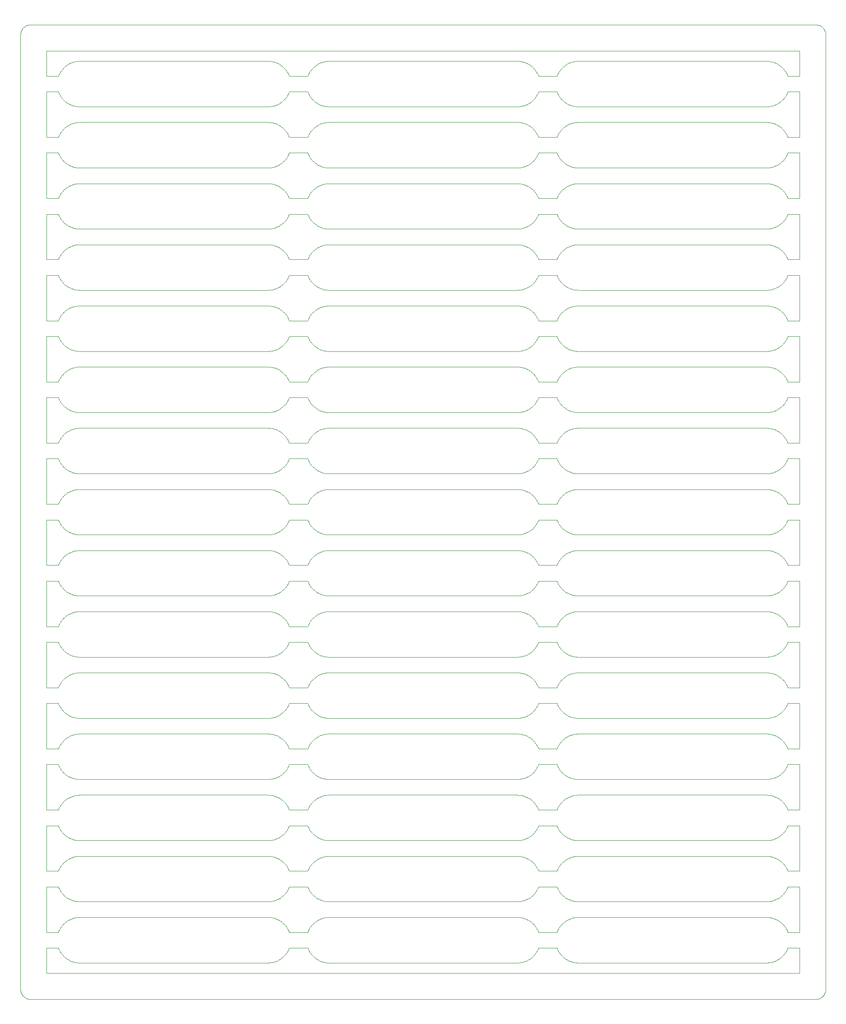
<source format=gbr>
%TF.GenerationSoftware,KiCad,Pcbnew,(6.0.0)*%
%TF.CreationDate,2022-08-14T01:13:06-04:00*%
%TF.ProjectId,Panel v2,50616e65-6c20-4763-922e-6b696361645f,rev?*%
%TF.SameCoordinates,Original*%
%TF.FileFunction,Profile,NP*%
%FSLAX46Y46*%
G04 Gerber Fmt 4.6, Leading zero omitted, Abs format (unit mm)*
G04 Created by KiCad (PCBNEW (6.0.0)) date 2022-08-14 01:13:06*
%MOMM*%
%LPD*%
G01*
G04 APERTURE LIST*
%TA.AperFunction,Profile*%
%ADD10C,0.100000*%
%TD*%
G04 APERTURE END LIST*
D10*
X66122497Y-122126708D02*
X66328100Y-122057629D01*
X161930056Y-113959666D02*
X161728106Y-113880408D01*
X27351887Y-28457605D02*
X27557538Y-28526699D01*
X164111843Y-22384044D02*
X164008088Y-22193516D01*
X122352194Y-110189142D02*
X122549897Y-110278349D01*
X24968150Y-139384074D02*
X24874042Y-139579492D01*
X67799443Y-156258519D02*
X67954713Y-156107074D01*
X163502281Y-68289993D02*
X163354753Y-68130996D01*
X120157151Y-131169009D02*
X120189777Y-131258643D01*
X25071905Y-174293555D02*
X24968150Y-174484083D01*
X160240020Y-160417996D02*
X124239999Y-160418031D01*
X114808740Y-121681700D02*
X114991022Y-121563969D01*
X72457156Y-81369003D02*
X68922834Y-81369003D01*
X76323092Y-55123414D02*
X76106752Y-55139627D01*
X67954713Y-33030951D02*
X67799443Y-32879506D01*
X163036749Y-191502112D02*
X163199449Y-191358528D01*
X120707272Y-162229142D02*
X120585033Y-162408433D01*
X18726596Y-13169312D02*
X18549081Y-13253270D01*
X26759132Y-121790172D02*
X26952188Y-121889145D01*
X116308060Y-174293512D02*
X116194963Y-174108436D01*
X66328100Y-180557644D02*
X66530050Y-180478386D01*
X162867172Y-91100704D02*
X162691025Y-90974062D01*
X115499446Y-149879536D02*
X115336784Y-149735984D01*
X67636781Y-149735984D02*
X67467126Y-149600689D01*
X163772756Y-33529149D02*
X163641764Y-33356213D01*
X75257493Y-168926720D02*
X75466331Y-168985479D01*
X162508743Y-109981697D02*
X162691025Y-109863966D01*
X75466331Y-122185467D02*
X75677887Y-122233754D01*
X120585033Y-57108406D02*
X120471911Y-57293525D01*
X122159138Y-43947847D02*
X121971214Y-44056345D01*
X115336784Y-21035951D02*
X115167129Y-20900656D01*
X17577508Y-198100895D02*
X17643663Y-198285785D01*
X113402106Y-192433772D02*
X113613662Y-192385485D01*
X161102109Y-180733769D02*
X161313617Y-180685495D01*
X25577712Y-56589990D02*
X25438229Y-56756219D01*
X116622837Y-81369003D02*
X116590219Y-81279388D01*
X24968150Y-127684071D02*
X24874042Y-127879489D01*
X24757146Y-119469007D02*
X24789771Y-119558640D01*
X68102308Y-173590057D02*
X67954713Y-173430987D01*
X66920855Y-137547871D02*
X66727799Y-137448898D01*
X164322844Y-60969000D02*
X166586647Y-60969000D01*
X27149891Y-168778364D02*
X27351887Y-168857641D01*
X24968173Y-84854004D02*
X25071905Y-85044488D01*
X166586647Y-139869010D02*
X164322838Y-139869010D01*
X24874022Y-166558518D02*
X24968173Y-166754025D01*
X121443212Y-138035981D02*
X121280550Y-138179533D01*
X74459135Y-20547841D02*
X74271211Y-20656339D01*
X164205971Y-186379549D02*
X164111820Y-186184042D01*
X65273238Y-98898389D02*
X65488452Y-98871419D01*
X22493346Y-104769006D02*
X22493346Y-96069004D01*
X162867172Y-32600689D02*
X162691025Y-32474047D01*
X25725274Y-109307062D02*
X25880544Y-109458507D01*
X76539996Y-183818037D02*
X76323092Y-183823447D01*
X120189777Y-186579415D02*
X120157164Y-186669016D01*
X112756851Y-31723405D02*
X112539994Y-31717996D01*
X74849894Y-63478337D02*
X75051890Y-63557614D01*
X120838235Y-91856228D02*
X120707272Y-92029124D01*
X115499410Y-79679484D02*
X115336784Y-79535966D01*
X68241758Y-50481785D02*
X68372721Y-50308889D01*
X120157154Y-84369003D02*
X120189777Y-84458631D01*
X74652191Y-156989154D02*
X74849894Y-157078361D01*
X116505968Y-104479528D02*
X116411817Y-104284021D01*
X115336784Y-191502080D02*
X115499446Y-191358528D01*
X114991022Y-55874053D02*
X114808782Y-55756348D01*
X75051890Y-113880408D02*
X74849894Y-113959685D01*
X68922832Y-139869010D02*
X68890216Y-139779403D01*
X75466331Y-87085458D02*
X75677887Y-87133745D01*
X72668176Y-38053992D02*
X72771933Y-38244519D01*
X24757147Y-96069004D02*
X24789771Y-96158634D01*
X122549897Y-90559679D02*
X122352149Y-90648908D01*
X162127805Y-114048892D02*
X161930056Y-113959666D01*
X65056898Y-183823447D02*
X64839994Y-183817996D01*
X26952143Y-32148893D02*
X26759132Y-32247844D01*
X68711814Y-108254010D02*
X68805945Y-108058548D01*
X121443212Y-39402041D02*
X121612867Y-39537336D01*
X115336784Y-126335978D02*
X115167129Y-126200683D01*
X161102109Y-75433742D02*
X161313617Y-75385468D01*
X25725240Y-68130996D02*
X25577712Y-68289993D01*
X164290222Y-107858637D02*
X164322846Y-107769006D01*
X164290222Y-22779373D02*
X164205971Y-22579507D01*
X114620858Y-137547871D02*
X114427802Y-137448898D01*
X116505968Y-57679516D02*
X116411817Y-57484009D01*
X73277682Y-150190051D02*
X73138232Y-150356243D01*
X161102109Y-160504295D02*
X160888507Y-160466632D01*
X116505948Y-37858530D02*
X116590219Y-37658619D01*
X160456854Y-55123411D02*
X160239994Y-55117996D01*
X160240020Y-148717996D02*
X124239999Y-148718028D01*
X64839994Y-78517996D02*
X28839969Y-78518010D01*
X73580547Y-126479530D02*
X73425277Y-126630975D01*
X115167129Y-86337348D02*
X115336784Y-86202053D01*
X68890216Y-25958616D02*
X68922837Y-25868995D01*
X27557538Y-28526699D02*
X27766376Y-28585456D01*
X73743209Y-126335978D02*
X73580547Y-126479530D01*
X121971214Y-20656339D02*
X121788974Y-20774044D01*
X121443212Y-156402071D02*
X121612867Y-156537366D01*
X123166334Y-122185467D02*
X123377890Y-122233754D01*
X124239994Y-110619996D02*
X160239999Y-110620016D01*
X68494960Y-174108436D02*
X68372721Y-173929145D01*
X66920855Y-67347853D02*
X66727844Y-67248902D01*
X73007269Y-150529139D02*
X72885030Y-150708430D01*
X65702103Y-183904301D02*
X65488501Y-183866638D01*
X116590219Y-189758658D02*
X116622847Y-189669016D01*
X72489774Y-69579385D02*
X72457155Y-69669001D01*
X122751893Y-102180405D02*
X122549897Y-102259682D01*
X73743209Y-67835963D02*
X73580583Y-67979481D01*
X22493346Y-84369003D02*
X24757148Y-84369003D01*
X73580583Y-74358532D02*
X73743209Y-74502050D01*
X67799407Y-79679484D02*
X67636781Y-79535966D01*
X162508743Y-28081676D02*
X162691025Y-27963945D01*
X120585033Y-185808439D02*
X120471936Y-185993515D01*
X161313617Y-133885483D02*
X161522503Y-133826711D01*
X68890216Y-142958646D02*
X68922842Y-142869010D01*
X66122449Y-20211290D02*
X65913611Y-20152533D01*
X164290222Y-189758658D02*
X164322850Y-189669016D01*
X26212821Y-79400701D02*
X26043244Y-79535934D01*
X75677887Y-145633760D02*
X75891489Y-145671423D01*
X26388968Y-51363951D02*
X26571208Y-51481656D01*
X124023095Y-180814623D02*
X124239994Y-180819996D01*
X24757151Y-34568997D02*
X22493346Y-34568997D01*
X164111820Y-174484039D02*
X164008088Y-174293555D01*
X163641764Y-38781782D02*
X163772756Y-38608846D01*
X26571250Y-161056349D02*
X26388968Y-161174080D01*
X27766328Y-133885470D02*
X27977884Y-133933757D01*
X114990981Y-184574058D02*
X114808782Y-184456381D01*
X160888507Y-157371426D02*
X161102109Y-157333763D01*
X26571250Y-39781679D02*
X26759132Y-39890151D01*
X163641764Y-179181818D02*
X163772756Y-179008882D01*
X115941761Y-150356243D02*
X115802311Y-150190051D01*
X164008088Y-85044488D02*
X164111820Y-84854004D01*
X124239999Y-183818037D02*
X124023095Y-183823447D01*
X28406749Y-157398404D02*
X28623089Y-157414617D01*
X160673194Y-157398409D02*
X160888507Y-157371426D01*
X73277682Y-79990033D02*
X73138232Y-80156225D01*
X114427802Y-172548907D02*
X114230099Y-172459700D01*
X112973241Y-78539633D02*
X112756851Y-78523417D01*
X116308085Y-92393534D02*
X116194963Y-92208415D01*
X67291019Y-121563969D02*
X67467126Y-121437357D01*
X67467126Y-114500680D02*
X67290978Y-114374040D01*
X26952143Y-98489117D02*
X27149891Y-98578346D01*
X75891489Y-160466632D02*
X75677887Y-160504295D01*
X73912864Y-133137360D02*
X74089012Y-133264000D01*
X163641764Y-62181788D02*
X163772756Y-62008852D01*
X25307266Y-45229112D02*
X25185054Y-45408361D01*
X163641764Y-162056246D02*
X163502314Y-161890054D01*
X123591541Y-55166597D02*
X123377890Y-55204268D01*
X114427802Y-160848904D02*
X114230099Y-160759697D01*
X72457154Y-46268998D02*
X68922836Y-46268998D01*
X72668176Y-139384030D02*
X72574025Y-139579537D01*
X124023095Y-101923426D02*
X123806755Y-101939639D01*
X28839970Y-75519995D02*
X64839993Y-75520007D01*
X123806755Y-172139657D02*
X123591492Y-172166635D01*
X163894966Y-162408433D02*
X163772727Y-162229142D01*
X76106752Y-157398404D02*
X76323092Y-157414617D01*
X67108779Y-90856357D02*
X66920855Y-90747859D01*
X72574025Y-127879534D02*
X72489774Y-128079400D01*
X120189777Y-69579385D02*
X120157158Y-69669001D01*
X121789015Y-156664006D02*
X121971214Y-156781683D01*
X161930056Y-90559660D02*
X161728106Y-90480402D01*
X112539994Y-55117996D02*
X76539996Y-55118004D01*
X120977685Y-50647977D02*
X121125280Y-50807047D01*
X24968173Y-104284021D02*
X24874042Y-104479483D01*
X114620858Y-67347853D02*
X114427847Y-67248902D01*
X24789771Y-142958646D02*
X24874022Y-143158512D01*
X73277682Y-38947974D02*
X73425277Y-39107044D01*
X162691025Y-156663978D02*
X162867172Y-156537336D01*
X121971214Y-44056345D02*
X121788974Y-44174050D01*
X163894939Y-85229649D02*
X164008088Y-85044488D01*
X68922844Y-177969015D02*
X72457146Y-177969015D01*
X123377890Y-52033736D02*
X123591541Y-52071407D01*
X164205971Y-174679546D02*
X164111820Y-174484039D01*
X25725274Y-132707068D02*
X25880544Y-132858513D01*
X120838235Y-62181788D02*
X120977685Y-62347980D01*
X113822500Y-40226687D02*
X114028103Y-40157608D01*
X26043244Y-62802079D02*
X26212861Y-62937342D01*
X160673194Y-78539628D02*
X160456854Y-78523417D01*
X26212861Y-168237369D02*
X26389009Y-168364009D01*
X22493346Y-22868995D02*
X22493346Y-18018995D01*
X122957544Y-28526699D02*
X123166382Y-28585456D01*
X28839969Y-101918016D02*
X28623139Y-101923423D01*
X75466331Y-51985449D02*
X75677887Y-52033736D01*
X68494960Y-127308424D02*
X68372721Y-127129133D01*
X121125280Y-150030981D02*
X120977685Y-150190051D01*
X160456904Y-20023405D02*
X160240019Y-20017996D01*
X164322842Y-34568997D02*
X164290222Y-34479376D01*
X66727844Y-75089111D02*
X66920855Y-74990160D01*
X123591492Y-180771432D02*
X123806755Y-180798410D01*
X161930056Y-98578365D02*
X162127850Y-98489117D01*
X114028103Y-184080426D02*
X113822500Y-184011347D01*
X116072753Y-143908873D02*
X116194936Y-143729664D01*
X120274028Y-116179531D02*
X120189777Y-116379397D01*
X22493346Y-151569012D02*
X22493346Y-142869010D01*
X115654716Y-167807077D02*
X115802278Y-167648044D01*
X160240020Y-125317996D02*
X124239999Y-125318022D01*
X75257493Y-192326726D02*
X75466331Y-192385485D01*
X160239999Y-63820004D02*
X160456854Y-63814596D01*
X120585033Y-127308424D02*
X120471936Y-127493500D01*
X164290222Y-46179379D02*
X164205951Y-45979468D01*
X28191486Y-101966617D02*
X27977884Y-102004280D01*
X68608057Y-26544516D02*
X68711814Y-26353989D01*
X116622834Y-151569012D02*
X116590219Y-151479406D01*
X164008088Y-166944509D02*
X164111820Y-166754025D01*
X65702103Y-180733769D02*
X65913611Y-180685495D01*
X120977685Y-27247971D02*
X121125280Y-27407041D01*
X28406799Y-40398379D02*
X28623139Y-40414590D01*
X75891538Y-90266606D02*
X75677887Y-90304277D01*
X161102109Y-43504265D02*
X160888507Y-43466602D01*
X72668176Y-131654016D02*
X72771933Y-131844543D01*
X112973241Y-113639642D02*
X112756851Y-113623426D01*
X75051890Y-180557644D02*
X75257493Y-180626723D01*
X75677887Y-169033766D02*
X75891489Y-169071429D01*
X66530096Y-40078331D02*
X66727844Y-39989102D01*
X163036749Y-67835931D02*
X162867172Y-67700698D01*
X124023095Y-90223423D02*
X123806755Y-90239636D01*
X164322840Y-81369003D02*
X164290222Y-81279388D01*
X120585033Y-120329616D02*
X120707272Y-120508907D01*
X113402106Y-110533751D02*
X113613614Y-110485477D01*
X66727844Y-20448890D02*
X66530096Y-20359661D01*
X24968173Y-26353989D02*
X25071930Y-26544516D01*
X113822500Y-157226717D02*
X114028103Y-157157638D01*
X27977884Y-110533751D02*
X28191486Y-110571414D01*
X112973191Y-110598397D02*
X113188504Y-110571414D01*
X112973191Y-157398409D02*
X113188504Y-157371426D01*
X112539995Y-20017996D02*
X76539997Y-20017995D01*
X65702103Y-145633760D02*
X65913611Y-145585486D01*
X163036749Y-79535934D02*
X162867172Y-79400701D01*
X122159138Y-74990160D02*
X122352149Y-75089111D01*
X76539996Y-160418031D02*
X76323092Y-160423441D01*
X115499446Y-32879506D02*
X115336784Y-32735954D01*
X73007269Y-56929115D02*
X72885030Y-57108406D01*
X25071905Y-96744491D02*
X25185054Y-96929652D01*
X121280586Y-103079490D02*
X121125280Y-103230969D01*
X26571208Y-51481656D02*
X26759132Y-51590154D01*
X122159138Y-98390166D02*
X122352149Y-98489117D01*
X166586647Y-166269013D02*
X166586647Y-174969015D01*
X160456854Y-183823444D02*
X160240020Y-183817996D01*
X27557490Y-137211335D02*
X27351887Y-137280414D01*
X113402106Y-102004280D02*
X113188504Y-101966617D01*
X67954713Y-50807047D02*
X68102308Y-50647977D01*
X112539996Y-157420028D02*
X112756851Y-157414620D01*
X72668176Y-61453998D02*
X72771908Y-61644482D01*
X68711814Y-190154031D02*
X68805965Y-189958524D01*
X124023095Y-160423441D02*
X123806755Y-160439654D01*
X161313617Y-78652548D02*
X161102109Y-78604274D01*
X115654716Y-56430957D02*
X115499410Y-56279478D01*
X66530050Y-168778383D02*
X66727844Y-168689135D01*
X67799443Y-149879536D02*
X67636781Y-149735984D01*
X115499446Y-62658495D02*
X115654750Y-62507014D01*
X66122497Y-40226687D02*
X66328100Y-40157608D01*
X68922839Y-72669001D02*
X72457151Y-72669001D01*
X64839993Y-122320019D02*
X65056848Y-122314611D01*
X26389009Y-109863994D02*
X26571208Y-109981671D01*
X162690984Y-114374040D02*
X162508785Y-114256363D01*
X73912864Y-191637375D02*
X74089012Y-191764015D01*
X25438229Y-150356243D02*
X25307266Y-150529139D01*
X161102109Y-110533751D02*
X161313617Y-110485477D01*
X164322841Y-69669001D02*
X164290222Y-69579385D01*
X72457151Y-84369003D02*
X72489774Y-84458631D01*
X24874042Y-186379504D02*
X24789771Y-186579415D01*
X124239994Y-40419996D02*
X160239999Y-40419998D01*
X75466331Y-90352564D02*
X75257493Y-90411323D01*
X114230099Y-90559679D02*
X114028103Y-90480402D01*
X68890216Y-96158634D02*
X68922840Y-96069004D01*
X120585033Y-132029619D02*
X120707272Y-132208910D01*
X113822500Y-122126708D02*
X114028103Y-122057629D01*
X121443212Y-109602059D02*
X121612867Y-109737354D01*
X66122497Y-75326696D02*
X66328100Y-75257617D01*
X162691025Y-20774044D02*
X162508785Y-20656339D01*
X74271211Y-74881662D02*
X74459135Y-74990160D01*
X120977685Y-38947974D02*
X121125280Y-39107044D01*
X114808782Y-191881692D02*
X114990981Y-191764015D01*
X26212861Y-109737354D02*
X26389009Y-109863994D01*
X73138264Y-38781821D02*
X73277682Y-38947974D01*
X68372750Y-120508867D02*
X68494933Y-120329658D01*
X73138232Y-108981800D02*
X73277682Y-109147992D01*
X163354753Y-103231005D02*
X163199449Y-103079524D01*
X72885030Y-190529634D02*
X73007269Y-190708925D01*
X65702103Y-43504265D02*
X65488452Y-43466594D01*
X72489774Y-189758658D02*
X72574025Y-189958524D01*
X114991022Y-51363951D02*
X115167129Y-51237339D01*
X68241758Y-68456222D02*
X68102308Y-68290030D01*
X122352149Y-32148893D02*
X122159138Y-32247844D01*
X73138232Y-97281797D02*
X73277682Y-97447989D01*
X66530096Y-67159673D02*
X66328100Y-67080396D01*
X28839995Y-28719996D02*
X64839994Y-28719995D01*
X160888507Y-31766599D02*
X160673194Y-31739616D01*
X25880544Y-144558516D02*
X26043206Y-144702068D01*
X27351887Y-90480402D02*
X27149937Y-90559660D01*
X164290222Y-154658649D02*
X164322849Y-154569012D01*
X27351887Y-133757632D02*
X27557538Y-133826726D01*
X115499446Y-97758504D02*
X115654750Y-97607023D01*
X121612867Y-20900656D02*
X121443212Y-21035951D01*
X122549897Y-121978352D02*
X122751893Y-122057629D01*
X24789753Y-189758612D02*
X24874042Y-189958569D01*
X170699343Y-13354224D02*
X170530911Y-13253270D01*
X67954713Y-191207083D02*
X68102308Y-191048013D01*
X64839993Y-98920013D02*
X65056898Y-98914602D01*
X123166334Y-180685482D02*
X123377890Y-180733769D01*
X163772727Y-150529139D02*
X163641764Y-150356243D01*
X24757152Y-69669001D02*
X22493346Y-69669001D01*
X113613662Y-113752570D02*
X113402106Y-113704283D01*
X122751893Y-67080396D02*
X122549897Y-67159673D01*
X66122497Y-90411323D02*
X65913659Y-90352564D01*
X122352149Y-39989102D02*
X122549897Y-40078331D01*
X115802278Y-97448026D02*
X115941761Y-97281797D01*
X18380649Y-199183806D02*
X18549081Y-199284760D01*
X26043244Y-102935940D02*
X25880544Y-103079524D01*
X120707272Y-85408898D02*
X120838235Y-85581794D01*
X163036787Y-126335978D02*
X162867172Y-126200713D01*
X160239999Y-75520007D02*
X160456854Y-75514599D01*
X72771908Y-73344485D02*
X72885030Y-73529604D01*
X75677838Y-31804272D02*
X75466331Y-31852549D01*
X25438229Y-21656210D02*
X25307266Y-21829106D01*
X26388968Y-67574056D02*
X26212821Y-67700698D01*
X27977884Y-122233754D02*
X28191486Y-122271417D01*
X163772756Y-68629158D02*
X163641764Y-68456222D01*
X68241758Y-103556231D02*
X68102308Y-103390039D01*
X72885030Y-38429595D02*
X73007269Y-38608886D01*
X121788974Y-51363951D02*
X121971214Y-51481656D01*
X120977685Y-44890024D02*
X120838235Y-45056216D01*
X115336746Y-168102106D02*
X115499446Y-167958522D01*
X72771933Y-131844543D02*
X72885030Y-132029619D01*
X120977685Y-79990033D02*
X120838235Y-80156225D01*
X73912864Y-39537336D02*
X74088971Y-39663948D01*
X66920898Y-110090145D02*
X67108737Y-109981697D01*
X113822500Y-148911338D02*
X113613662Y-148852579D01*
X74652146Y-78948905D02*
X74459135Y-79047856D01*
X162691025Y-32474047D02*
X162508743Y-32356316D01*
X26388968Y-161174080D02*
X26212821Y-161300722D01*
X122751893Y-63557614D02*
X122957496Y-63626693D01*
X75051890Y-78780399D02*
X74849894Y-78859676D01*
X73138232Y-80156225D02*
X73007269Y-80329121D01*
X75051890Y-172380423D02*
X74849894Y-172459700D01*
X25438229Y-144081809D02*
X25577679Y-144248001D01*
X120707272Y-73708895D02*
X120838235Y-73881791D01*
X116411817Y-57484009D02*
X116308085Y-57293525D01*
X123377890Y-98833748D02*
X123591541Y-98871419D01*
X22493346Y-25868995D02*
X24757150Y-25868995D01*
X115336784Y-56135960D02*
X115167129Y-56000665D01*
X25438261Y-38781821D02*
X25577712Y-38948011D01*
X25438229Y-132381806D02*
X25577679Y-132547998D01*
X68890216Y-116379397D02*
X68805965Y-116179531D01*
X164322843Y-22868995D02*
X164290222Y-22779373D01*
X162508743Y-191881718D02*
X162691025Y-191763987D01*
X114230099Y-160759697D02*
X114028103Y-160680420D01*
X65702103Y-87133745D02*
X65913659Y-87085458D01*
X24789771Y-49358622D02*
X24874022Y-49558488D01*
X122352194Y-149148901D02*
X122159138Y-149247874D01*
X161728106Y-51857611D02*
X161930056Y-51778353D01*
X73007269Y-108808904D02*
X73138232Y-108981800D01*
X67108779Y-98281668D02*
X67291019Y-98163963D01*
X65913659Y-78652561D02*
X65702103Y-78604274D01*
X73580583Y-50958526D02*
X73743209Y-51102044D01*
X73743209Y-114635975D02*
X73580547Y-114779527D01*
X73277682Y-120847995D02*
X73425277Y-121007065D01*
X121971214Y-137656369D02*
X121789015Y-137774046D01*
X112973241Y-137039648D02*
X112756851Y-137023432D01*
X121280550Y-39258489D02*
X121443212Y-39402041D01*
X25071930Y-143544546D02*
X25185027Y-143729622D01*
X122159138Y-63290157D02*
X122352149Y-63389108D01*
X75891538Y-40371404D02*
X76106802Y-40398379D01*
X65273238Y-113639642D02*
X65056898Y-113623429D01*
X75677887Y-110533751D02*
X75891489Y-110571414D01*
X115802311Y-126790045D02*
X115654716Y-126630975D01*
X65273238Y-87198386D02*
X65488452Y-87171416D01*
X121125280Y-126630975D02*
X120977685Y-126790045D01*
X115167129Y-20900656D02*
X114991022Y-20774044D01*
X25880544Y-121158510D02*
X26043206Y-121302062D01*
X66122497Y-67011317D02*
X65913659Y-66952558D01*
X120471911Y-80693531D02*
X120368179Y-80884015D01*
X68241758Y-185456252D02*
X68102308Y-185290060D01*
X25577712Y-38948011D02*
X25725274Y-39107044D01*
X114620858Y-191990190D02*
X114808782Y-191881692D01*
X115499446Y-161579539D02*
X115336784Y-161435987D01*
X113188504Y-145671423D02*
X113402106Y-145633760D01*
X161522503Y-113811329D02*
X161313617Y-113752557D01*
X67290978Y-114374040D02*
X67108779Y-114256363D01*
X75677887Y-87133745D02*
X75891538Y-87171416D01*
X68922831Y-151569012D02*
X68890216Y-151479406D01*
X66727799Y-149148901D02*
X66530096Y-149059694D01*
X113613662Y-125452573D02*
X113402106Y-125404286D01*
X67954713Y-138330978D02*
X67799443Y-138179533D01*
X122957496Y-31911308D02*
X122751893Y-31980387D01*
X72489774Y-139779403D02*
X72457158Y-139869010D01*
X113822500Y-51926690D02*
X114028103Y-51857611D01*
X114427847Y-28289099D02*
X114620858Y-28190148D01*
X124239999Y-125318022D02*
X124023095Y-125323432D01*
X112973241Y-160439654D02*
X112756851Y-160423438D01*
X164290222Y-119558640D02*
X164322847Y-119469007D01*
X75677887Y-102004280D02*
X75466331Y-102052567D01*
X26759089Y-191990166D02*
X26952188Y-192089163D01*
X114620858Y-102447862D02*
X114427847Y-102348911D01*
X112973241Y-90239636D02*
X112756851Y-90223420D01*
X116308085Y-96744491D02*
X116411817Y-96554007D01*
X72771908Y-49944479D02*
X72885030Y-50129598D01*
X26759132Y-28190148D02*
X26952188Y-28289121D01*
X163199413Y-161579505D02*
X163036787Y-161435987D01*
X160888507Y-160466632D02*
X160673194Y-160439649D01*
X28406749Y-145698401D02*
X28623089Y-145714614D01*
X114230053Y-121978371D02*
X114427847Y-121889123D01*
X114230053Y-63478356D02*
X114427847Y-63389108D01*
X25307266Y-33529109D02*
X25185054Y-33708358D01*
X123377890Y-87133745D02*
X123591541Y-87171416D01*
X120189777Y-61058625D02*
X120274028Y-61258491D01*
X122957496Y-137211335D02*
X122751893Y-137280414D01*
X116590219Y-186579415D02*
X116505968Y-186379549D01*
X123377841Y-20104269D02*
X123166334Y-20152546D01*
X164111820Y-131654016D02*
X164205951Y-131458554D01*
X27351887Y-168857641D02*
X27557538Y-168926735D01*
X73007269Y-92029124D02*
X72885030Y-92208415D01*
X65488452Y-78566603D02*
X65273238Y-78539633D01*
X75891489Y-192471435D02*
X76106752Y-192498413D01*
X160456854Y-28714587D02*
X160673194Y-28698376D01*
X121443212Y-114635975D02*
X121280550Y-114779527D01*
X116622843Y-96069004D02*
X120157153Y-96069004D01*
X73580547Y-27558486D02*
X73743209Y-27702038D01*
X164111820Y-80884015D02*
X164008088Y-80693531D01*
X123806755Y-133998398D02*
X124023095Y-134014611D01*
X75677887Y-172204298D02*
X75466331Y-172252585D01*
X67799407Y-67979481D02*
X67636781Y-67835963D01*
X116411840Y-178453984D02*
X116505948Y-178258566D01*
X121612867Y-114500680D02*
X121443212Y-114635975D01*
X27149891Y-192178370D02*
X27351841Y-192257630D01*
X120585033Y-115608421D02*
X120471936Y-115793497D01*
X122549897Y-133678355D02*
X122751893Y-133757632D01*
X25307266Y-73708895D02*
X25438229Y-73881791D01*
X112540021Y-63820003D02*
X112756851Y-63814596D01*
X160673194Y-133998403D02*
X160888507Y-133971420D01*
X72574025Y-186379549D02*
X72489774Y-186579415D01*
X25577712Y-185290023D02*
X25438229Y-185456252D01*
X121280550Y-121158510D02*
X121443212Y-121302062D01*
X123166334Y-55252555D02*
X122957496Y-55311314D01*
X112539994Y-148717996D02*
X76539996Y-148718028D01*
X72489774Y-104679394D02*
X72457157Y-104769006D01*
X163354753Y-173431023D02*
X163199413Y-173279508D01*
X25071905Y-92393534D02*
X24968173Y-92584018D01*
X164111820Y-190154031D02*
X164205951Y-189958569D01*
X26043206Y-51102044D02*
X26212861Y-51237339D01*
X27766376Y-31852536D02*
X27557490Y-31911308D01*
X66920855Y-102447862D02*
X66727844Y-102348911D01*
X113613662Y-51985449D02*
X113822500Y-51926690D01*
X116622842Y-72669001D02*
X120157154Y-72669001D01*
X164290222Y-163179409D02*
X164205971Y-162979543D01*
X66122497Y-51926690D02*
X66328100Y-51857611D01*
X116194963Y-92208415D02*
X116072724Y-92029124D01*
X68608057Y-190344558D02*
X68711814Y-190154031D01*
X115654716Y-173430987D02*
X115499446Y-173279542D01*
X24968150Y-49753951D02*
X25071905Y-49944479D01*
X161930056Y-160759678D02*
X161728106Y-160680420D01*
X68494960Y-185808439D02*
X68372721Y-185629148D01*
X75051890Y-98657623D02*
X75257493Y-98726702D01*
X163772756Y-92029164D02*
X163641764Y-91856228D01*
X162691025Y-44174050D02*
X162508743Y-44056319D01*
X121443212Y-74502050D02*
X121612867Y-74637345D01*
X121971214Y-121681674D02*
X122159138Y-121790172D01*
X122549897Y-51778334D02*
X122751893Y-51857611D01*
X114808782Y-90856357D02*
X114620858Y-90747859D01*
X121125280Y-185130990D02*
X120977685Y-185290060D01*
X67954713Y-91530966D02*
X67799407Y-91379487D01*
X112756851Y-52114593D02*
X112973241Y-52098377D01*
X75891538Y-78566603D02*
X75677887Y-78604274D01*
X123806755Y-183839660D02*
X123591492Y-183866638D01*
X74849894Y-180478367D02*
X75051890Y-180557644D01*
X163199449Y-179658525D02*
X163354753Y-179507044D01*
X73138232Y-45056216D02*
X73007269Y-45229112D01*
X25438229Y-155781812D02*
X25577679Y-155948004D01*
X115167129Y-126200683D02*
X114990981Y-126074043D01*
X73912864Y-56000665D02*
X73743209Y-56135960D01*
X162508785Y-20656339D02*
X162320861Y-20547841D01*
X116590219Y-84458631D02*
X116622842Y-84369003D01*
X28191535Y-40371404D02*
X28406799Y-40398379D01*
X120707272Y-50308889D02*
X120838235Y-50481785D01*
X162691025Y-102674065D02*
X162508743Y-102556334D01*
X68494960Y-68808409D02*
X68372721Y-68629118D01*
X160456854Y-63814596D02*
X160673194Y-63798385D01*
X163036749Y-102935940D02*
X162867172Y-102800707D01*
X68494960Y-103908418D02*
X68372721Y-103729127D01*
X68372721Y-80329121D02*
X68241758Y-80156225D01*
X160239994Y-66817996D02*
X124239999Y-66818007D01*
X26952188Y-156989154D02*
X27149891Y-157078361D01*
X115941761Y-132381806D02*
X116072753Y-132208870D01*
X113402106Y-113704283D02*
X113188504Y-113666620D01*
X120977685Y-155948004D02*
X121125280Y-156107074D01*
X115167129Y-62937342D02*
X115336746Y-62802079D01*
X162690984Y-149474049D02*
X162508785Y-149356372D01*
X112973241Y-125339645D02*
X112756851Y-125323429D01*
X122751893Y-125580411D02*
X122549897Y-125659688D01*
X114028103Y-125580411D02*
X113822500Y-125511332D01*
X76106752Y-63798380D02*
X76323092Y-63814593D01*
X116308060Y-33893476D02*
X116194963Y-33708400D01*
X160239999Y-110620016D02*
X160456854Y-110614608D01*
X114230099Y-43759667D02*
X114028103Y-43680390D01*
X116194963Y-45408403D02*
X116072724Y-45229112D01*
X65488452Y-75471413D02*
X65702103Y-75433742D01*
X163036749Y-179802109D02*
X163199449Y-179658525D01*
X74271211Y-114256363D02*
X74089012Y-114374040D01*
X116505968Y-84658497D02*
X116590219Y-84458631D01*
X25725240Y-50807011D02*
X25880544Y-50958492D01*
X120189777Y-163179409D02*
X120157163Y-163269013D01*
X72457160Y-163269013D02*
X68922830Y-163269013D01*
X28191486Y-31766599D02*
X27977835Y-31804272D01*
X164290222Y-128079400D02*
X164205971Y-127879534D01*
X73580583Y-103079490D02*
X73425277Y-103230969D01*
X22493346Y-166269013D02*
X24757144Y-166269013D01*
X74849894Y-157078361D02*
X75051890Y-157157638D01*
X65702103Y-122233754D02*
X65913611Y-122185480D01*
X116590219Y-81279388D02*
X116505968Y-81079522D01*
X68805965Y-104479528D02*
X68711814Y-104284021D01*
X75891489Y-20066596D02*
X75677887Y-20104259D01*
X25438229Y-173756249D02*
X25307266Y-173929145D01*
X73912864Y-144837363D02*
X74089012Y-144964003D01*
X27351887Y-110357626D02*
X27557538Y-110426720D01*
X28191486Y-55166605D02*
X27977884Y-55204268D01*
X68805945Y-154858560D02*
X68890216Y-154658649D01*
X120157151Y-142869010D02*
X120189777Y-142958646D01*
X161728106Y-98657623D02*
X161930056Y-98578365D01*
X163036749Y-86202085D02*
X163199449Y-86058501D01*
X67291019Y-86463960D02*
X67467126Y-86337348D01*
X161102109Y-148804292D02*
X160888507Y-148766629D01*
X116505968Y-49558488D02*
X116590219Y-49358622D01*
X122751893Y-86957620D02*
X122957496Y-87026699D01*
X24968150Y-186184086D02*
X24874042Y-186379504D01*
X67108737Y-145081706D02*
X67291019Y-144963975D01*
X67954713Y-39107044D02*
X68102308Y-38947974D01*
X27557490Y-102111326D02*
X27351887Y-102180405D01*
X28839993Y-137018025D02*
X28623139Y-137023432D01*
X122751893Y-31980387D02*
X122549897Y-32059664D01*
X116072724Y-68629118D02*
X115941761Y-68456222D01*
X120368179Y-119954013D02*
X120471936Y-120144540D01*
X115802311Y-161890054D02*
X115654716Y-161730984D01*
X115802311Y-191048013D02*
X115941761Y-190881821D01*
X24789771Y-128079400D02*
X24757155Y-128169009D01*
X26212861Y-133137360D02*
X26389009Y-133264000D01*
X72574025Y-151279540D02*
X72489774Y-151479406D01*
X116072724Y-138829136D02*
X115941761Y-138656240D01*
X26759132Y-74990160D02*
X26952143Y-75089111D01*
X19471990Y-13017995D02*
X19296213Y-13026630D01*
X163354753Y-21330984D02*
X163199449Y-21179503D01*
X164322838Y-128169009D02*
X164290222Y-128079400D01*
X121125280Y-39107044D02*
X121280550Y-39258489D01*
X74849894Y-86878343D02*
X75051890Y-86957620D01*
X74271211Y-51481656D02*
X74459135Y-51590154D01*
X163894966Y-127308424D02*
X163772727Y-127129133D01*
X65488452Y-90266606D02*
X65273238Y-90239636D01*
X72457161Y-186669016D02*
X68922829Y-186669016D01*
X75466331Y-180685482D02*
X75677887Y-180733769D01*
X120471911Y-96744491D02*
X120585033Y-96929610D01*
X161313617Y-113752557D02*
X161102109Y-113704283D01*
X18726596Y-199368718D02*
X18911486Y-199434873D01*
X73912864Y-67700668D02*
X73743209Y-67835963D01*
X66727799Y-137448898D02*
X66530096Y-137359691D01*
X74459135Y-86690163D02*
X74652146Y-86789114D01*
X74088971Y-90974062D02*
X73912864Y-91100674D01*
X115654716Y-161730984D02*
X115499446Y-161579539D01*
X163772727Y-115429130D02*
X163641764Y-115256234D01*
X67799407Y-50958526D02*
X67954713Y-50807047D01*
X163641764Y-45056216D02*
X163502281Y-44889987D01*
X122549897Y-67159673D02*
X122352149Y-67248902D01*
X65273238Y-183839660D02*
X65056898Y-183823447D01*
X121125280Y-179507080D02*
X121280550Y-179658525D01*
X26952143Y-172548929D02*
X26759089Y-172647904D01*
X162867172Y-168237339D02*
X163036749Y-168102106D01*
X25880544Y-56279512D02*
X25725240Y-56430993D01*
X116590219Y-163179409D02*
X116505968Y-162979543D01*
X164205951Y-154858560D02*
X164290222Y-154658649D01*
X166586647Y-34568997D02*
X164322842Y-34568997D01*
X122549897Y-86878343D02*
X122751893Y-86957620D01*
X72457147Y-166269013D02*
X72489774Y-166358652D01*
X65056848Y-63814596D02*
X65273238Y-63798380D01*
X75891489Y-145671423D02*
X76106752Y-145698401D01*
X67954713Y-27407041D02*
X68102308Y-27247971D01*
X74459135Y-98390166D02*
X74652146Y-98489117D01*
X27766328Y-157285476D02*
X27977884Y-157333763D01*
X114028103Y-122057629D02*
X114230053Y-121978371D01*
X27766376Y-43552539D02*
X27557490Y-43611311D01*
X72771908Y-108444494D02*
X72885030Y-108629613D01*
X25071930Y-166944552D02*
X25185027Y-167129628D01*
X27766328Y-87085458D02*
X27977884Y-87133745D01*
X121971214Y-28081650D02*
X122159138Y-28190148D01*
X115802278Y-155948041D02*
X115941761Y-155781812D01*
X163772756Y-190708885D02*
X163894939Y-190529676D01*
X66920855Y-86690163D02*
X67108779Y-86581665D01*
X164290222Y-178058655D02*
X164322850Y-177969015D01*
X64839993Y-169120031D02*
X65056848Y-169114623D01*
X113822500Y-137211335D02*
X113613662Y-137152576D01*
X74459135Y-145190178D02*
X74652191Y-145289151D01*
X120585033Y-96929610D02*
X120707272Y-97108901D01*
X112539996Y-52120001D02*
X112756851Y-52114593D01*
X164008088Y-22193516D02*
X163894939Y-22008355D01*
X68372721Y-21829106D02*
X68241726Y-21656171D01*
X24757155Y-139869010D02*
X22493346Y-139869010D01*
X76539994Y-75519996D02*
X112539996Y-75520007D01*
X163354753Y-85907020D02*
X163502281Y-85748023D01*
X120471936Y-166944552D02*
X120585033Y-167129628D01*
X164322836Y-174969015D02*
X164290222Y-174879412D01*
X114991022Y-90974062D02*
X114808782Y-90856357D01*
X163036749Y-74502082D02*
X163199449Y-74358498D01*
X164205971Y-116179531D02*
X164111820Y-115984024D01*
X74271211Y-137656369D02*
X74089012Y-137774046D01*
X121443212Y-102935972D02*
X121280586Y-103079490D01*
X75051890Y-145457635D02*
X75257493Y-145526714D01*
X163354753Y-144407035D02*
X163502281Y-144248038D01*
X75257541Y-40226702D02*
X75466379Y-40285459D01*
X68805965Y-69379519D02*
X68711814Y-69184012D01*
X75677887Y-183904301D02*
X75466331Y-183952588D01*
X162320904Y-149247898D02*
X162127805Y-149148901D01*
X163772727Y-173929145D02*
X163641764Y-173756249D01*
X122549897Y-160759697D02*
X122352194Y-160848904D01*
X122549897Y-149059694D02*
X122352194Y-149148901D01*
X121125280Y-173430987D02*
X120977685Y-173590057D01*
X163894966Y-174108436D02*
X163772727Y-173929145D01*
X163036749Y-27702070D02*
X163199449Y-27558486D01*
X116590219Y-154658649D02*
X116622846Y-154569012D01*
X68241758Y-56756219D02*
X68102308Y-56590027D01*
X24789771Y-174879412D02*
X24757157Y-174969015D01*
X66530050Y-157078380D02*
X66727844Y-156989132D01*
X120274028Y-143158512D02*
X120368179Y-143354019D01*
X164290222Y-186579415D02*
X164205971Y-186379549D01*
X64839994Y-66817996D02*
X28839969Y-66818007D01*
X65273238Y-90239636D02*
X65056898Y-90223423D01*
X72489774Y-61058625D02*
X72574025Y-61258491D01*
X26212821Y-91100704D02*
X26043244Y-91235937D01*
X124239994Y-63819996D02*
X160239999Y-63820004D01*
X26212821Y-102800707D02*
X26043244Y-102935940D01*
X116590219Y-151479406D02*
X116505968Y-151279540D01*
X114808782Y-44056345D02*
X114620858Y-43947847D01*
X123377890Y-148804292D02*
X123166334Y-148852579D01*
X115654716Y-144407071D02*
X115802278Y-144248038D01*
X163641764Y-155781812D02*
X163772756Y-155608876D01*
X115167129Y-109737354D02*
X115336746Y-109602091D01*
X120838235Y-115256234D02*
X120707272Y-115429130D01*
X26043206Y-86202053D02*
X26212821Y-86337318D01*
X115499446Y-184979545D02*
X115336784Y-184835993D01*
X123806755Y-43439624D02*
X123591541Y-43466594D01*
X161313617Y-43552539D02*
X161102109Y-43504265D01*
X24789771Y-22779373D02*
X24757150Y-22868995D01*
X26043206Y-156402071D02*
X26212861Y-156537366D01*
X28191535Y-63771410D02*
X28406799Y-63798385D01*
X27351887Y-157157638D02*
X27557538Y-157226732D01*
X75466331Y-157285476D02*
X75677887Y-157333763D01*
X166586647Y-60969000D02*
X166586647Y-69669001D01*
X26043206Y-74502050D02*
X26212821Y-74637315D01*
X66122497Y-98726702D02*
X66328100Y-98657623D01*
X115802278Y-109148029D02*
X115941761Y-108981800D01*
X26952143Y-43848896D02*
X26759132Y-43947847D01*
X28406799Y-43439619D02*
X28191486Y-43466602D01*
X120189777Y-57879382D02*
X120157158Y-57969000D01*
X163036787Y-173135990D02*
X162867172Y-173000725D01*
X25725274Y-39107044D02*
X25880580Y-39258523D01*
X120274028Y-189958524D02*
X120368179Y-190154031D01*
X114028103Y-145457635D02*
X114230053Y-145378377D01*
X115499446Y-121158510D02*
X115654716Y-121007065D01*
X25577712Y-191048050D02*
X25725274Y-191207083D01*
X121789015Y-168364009D02*
X121971214Y-168481686D01*
X25071905Y-68993528D02*
X24968173Y-69184012D01*
X24874022Y-178258521D02*
X24968173Y-178454028D01*
X73277682Y-185290060D02*
X73138232Y-185456252D01*
X171002567Y-13603074D02*
X170857067Y-13471201D01*
X120157160Y-116469007D02*
X116622836Y-116469007D01*
X121125280Y-74207053D02*
X121280586Y-74358532D01*
X116194936Y-38429637D02*
X116308085Y-38244476D01*
X114808740Y-133381703D02*
X114991022Y-133263972D01*
X65702103Y-40333733D02*
X65913659Y-40285446D01*
X114427847Y-98489117D02*
X114620858Y-98390166D01*
X116590219Y-92979391D02*
X116505968Y-92779525D01*
X76323092Y-40414587D02*
X76539994Y-40419996D01*
X164008088Y-61644482D02*
X164111820Y-61453998D01*
X25185027Y-143729622D02*
X25307266Y-143908913D01*
X120838267Y-27081818D02*
X120977685Y-27247971D01*
X26043206Y-133002065D02*
X26212861Y-133137360D01*
X28839994Y-157419996D02*
X64839993Y-157420028D01*
X72668176Y-162784036D02*
X72574025Y-162979543D01*
X72771933Y-178644555D02*
X72885030Y-178829631D01*
X116590219Y-34479376D02*
X116505968Y-34279510D01*
X22493346Y-69669001D02*
X22493346Y-60969000D01*
X73277682Y-115090042D02*
X73138232Y-115256234D01*
X28839970Y-192519995D02*
X64839993Y-192520037D01*
X27149937Y-113959666D02*
X26952143Y-114048914D01*
X162508743Y-79156328D02*
X162320861Y-79047856D01*
X74849894Y-55459670D02*
X74652146Y-55548899D01*
X122751893Y-90480402D02*
X122549897Y-90559679D01*
X121443212Y-161435987D02*
X121280550Y-161579539D01*
X162127850Y-156989132D02*
X162320904Y-156890157D01*
X122159138Y-121790172D02*
X122352194Y-121889145D01*
X115336746Y-27702070D02*
X115499446Y-27558486D01*
X75466331Y-110485464D02*
X75677887Y-110533751D01*
X120471911Y-61644482D02*
X120585033Y-61829601D01*
X65488452Y-31766591D02*
X65273188Y-31739616D01*
X66530096Y-63478337D02*
X66727844Y-63389108D01*
X163354753Y-150031017D02*
X163199413Y-149879502D01*
X28406749Y-122298395D02*
X28623089Y-122314608D01*
X75677887Y-148804292D02*
X75466331Y-148852579D01*
X166586647Y-49268998D02*
X166586647Y-57969000D01*
X120471936Y-115793497D02*
X120368179Y-115984024D01*
X116411840Y-131653972D02*
X116505948Y-131458554D01*
X116505968Y-186379549D02*
X116411817Y-186184042D01*
X114427847Y-75089111D02*
X114620858Y-74990160D01*
X113188504Y-75471405D02*
X113402106Y-75433742D01*
X28839993Y-172118034D02*
X28623139Y-172123441D01*
X162320861Y-20547841D02*
X162127850Y-20448890D01*
X161102109Y-157333763D02*
X161313617Y-157285489D01*
X72574025Y-45979513D02*
X72489774Y-46179379D01*
X120585033Y-38429595D02*
X120707272Y-38608886D01*
X116308060Y-190344558D02*
X116411817Y-190154031D01*
X120368179Y-92584018D02*
X120274028Y-92779525D01*
X25880580Y-74358532D02*
X26043206Y-74502050D01*
X27351887Y-145457635D02*
X27557538Y-145526729D01*
X18911486Y-13103157D02*
X18726596Y-13169312D01*
X65273238Y-28698371D02*
X65488501Y-28671393D01*
X114230099Y-75178340D02*
X114427847Y-75089111D01*
X75466331Y-148852579D02*
X75257493Y-148911338D01*
X113822500Y-172311344D02*
X113613662Y-172252585D01*
X75051890Y-110357626D02*
X75257493Y-110426705D01*
X26571250Y-79156328D02*
X26388968Y-79274059D01*
X65056898Y-43423411D02*
X64839994Y-43417996D01*
X162320904Y-125847892D02*
X162127805Y-125748895D01*
X72885030Y-92208415D02*
X72771908Y-92393534D01*
X116590219Y-72758628D02*
X116622842Y-72669001D01*
X114620858Y-98390166D02*
X114808740Y-98281694D01*
X115654716Y-109307062D02*
X115802278Y-109148029D01*
X25185054Y-162408391D02*
X25071905Y-162593552D01*
X121612867Y-191637375D02*
X121789015Y-191764015D01*
X163199449Y-62658495D02*
X163354753Y-62507014D01*
X161930056Y-192178389D02*
X162127850Y-192089141D01*
X67108779Y-102556360D02*
X66920855Y-102447862D01*
X121788974Y-67574056D02*
X121612867Y-67700668D01*
X114028103Y-43680390D02*
X113822500Y-43611311D01*
X72489774Y-186579415D02*
X72457161Y-186669016D01*
X124239994Y-75519996D02*
X160239999Y-75520007D01*
X73743209Y-144702068D02*
X73912864Y-144837363D01*
X73743209Y-138035981D02*
X73580547Y-138179533D01*
X26571250Y-55756322D02*
X26388968Y-55874053D01*
X25438229Y-138656240D02*
X25307266Y-138829136D01*
X161102109Y-52033736D02*
X161313617Y-51985462D01*
X120157164Y-186669016D02*
X116622832Y-186669016D01*
X120368179Y-73154001D02*
X120471911Y-73344485D01*
X28406749Y-180798410D02*
X28623089Y-180814623D01*
X113613614Y-145585486D02*
X113822500Y-145526714D01*
X160888507Y-66866608D02*
X160673194Y-66839625D01*
X68494960Y-61829601D02*
X68608082Y-61644482D01*
X123806755Y-192498413D02*
X124023095Y-192514626D01*
X121789015Y-180064012D02*
X121971214Y-180181689D01*
X65488452Y-98871419D02*
X65702103Y-98833748D01*
X121443212Y-79535966D02*
X121280586Y-79679484D01*
X121280550Y-179658525D02*
X121443212Y-179802077D01*
X65702103Y-102004280D02*
X65488452Y-101966609D01*
X73007269Y-155608916D02*
X73138232Y-155781812D01*
X26759132Y-156890181D02*
X26952188Y-156989154D01*
X161728106Y-28457605D02*
X161930056Y-28378347D01*
X75466331Y-133885470D02*
X75677887Y-133933757D01*
X122159138Y-180290187D02*
X122352194Y-180389160D01*
X26043206Y-109602059D02*
X26212861Y-109737354D01*
X66530096Y-160759697D02*
X66328100Y-160680420D01*
X112973191Y-122298400D02*
X113188504Y-122271417D01*
X75257493Y-160611341D02*
X75051890Y-160680420D01*
X114230099Y-172459700D02*
X114028103Y-172380423D01*
X67467126Y-121437357D02*
X67636743Y-121302094D01*
X114620858Y-86690163D02*
X114808782Y-86581665D01*
X121612867Y-179937372D02*
X121789015Y-180064012D01*
X121612867Y-126200683D02*
X121443212Y-126335978D01*
X25307266Y-132208910D02*
X25438229Y-132381806D01*
X64839994Y-28719995D02*
X65056848Y-28714587D01*
X72885030Y-61829601D02*
X73007269Y-62008892D01*
X65056898Y-137023435D02*
X64839994Y-137017996D01*
X68711814Y-38053992D02*
X68805965Y-37858485D01*
X120838235Y-167481815D02*
X120977685Y-167648007D01*
X27766376Y-66952545D02*
X27557490Y-67011317D01*
X122751893Y-184080426D02*
X122549897Y-184159703D01*
X72771933Y-26544516D02*
X72885030Y-26729592D01*
X116505968Y-45979513D02*
X116411817Y-45784006D01*
X161313617Y-31852536D02*
X161102158Y-31804272D01*
X28839993Y-125318022D02*
X28623139Y-125323429D01*
X25438229Y-73881791D02*
X25577679Y-74047983D01*
X161930056Y-133678374D02*
X162127850Y-133589126D01*
X160239999Y-122320019D02*
X160456854Y-122314611D01*
X65056848Y-145714617D02*
X65273188Y-145698406D01*
X113613662Y-183952588D02*
X113402106Y-183904301D01*
X162867172Y-161300722D02*
X162690984Y-161174052D01*
X76539994Y-63819996D02*
X112540021Y-63820003D01*
X72771933Y-33893476D02*
X72668176Y-34084003D01*
X124239994Y-52119996D02*
X160239999Y-52120001D01*
X120368179Y-26353989D02*
X120471936Y-26544516D01*
X27977884Y-148804292D02*
X27766376Y-148852566D01*
X68241758Y-179181818D02*
X68372750Y-179008882D01*
X112756851Y-172123441D02*
X112539994Y-172117996D01*
X120189777Y-49358622D02*
X120274028Y-49558488D01*
X161313617Y-172252572D02*
X161102109Y-172204298D01*
X113402106Y-78604274D02*
X113188504Y-78566611D01*
X160673194Y-90239631D02*
X160456854Y-90223420D01*
X25185027Y-132029619D02*
X25307266Y-132208910D01*
X72885030Y-127308424D02*
X72771933Y-127493500D01*
X73743209Y-179802077D02*
X73912864Y-179937372D01*
X25438229Y-179181818D02*
X25577679Y-179348010D01*
X66530096Y-172459700D02*
X66328100Y-172380423D01*
X116505968Y-139579537D02*
X116411817Y-139384030D01*
X72574025Y-61258491D02*
X72668176Y-61453998D01*
X28839970Y-52119995D02*
X64839993Y-52120001D01*
X68241758Y-132381806D02*
X68372750Y-132208870D01*
X67108779Y-55756348D02*
X66920855Y-55647850D01*
X73580547Y-138179533D02*
X73425277Y-138330978D01*
X164322849Y-166269013D02*
X166586647Y-166269013D01*
X72457148Y-131169009D02*
X72489774Y-131258643D01*
X65913659Y-160552582D02*
X65702103Y-160504295D01*
X171436329Y-198285785D02*
X171502484Y-198100895D01*
X67636743Y-109602091D02*
X67799443Y-109458507D01*
X164008088Y-38244476D02*
X164111820Y-38053992D01*
X120368179Y-127684027D02*
X120274028Y-127879534D01*
X27351887Y-98657623D02*
X27557538Y-98726717D01*
X72489774Y-22779373D02*
X72457153Y-22868995D01*
X24874042Y-45979468D02*
X24789771Y-46179379D01*
X68711814Y-174484039D02*
X68608057Y-174293512D01*
X24874042Y-37858530D02*
X24968173Y-38053992D01*
X64839994Y-148717996D02*
X28839993Y-148718028D01*
X25880544Y-103079524D02*
X25725240Y-103231005D01*
X122957496Y-160611341D02*
X122751893Y-160680420D01*
X114028103Y-78780399D02*
X113822500Y-78711320D01*
X26571208Y-109981671D02*
X26759132Y-110090169D01*
X163199449Y-67979515D02*
X163036749Y-67835931D01*
X115336784Y-149735984D02*
X115167129Y-149600689D01*
X115336746Y-109602091D02*
X115499446Y-109458507D01*
X73912864Y-91100674D02*
X73743209Y-91235969D01*
X25438229Y-85581794D02*
X25577679Y-85747986D01*
X74459135Y-180290187D02*
X74652191Y-180389160D01*
X73743209Y-173135990D02*
X73580547Y-173279542D01*
X25880544Y-149879536D02*
X25725274Y-150030981D01*
X76539994Y-40419996D02*
X112540021Y-40419997D01*
X113188504Y-66866608D02*
X112973241Y-66839630D01*
X66328100Y-157157638D02*
X66530050Y-157078380D01*
X122957496Y-172311344D02*
X122751893Y-172380423D01*
X122549897Y-78859676D02*
X122352149Y-78948905D01*
X28623139Y-43423408D02*
X28406799Y-43439619D01*
X161728106Y-172380423D02*
X161522503Y-172311344D01*
X164322847Y-119469007D02*
X166586647Y-119469007D01*
X112973241Y-75498383D02*
X113188504Y-75471405D01*
X75891489Y-180771432D02*
X76106752Y-180798410D01*
X114991022Y-67574056D02*
X114808782Y-67456351D01*
X27557538Y-110426720D02*
X27766328Y-110485464D01*
X73277682Y-191048013D02*
X73425277Y-191207083D01*
X164290222Y-49358622D02*
X164322844Y-49268998D01*
X25880544Y-44579509D02*
X25725240Y-44730990D01*
X124023095Y-20023405D02*
X123806805Y-20039613D01*
X116622838Y-57969000D02*
X116590219Y-57879382D01*
X24757145Y-131169009D02*
X24789771Y-131258643D01*
X22493346Y-49268998D02*
X24757149Y-49268998D01*
X74459135Y-28190148D02*
X74652146Y-28289099D01*
X17500981Y-197716168D02*
X17529794Y-197910411D01*
X65056898Y-160423441D02*
X64839994Y-160417996D01*
X169608002Y-13017995D02*
X19471990Y-13017995D01*
X27766328Y-51985449D02*
X27977835Y-52033726D01*
X112539994Y-66817996D02*
X76539996Y-66818007D01*
X114230053Y-157078380D02*
X114427847Y-156989132D01*
X161313617Y-183952575D02*
X161102109Y-183904301D01*
X74271211Y-67456351D02*
X74088971Y-67574056D01*
X115336784Y-51102044D02*
X115499410Y-50958526D01*
X162508743Y-39781679D02*
X162691025Y-39663948D01*
X114991022Y-39663948D02*
X115167129Y-39537336D01*
X163894939Y-50129640D02*
X164008088Y-49944479D01*
X66530096Y-55459670D02*
X66328100Y-55380393D01*
X24757145Y-142869010D02*
X24789771Y-142958646D01*
X124023095Y-43423411D02*
X123806755Y-43439624D01*
X116622837Y-93069004D02*
X116590219Y-92979391D01*
X25725240Y-44730990D02*
X25577712Y-44889987D01*
X75466331Y-55252555D02*
X75257493Y-55311314D01*
X73007269Y-143908913D02*
X73138232Y-144081809D01*
X160456854Y-192514629D02*
X160673194Y-192498418D01*
X73425277Y-39107044D02*
X73580547Y-39258489D01*
X74459135Y-110090169D02*
X74652191Y-110189142D01*
X161313617Y-160552569D02*
X161102109Y-160504295D01*
X114230053Y-28378347D02*
X114427847Y-28289099D01*
X161313617Y-40285459D02*
X161522503Y-40226687D01*
X116072724Y-50308889D02*
X116194963Y-50129598D01*
X123591541Y-52071407D02*
X123806755Y-52098377D01*
X116072724Y-115429130D02*
X115941761Y-115256234D01*
X25185054Y-45408361D02*
X25071905Y-45593522D01*
X27977884Y-28633730D02*
X28191535Y-28671401D01*
X113188504Y-172166635D02*
X112973241Y-172139657D01*
X163199449Y-39258489D02*
X163354753Y-39107008D01*
X73743209Y-62802047D02*
X73912864Y-62937342D01*
X120368179Y-104284021D02*
X120274028Y-104479528D01*
X120838235Y-138656240D02*
X120707272Y-138829136D01*
X72771933Y-185993515D02*
X72668176Y-186184042D01*
X65056848Y-134014614D02*
X65273188Y-133998403D01*
X72574025Y-92779525D02*
X72489774Y-92979391D01*
X113613614Y-180685495D02*
X113822500Y-180626723D01*
X66920855Y-63290157D02*
X67108779Y-63181659D01*
X26759089Y-160947901D02*
X26571250Y-161056349D01*
X120368179Y-115984024D02*
X120274028Y-116179531D01*
X122957496Y-180626723D02*
X123166334Y-180685482D01*
X164008088Y-49944479D02*
X164111820Y-49753995D01*
X66727844Y-63389108D02*
X66920855Y-63290157D01*
X163641764Y-91856228D02*
X163502281Y-91689999D01*
X161102158Y-28633720D02*
X161313617Y-28585456D01*
X114991022Y-144963975D02*
X115167129Y-144837363D01*
X161728106Y-160680420D02*
X161522503Y-160611341D01*
X27766376Y-125452560D02*
X27557490Y-125511332D01*
X24874042Y-57679471D02*
X24789771Y-57879382D01*
X75891489Y-157371426D02*
X76106752Y-157398404D01*
X66530096Y-98578346D02*
X66727844Y-98489117D01*
X120274028Y-57679516D02*
X120189777Y-57879382D01*
X121612867Y-137900686D02*
X121443212Y-138035981D01*
X122751893Y-180557644D02*
X122957496Y-180626723D01*
X26389009Y-191764015D02*
X26571250Y-191881718D01*
X26759132Y-168590184D02*
X26952188Y-168689157D01*
X66328100Y-192257647D02*
X66530096Y-192178370D01*
X114230099Y-51778334D02*
X114427847Y-51689105D01*
X74088971Y-20774044D02*
X73912864Y-20900656D01*
X64839993Y-157420028D02*
X65056848Y-157414620D01*
X72668176Y-34084003D02*
X72574025Y-34279510D01*
X25438229Y-45056216D02*
X25307266Y-45229112D01*
X116194963Y-162408433D02*
X116072724Y-162229142D01*
X28839994Y-20017995D02*
X28623139Y-20023402D01*
X25307266Y-26908883D02*
X25438261Y-27081818D01*
X73580547Y-173279542D02*
X73425277Y-173430987D01*
X162690984Y-137774046D02*
X162508785Y-137656369D01*
X68372721Y-103729127D02*
X68241758Y-103556231D01*
X73743209Y-168102074D02*
X73912864Y-168237369D01*
X162127850Y-121889123D02*
X162320904Y-121790148D01*
X120274028Y-84658497D02*
X120368179Y-84854004D01*
X113402106Y-183904301D02*
X113188504Y-183866638D01*
X116308085Y-45593522D02*
X116194963Y-45408403D01*
X160888507Y-137066626D02*
X160673194Y-137039643D01*
X75677887Y-75433742D02*
X75891538Y-75471413D01*
X76323092Y-125323432D02*
X76106752Y-125339645D01*
X160239999Y-87220010D02*
X160456854Y-87214602D01*
X72489774Y-57879382D02*
X72457155Y-57969000D01*
X113402155Y-20104269D02*
X113188455Y-20066588D01*
X120189777Y-116379397D02*
X120157160Y-116469007D01*
X121612867Y-51237339D02*
X121788974Y-51363951D01*
X114028103Y-31980387D02*
X113822500Y-31911308D01*
X122549897Y-98578346D02*
X122751893Y-98657623D01*
X120471936Y-127493500D02*
X120368179Y-127684027D01*
X75257493Y-67011317D02*
X75051890Y-67080396D01*
X164008088Y-139193546D02*
X163894966Y-139008427D01*
X162127850Y-86789114D02*
X162320861Y-86690163D01*
X28406799Y-20039613D02*
X28191486Y-20066596D01*
X74271211Y-145081680D02*
X74459135Y-145190178D01*
X74271211Y-55756348D02*
X74088971Y-55874053D01*
X66328100Y-102180405D02*
X66122497Y-102111326D01*
X66328100Y-86957620D02*
X66530096Y-86878343D01*
X27351887Y-86957620D02*
X27557538Y-87026714D01*
X162320904Y-180290163D02*
X162508743Y-180181715D01*
X120368179Y-69184012D02*
X120274028Y-69379519D01*
X75466331Y-183952588D02*
X75257493Y-184011347D01*
X67467126Y-144837363D02*
X67636743Y-144702100D01*
X27557538Y-168926735D02*
X27766328Y-168985479D01*
X26212821Y-44300692D02*
X26043244Y-44435925D01*
X116411817Y-80884015D02*
X116308085Y-80693531D01*
X67467126Y-126200683D02*
X67290978Y-126074043D01*
X115167129Y-191637375D02*
X115336784Y-191502080D01*
X162320904Y-184347907D02*
X162127805Y-184248910D01*
X67108737Y-180181715D02*
X67291019Y-180063984D01*
X122159138Y-191990190D02*
X122352194Y-192089163D01*
X115941761Y-85581794D02*
X116072724Y-85408898D01*
X26388968Y-44174050D02*
X26212821Y-44300692D01*
X74652146Y-90648908D02*
X74459135Y-90747859D01*
X164322835Y-186669016D02*
X164290222Y-186579415D01*
X116072724Y-92029124D02*
X115941761Y-91856228D01*
X114028103Y-40157608D02*
X114230053Y-40078350D01*
X115941761Y-162056246D02*
X115802311Y-161890054D01*
X112539994Y-90217996D02*
X76539996Y-90218013D01*
X68711837Y-155053978D02*
X68805945Y-154858560D01*
X160456854Y-101923423D02*
X160239994Y-101917996D01*
X67108779Y-63181659D02*
X67291019Y-63063954D01*
X73007269Y-33529109D02*
X72885030Y-33708400D01*
X122352194Y-160848904D02*
X122159138Y-160947877D01*
X65273238Y-101939639D02*
X65056898Y-101923426D01*
X112756851Y-75514599D02*
X112973241Y-75498383D01*
X120471936Y-155244549D02*
X120585033Y-155429625D01*
X25071905Y-127493543D02*
X24968150Y-127684071D01*
X160673194Y-125339640D02*
X160456854Y-125323429D01*
X114620858Y-51590154D02*
X114808782Y-51481656D01*
X116308060Y-139193503D02*
X116194963Y-139008427D01*
X113613662Y-87085458D02*
X113822500Y-87026699D01*
X68922837Y-37568997D02*
X72457153Y-37568997D01*
X24874042Y-127879489D02*
X24789771Y-128079400D01*
X68102308Y-103390039D02*
X67954713Y-103230969D01*
X76539996Y-148718028D02*
X76323092Y-148723438D01*
X113188504Y-52071399D02*
X113402106Y-52033736D01*
X163354753Y-79830999D02*
X163199449Y-79679518D01*
X73912864Y-156537366D02*
X74089012Y-156664006D01*
X115336784Y-184835993D02*
X115167129Y-184700698D01*
X67636781Y-173135990D02*
X67467126Y-173000695D01*
X74271211Y-20656339D02*
X74088971Y-20774044D01*
X163772727Y-162229142D02*
X163641764Y-162056246D01*
X113613662Y-31852549D02*
X113402106Y-31804262D01*
X164322848Y-131169009D02*
X166586647Y-131169009D01*
X27149937Y-137359672D02*
X26952143Y-137448920D01*
X124023095Y-75514596D02*
X124239994Y-75519996D01*
X163199413Y-138179499D02*
X163036787Y-138035981D01*
X114427847Y-102348911D02*
X114230099Y-102259682D01*
X115499446Y-114779527D02*
X115336784Y-114635975D01*
X164111820Y-34084003D02*
X164008088Y-33893519D01*
X115802311Y-50647977D02*
X115941761Y-50481785D01*
X26952188Y-180389160D02*
X27149891Y-180478367D01*
X73138232Y-179181818D02*
X73277682Y-179348010D01*
X160673194Y-31739616D02*
X160456854Y-31723405D01*
X120157153Y-96069004D02*
X120189777Y-96158634D01*
X166586647Y-174969015D02*
X164322836Y-174969015D01*
X74089012Y-121563997D02*
X74271211Y-121681674D01*
X162127805Y-184248910D02*
X161930056Y-184159684D01*
X65488501Y-157371426D02*
X65702103Y-157333763D01*
X162127850Y-75089111D02*
X162320861Y-74990160D01*
X75891489Y-137066626D02*
X75677887Y-137104289D01*
X68241758Y-190881821D02*
X68372721Y-190708925D01*
X66328100Y-148980417D02*
X66122497Y-148911338D01*
X67291019Y-51363951D02*
X67467126Y-51237339D01*
X122352149Y-28289099D02*
X122549897Y-28378328D01*
X66530096Y-43759667D02*
X66328100Y-43680390D01*
X123591541Y-66866600D02*
X123377890Y-66904271D01*
X162867172Y-109737324D02*
X163036749Y-109602091D01*
X123166334Y-63685452D02*
X123377890Y-63733739D01*
X72489774Y-119558640D02*
X72574025Y-119758506D01*
X72574025Y-166558518D02*
X72668176Y-166754025D01*
X73138232Y-155781812D02*
X73277682Y-155948004D01*
X123591541Y-43466594D02*
X123377890Y-43504265D01*
X115499410Y-74358532D02*
X115654716Y-74207053D01*
X162691025Y-168363981D02*
X162867172Y-168237339D01*
X66530096Y-51778334D02*
X66727844Y-51689105D01*
X67636781Y-191502080D02*
X67799443Y-191358528D01*
X25307266Y-50308889D02*
X25438229Y-50481785D01*
X66122497Y-87026699D02*
X66328100Y-86957620D01*
X25307266Y-155608916D02*
X25438229Y-155781812D01*
X74089012Y-180064012D02*
X74271211Y-180181689D01*
X68608057Y-33893476D02*
X68494960Y-33708400D01*
X75257493Y-98726702D02*
X75466331Y-98785461D01*
X120274028Y-34279510D02*
X120189777Y-34479376D01*
X75257493Y-137211335D02*
X75051890Y-137280414D01*
X122957496Y-51926690D02*
X123166334Y-51985449D01*
X163772756Y-155608876D02*
X163894939Y-155429667D01*
X113188504Y-87171408D02*
X113402106Y-87133745D01*
X68241758Y-80156225D02*
X68102308Y-79990033D01*
X161102109Y-63733739D02*
X161313617Y-63685465D01*
X76539994Y-87219996D02*
X112539996Y-87220010D01*
X123591492Y-169071429D02*
X123806755Y-169098407D01*
X66122497Y-172311344D02*
X65913659Y-172252585D01*
X72771933Y-155244549D02*
X72885030Y-155429625D01*
X115802311Y-138490048D02*
X115654716Y-138330978D01*
X160888507Y-169071429D02*
X161102109Y-169033766D01*
X68102308Y-74047983D02*
X68241758Y-73881791D01*
X116411817Y-96554007D02*
X116505948Y-96358545D01*
X163641764Y-108981800D02*
X163772756Y-108808864D01*
X115941761Y-179181818D02*
X116072753Y-179008882D01*
X120977685Y-109147992D02*
X121125280Y-109307062D01*
X163894939Y-22008355D02*
X163772756Y-21829146D01*
X121612867Y-168237369D02*
X121789015Y-168364009D01*
X112756901Y-28714584D02*
X112973191Y-28698376D01*
X74849894Y-192178370D02*
X75051890Y-192257647D01*
X75257493Y-148911338D02*
X75051890Y-148980417D01*
X163641764Y-144081809D02*
X163772756Y-143908873D01*
X27557538Y-40226702D02*
X27766376Y-40285459D01*
X65488501Y-169071429D02*
X65702103Y-169033766D01*
X68102308Y-115090042D02*
X67954713Y-114930972D01*
X25307266Y-179008922D02*
X25438229Y-179181818D01*
X26952143Y-55548899D02*
X26759132Y-55647850D01*
X121612867Y-121437357D02*
X121789015Y-121563997D01*
X67799443Y-191358528D02*
X67954713Y-191207083D01*
X25577712Y-161890017D02*
X25438229Y-162056246D01*
X114808782Y-125956366D02*
X114620858Y-125847868D01*
X25880544Y-184979545D02*
X25725274Y-185130990D01*
X123591541Y-28671401D02*
X123806805Y-28698376D01*
X67636743Y-144702100D02*
X67799443Y-144558516D01*
X162867172Y-121437327D02*
X163036749Y-121302094D01*
X24789771Y-186579415D02*
X24757158Y-186669016D01*
X120977685Y-138490048D02*
X120838235Y-138656240D01*
X27766376Y-63685465D02*
X27977884Y-63733739D01*
X171251417Y-13906298D02*
X171134440Y-13748574D01*
X72668176Y-80884015D02*
X72574025Y-81079522D01*
X65273188Y-20039613D02*
X65056898Y-20023405D01*
X67291019Y-156663978D02*
X67467126Y-156537366D01*
X26043244Y-21035919D02*
X25880544Y-21179503D01*
X26388968Y-172874083D02*
X26212821Y-173000725D01*
X72489774Y-72758628D02*
X72574025Y-72958494D01*
X74088971Y-32474047D02*
X73912864Y-32600659D01*
X27977884Y-43504265D02*
X27766376Y-43552539D01*
X72885030Y-132029619D02*
X73007269Y-132208910D01*
X116590219Y-128079400D02*
X116505968Y-127879534D01*
X123591541Y-20066588D02*
X123377841Y-20104269D01*
X114991022Y-44174050D02*
X114808782Y-44056345D01*
X65273188Y-145698406D02*
X65488501Y-145671423D01*
X67954713Y-97607059D02*
X68102308Y-97447989D01*
X115336746Y-97902088D02*
X115499446Y-97758504D01*
X164205951Y-34279465D02*
X164111820Y-34084003D01*
X162508785Y-172756378D02*
X162320904Y-172647904D01*
X28623089Y-192514626D02*
X28839970Y-192519995D01*
X74652191Y-192089163D02*
X74849894Y-192178370D01*
X162320861Y-51590154D02*
X162508743Y-51481682D01*
X66122497Y-137211335D02*
X65913659Y-137152576D01*
X115167129Y-156537366D02*
X115336746Y-156402103D01*
X75051890Y-168857641D02*
X75257493Y-168926720D01*
X72457146Y-189669016D02*
X72489774Y-189758658D01*
X163894939Y-103908376D02*
X163772756Y-103729167D01*
X114990981Y-137774046D02*
X114808782Y-137656369D01*
X26952188Y-121889145D02*
X27149891Y-121978352D01*
X26571250Y-137656343D02*
X26388968Y-137774074D01*
X73138232Y-150356243D02*
X73007269Y-150529139D01*
X26388968Y-137774074D02*
X26212821Y-137900716D01*
X25185054Y-96929652D02*
X25307266Y-97108901D01*
X25438229Y-167481815D02*
X25577679Y-167648007D01*
X67467126Y-98037351D02*
X67636781Y-97902056D01*
X74271211Y-149356372D02*
X74089012Y-149474049D01*
X120157158Y-57969000D02*
X116622838Y-57969000D01*
X73425277Y-191207083D02*
X73580547Y-191358528D01*
X115336784Y-44435957D02*
X115167129Y-44300662D01*
X26043244Y-39402073D02*
X26212861Y-39537336D01*
X121443212Y-97902056D02*
X121612867Y-98037351D01*
X124239994Y-122319996D02*
X160239999Y-122320019D01*
X67636743Y-168102106D02*
X67799443Y-167958522D01*
X164205951Y-92779480D02*
X164111820Y-92584018D01*
X73277682Y-85747986D02*
X73425277Y-85907056D01*
X114808782Y-137656369D02*
X114620858Y-137547871D01*
X72489774Y-96158634D02*
X72574025Y-96358500D01*
X67799443Y-114779527D02*
X67636781Y-114635975D01*
X65273238Y-55139627D02*
X65056898Y-55123414D01*
X114427847Y-156989132D02*
X114620901Y-156890157D01*
X25725274Y-191207083D02*
X25880544Y-191358528D01*
X163354753Y-185131026D02*
X163199413Y-184979511D01*
X25071930Y-178644555D02*
X25185027Y-178829631D01*
X27149937Y-55459651D02*
X26952143Y-55548899D01*
X166586647Y-84369003D02*
X166586647Y-93069004D01*
X163894939Y-33708358D02*
X163772756Y-33529149D01*
X162508785Y-114256363D02*
X162320904Y-114147889D01*
X161728106Y-192257647D02*
X161930056Y-192178389D01*
X25577712Y-27248008D02*
X25725274Y-27407041D01*
X25307266Y-120508907D02*
X25438229Y-120681803D01*
X162508785Y-125956366D02*
X162320904Y-125847892D01*
X67954713Y-144407071D02*
X68102275Y-144248038D01*
X73007269Y-120508907D02*
X73138232Y-120681803D01*
X113402106Y-52033736D02*
X113613662Y-51985449D01*
X74459135Y-43947847D02*
X74271211Y-44056345D01*
X72771908Y-96744491D02*
X72885030Y-96929610D01*
X27149891Y-145378358D02*
X27351887Y-145457635D01*
X68102308Y-56590027D02*
X67954713Y-56430957D01*
X162508743Y-168481712D02*
X162691025Y-168363981D01*
X162867172Y-44300692D02*
X162691025Y-44174050D01*
X26043206Y-168102074D02*
X26212861Y-168237369D01*
X25185027Y-120329616D02*
X25307266Y-120508907D01*
X115941761Y-103556231D02*
X115802311Y-103390039D01*
X122549897Y-40078331D02*
X122751893Y-40157608D01*
X27351887Y-180557644D02*
X27557538Y-180626738D01*
X68241758Y-91856228D02*
X68102308Y-91690036D01*
X120838235Y-144081809D02*
X120977685Y-144248001D01*
X75466331Y-113752570D02*
X75257493Y-113811329D01*
X123806805Y-40398379D02*
X124023095Y-40414587D01*
X28191535Y-52071407D02*
X28406749Y-52098377D01*
X123377890Y-180733769D02*
X123591492Y-180771432D01*
X74652146Y-67248902D02*
X74459135Y-67347853D01*
X124239999Y-101918016D02*
X124023095Y-101923426D01*
X24757150Y-37568997D02*
X24789771Y-37658619D01*
X68372721Y-38608886D02*
X68494960Y-38429595D01*
X68372721Y-150529139D02*
X68241758Y-150356243D01*
X162320904Y-110090145D02*
X162508743Y-109981697D01*
X68608082Y-68993528D02*
X68494960Y-68808409D01*
X68922833Y-104769006D02*
X68890216Y-104679394D01*
X68922844Y-189669016D02*
X72457146Y-189669016D01*
X26212821Y-184700728D02*
X26043244Y-184835961D01*
X67799443Y-39258489D02*
X67954713Y-39107044D01*
X120368179Y-162784036D02*
X120274028Y-162979543D01*
X163354753Y-50807011D02*
X163502281Y-50648014D01*
X25725274Y-114930972D02*
X25577712Y-115090005D01*
X116308085Y-80693531D02*
X116194963Y-80508412D01*
X65488501Y-110571414D02*
X65702103Y-110533751D01*
X67467126Y-137900686D02*
X67290978Y-137774046D01*
X25185027Y-85229607D02*
X25307266Y-85408898D01*
X122352194Y-172548907D02*
X122159138Y-172647880D01*
X123166334Y-98785461D02*
X123377890Y-98833748D01*
X120368179Y-108254010D02*
X120471911Y-108444494D01*
X123591541Y-75471413D02*
X123806755Y-75498383D01*
X66530050Y-180478386D02*
X66727844Y-180389138D01*
X121280586Y-74358532D02*
X121443212Y-74502050D01*
X116308060Y-127493500D02*
X116194963Y-127308424D01*
X116590219Y-174879412D02*
X116505968Y-174679546D01*
X161102109Y-169033766D02*
X161313617Y-168985492D01*
X161313617Y-102052554D02*
X161102109Y-102004280D01*
X27977884Y-55204268D02*
X27766376Y-55252542D01*
X27557538Y-75326711D02*
X27766328Y-75385455D01*
X163199413Y-173279508D02*
X163036787Y-173135990D01*
X120838235Y-120681803D02*
X120977685Y-120847995D01*
X24968173Y-178454028D02*
X25071930Y-178644555D01*
X75466331Y-102052567D02*
X75257493Y-102111326D01*
X66530096Y-137359691D02*
X66328100Y-137280414D01*
X161728106Y-90480402D02*
X161522503Y-90411323D01*
X65702152Y-31804272D02*
X65488452Y-31766591D01*
X171134440Y-13748574D02*
X171002567Y-13603074D01*
X114991022Y-98163963D02*
X115167129Y-98037351D01*
X25185027Y-108629613D02*
X25307266Y-108808904D01*
X120585033Y-174108436D02*
X120471936Y-174293512D01*
X25307266Y-108808904D02*
X25438229Y-108981800D01*
X116622839Y-46268998D02*
X116590219Y-46179379D01*
X75257493Y-78711320D02*
X75051890Y-78780399D01*
X113613662Y-75385455D02*
X113822500Y-75326696D01*
X68890216Y-22779373D02*
X68805965Y-22579507D01*
X28191486Y-145671423D02*
X28406749Y-145698401D01*
X122549897Y-63478337D02*
X122751893Y-63557614D01*
X162690984Y-184574058D02*
X162508785Y-184456381D01*
X160673194Y-52098382D02*
X160888507Y-52071399D01*
X25577679Y-179348010D02*
X25725274Y-179507080D01*
X163199449Y-50958492D02*
X163354753Y-50807011D01*
X24874042Y-139579492D02*
X24789771Y-139779403D01*
X123166334Y-43552552D02*
X122957496Y-43611311D01*
X122751893Y-110357626D02*
X122957496Y-110426705D01*
X116590219Y-166358652D02*
X116622846Y-166269013D01*
X161102109Y-102004280D02*
X160888507Y-101966617D01*
X166586647Y-104769006D02*
X164322839Y-104769006D01*
X161313617Y-168985492D02*
X161522503Y-168926720D01*
X161313617Y-87085471D02*
X161522503Y-87026699D01*
X120157155Y-60969000D02*
X120189777Y-61058625D01*
X115167129Y-102800677D02*
X114991022Y-102674065D01*
X160456854Y-137023432D02*
X160240020Y-137017996D01*
X26759089Y-149247898D02*
X26571250Y-149356346D01*
X163502281Y-167648044D02*
X163641764Y-167481815D01*
X64839994Y-90217996D02*
X28839969Y-90218013D01*
X67108779Y-172756378D02*
X66920855Y-172647880D01*
X74459135Y-55647850D02*
X74271211Y-55756348D01*
X115941729Y-21656171D02*
X115802311Y-21490018D01*
X24874022Y-131458509D02*
X24968173Y-131654016D01*
X68372750Y-179008882D02*
X68494933Y-178829673D01*
X24968173Y-143354019D02*
X25071930Y-143544546D01*
X163036787Y-184835993D02*
X162867172Y-184700728D01*
X164111820Y-45784006D02*
X164008088Y-45593522D01*
X121125280Y-21330948D02*
X120977685Y-21490018D01*
X162691025Y-63063954D02*
X162867172Y-62937312D01*
X120274028Y-162979543D02*
X120189777Y-163179409D01*
X115499446Y-21179503D02*
X115336784Y-21035951D01*
X68805965Y-189958524D02*
X68890216Y-189758658D01*
X27977884Y-145633760D02*
X28191486Y-145671423D01*
X115499410Y-50958526D02*
X115654716Y-50807047D01*
X120977685Y-132547998D02*
X121125280Y-132707068D01*
X72489774Y-131258643D02*
X72574025Y-131458509D01*
X25725274Y-62507050D02*
X25880580Y-62658529D01*
X72457158Y-139869010D02*
X68922832Y-139869010D01*
X66328100Y-145457635D02*
X66530050Y-145378377D01*
X121788974Y-74763957D02*
X121971214Y-74881662D01*
X26571250Y-149356346D02*
X26388968Y-149474077D01*
X26759132Y-55647850D02*
X26571250Y-55756322D01*
X28839969Y-90218013D02*
X28623139Y-90223420D01*
X64839993Y-192520037D02*
X65056898Y-192514626D01*
X72668176Y-155054022D02*
X72771933Y-155244549D01*
X163641764Y-97281797D02*
X163772756Y-97108861D01*
X113613662Y-90352564D02*
X113402106Y-90304277D01*
X161728106Y-133757632D02*
X161930056Y-133678374D01*
X66122497Y-55311314D02*
X65913659Y-55252555D01*
X162867172Y-114500710D02*
X162690984Y-114374040D01*
X114808740Y-109981697D02*
X114991022Y-109863966D01*
X65913659Y-28585443D02*
X66122497Y-28526684D01*
X26043244Y-184835961D02*
X25880544Y-184979545D01*
X25880544Y-114779527D02*
X25725274Y-114930972D01*
X26043244Y-138035949D02*
X25880544Y-138179533D01*
X75891538Y-63771410D02*
X76106752Y-63798380D01*
X28623139Y-148723435D02*
X28406799Y-148739646D01*
X123591492Y-192471435D02*
X123806755Y-192498413D01*
X114028103Y-90480402D02*
X113822500Y-90411323D01*
X122352194Y-137448898D02*
X122159138Y-137547871D01*
X163772756Y-132208870D02*
X163894939Y-132029661D01*
X114620901Y-145190154D02*
X114808740Y-145081706D01*
X68805965Y-186379549D02*
X68711814Y-186184042D01*
X163641764Y-27081779D02*
X163772756Y-26908843D01*
X24968173Y-92584018D02*
X24874042Y-92779480D01*
X121612867Y-149600689D02*
X121443212Y-149735984D01*
X112756851Y-122314611D02*
X112973191Y-122298400D01*
X72574025Y-143158512D02*
X72668176Y-143354019D01*
X24874042Y-69379474D02*
X24789771Y-69579385D01*
X74459135Y-79047856D02*
X74271211Y-79156354D01*
X123377890Y-169033766D02*
X123591492Y-169071429D01*
X161930056Y-78859657D02*
X161728106Y-78780399D01*
X24757155Y-128169009D02*
X22493346Y-128169009D01*
X112539994Y-172117996D02*
X76539996Y-172118034D01*
X67954713Y-156107074D02*
X68102275Y-155948041D01*
X120189777Y-72758628D02*
X120274028Y-72958494D01*
X76106752Y-20039618D02*
X75891489Y-20066596D01*
X75677887Y-98833748D02*
X75891538Y-98871419D01*
X120707272Y-120508907D02*
X120838235Y-120681803D01*
X24789771Y-163179409D02*
X24757157Y-163269013D01*
X113822500Y-160611341D02*
X113613662Y-160552582D01*
X73743209Y-86202053D02*
X73912864Y-86337348D01*
X112973191Y-28698376D02*
X113188504Y-28671393D01*
X72668176Y-104284021D02*
X72574025Y-104479528D01*
X25577712Y-21489981D02*
X25438229Y-21656210D01*
X164111820Y-96554007D02*
X164205951Y-96358545D01*
X65702103Y-133933757D02*
X65913611Y-133885483D01*
X120157156Y-37568997D02*
X120189777Y-37658619D01*
X25880580Y-62658529D02*
X26043244Y-62802079D01*
X66122497Y-148911338D02*
X65913659Y-148852579D01*
X113188504Y-180771432D02*
X113402106Y-180733769D01*
X25880580Y-39258523D02*
X26043244Y-39402073D01*
X114620858Y-28190148D02*
X114808740Y-28081676D01*
X25725240Y-56430993D02*
X25577712Y-56589990D01*
X26388968Y-79274059D02*
X26212821Y-79400701D01*
X76106752Y-137039648D02*
X75891489Y-137066626D01*
X25725240Y-85907020D02*
X25880580Y-86058535D01*
X68890216Y-49358622D02*
X68922838Y-49268998D01*
X112756851Y-192514629D02*
X112973241Y-192498413D01*
X28623089Y-52114590D02*
X28839970Y-52119995D01*
X25577679Y-120847995D02*
X25725274Y-121007065D01*
X164111820Y-115984024D02*
X164008088Y-115793540D01*
X24874022Y-119758506D02*
X24968173Y-119954013D01*
X66530096Y-86878343D02*
X66727844Y-86789114D01*
X27149937Y-28378347D02*
X27351887Y-28457605D01*
X121443212Y-67835963D02*
X121280586Y-67979481D01*
X163772756Y-26908843D02*
X163894939Y-26729634D01*
X120274028Y-174679546D02*
X120189777Y-174879412D01*
X73138264Y-27081818D02*
X73277682Y-27247971D01*
X116194936Y-26729634D02*
X116308085Y-26544473D01*
X116505948Y-108058548D02*
X116590219Y-107858637D01*
X124023095Y-55123414D02*
X123806755Y-55139627D01*
X24757148Y-84369003D02*
X24789771Y-84458631D01*
X161728106Y-43680390D02*
X161522503Y-43611311D01*
X121612867Y-173000695D02*
X121443212Y-173135990D01*
X121612867Y-44300662D02*
X121443212Y-44435957D01*
X120977685Y-120847995D02*
X121125280Y-121007065D01*
X68102308Y-50647977D02*
X68241758Y-50481785D01*
X121280550Y-32879506D02*
X121125280Y-33030951D01*
X121125280Y-103230969D02*
X120977685Y-103390039D01*
X163502281Y-132548035D02*
X163641764Y-132381806D01*
X65056848Y-169114623D02*
X65273188Y-169098412D01*
X66727844Y-51689105D02*
X66920855Y-51590154D01*
X115499446Y-144558516D02*
X115654716Y-144407071D01*
X25880544Y-156258519D02*
X26043206Y-156402071D01*
X120368179Y-80884015D02*
X120274028Y-81079522D01*
X66122497Y-43611311D02*
X65913659Y-43552552D01*
X28406749Y-169098407D02*
X28623089Y-169114620D01*
X76323092Y-66823417D02*
X76106752Y-66839630D01*
X65273238Y-66839630D02*
X65056898Y-66823417D01*
X75051890Y-55380393D02*
X74849894Y-55459670D01*
X115167129Y-32600659D02*
X114991022Y-32474047D01*
X160239999Y-169120031D02*
X160456854Y-169114623D01*
X161313617Y-98785474D02*
X161522503Y-98726702D01*
X122352149Y-86789114D02*
X122549897Y-86878343D01*
X164205951Y-61258536D02*
X164290222Y-61058625D01*
X75891538Y-66866600D02*
X75677887Y-66904271D01*
X26388968Y-86463960D02*
X26571250Y-86581691D01*
X112973241Y-43439624D02*
X112756851Y-43423408D01*
X72574025Y-174679546D02*
X72489774Y-174879412D01*
X26571208Y-156781683D02*
X26759132Y-156890181D01*
X112973241Y-183839660D02*
X112756851Y-183823444D01*
X73912864Y-20900656D02*
X73743209Y-21035951D01*
X75051890Y-67080396D02*
X74849894Y-67159673D01*
X25725240Y-74207017D02*
X25880580Y-74358532D01*
X162508743Y-98281694D02*
X162691025Y-98163963D01*
X115941761Y-50481785D02*
X116072724Y-50308889D01*
X68608082Y-108444494D02*
X68711814Y-108254010D01*
X26043206Y-144702068D02*
X26212861Y-144837363D01*
X160456854Y-40414590D02*
X160673194Y-40398379D01*
X112756851Y-66823414D02*
X112539994Y-66817996D01*
X68805965Y-72958494D02*
X68890216Y-72758628D01*
X116308060Y-185993515D02*
X116194963Y-185808439D01*
X121443212Y-173135990D02*
X121280550Y-173279542D01*
X124023095Y-183823447D02*
X123806755Y-183839660D01*
X72885030Y-185808439D02*
X72771933Y-185993515D01*
X122159138Y-20547841D02*
X121971214Y-20656339D01*
X65913659Y-137152576D02*
X65702103Y-137104289D01*
X112540021Y-40419997D02*
X112756901Y-40414587D01*
X68372721Y-185629148D02*
X68241758Y-185456252D01*
X164008088Y-104093537D02*
X163894939Y-103908376D01*
X116590219Y-96158634D02*
X116622843Y-96069004D01*
X65913611Y-122185480D02*
X66122497Y-122126708D01*
X122159138Y-51590154D02*
X122352149Y-51689105D01*
X26389009Y-39663976D02*
X26571250Y-39781679D01*
X166586647Y-154569012D02*
X166586647Y-163269013D01*
X160673194Y-183839655D02*
X160456854Y-183823444D01*
X27977884Y-180733769D02*
X28191486Y-180771432D01*
X115941729Y-33356174D02*
X115802311Y-33190021D01*
X67799443Y-179658525D02*
X67954713Y-179507080D01*
X24968150Y-151084077D02*
X24874042Y-151279495D01*
X76106752Y-52098377D02*
X76323092Y-52114590D01*
X25880544Y-179658525D02*
X26043206Y-179802077D01*
X113822500Y-180626723D02*
X114028103Y-180557644D01*
X73743209Y-74502050D02*
X73912864Y-74637345D01*
X26212821Y-126200713D02*
X26043244Y-126335946D01*
X67291019Y-63063954D02*
X67467126Y-62937342D01*
X65488501Y-137066626D02*
X65273238Y-137039648D01*
X24757157Y-163269013D02*
X22493346Y-163269013D01*
X73743209Y-161435987D02*
X73580547Y-161579539D01*
X120189777Y-151479406D02*
X120157162Y-151569012D01*
X65702103Y-160504295D02*
X65488501Y-160466632D01*
X28623139Y-28714587D02*
X28839995Y-28719996D01*
X72771933Y-166944552D02*
X72885030Y-167129628D01*
X122352149Y-90648908D02*
X122159138Y-90747859D01*
X120838267Y-38781821D02*
X120977685Y-38947974D01*
X162867172Y-173000725D02*
X162690984Y-172874055D01*
X68372721Y-138829136D02*
X68241758Y-138656240D01*
X73580547Y-179658525D02*
X73743209Y-179802077D01*
X25725274Y-33030951D02*
X25577712Y-33189984D01*
X124023095Y-28714584D02*
X124239995Y-28719996D01*
X22493346Y-72669001D02*
X24757148Y-72669001D01*
X123166334Y-110485464D02*
X123377890Y-110533751D01*
X28839994Y-169119996D02*
X64839993Y-169120031D01*
X67467126Y-56000665D02*
X67291019Y-55874053D01*
X65488501Y-148766629D02*
X65273238Y-148739651D01*
X114427802Y-192089163D02*
X114620858Y-191990190D01*
X161522503Y-110426705D02*
X161728106Y-110357626D01*
X115941761Y-173756249D02*
X115802311Y-173590057D01*
X67954713Y-74207053D02*
X68102308Y-74047983D01*
X27766328Y-168985479D02*
X27977884Y-169033766D01*
X161728106Y-75257617D02*
X161930056Y-75178359D01*
X112756851Y-98914605D02*
X112973191Y-98898394D01*
X120585033Y-190529634D02*
X120707272Y-190708925D01*
X27351887Y-55380393D02*
X27149937Y-55459651D01*
X164290222Y-37658619D02*
X164322843Y-37568997D01*
X120977685Y-85747986D02*
X121125280Y-85907056D01*
X76323092Y-145714614D02*
X76539994Y-145719996D01*
X169978022Y-199482587D02*
X170168506Y-199434873D01*
X68711814Y-96554007D02*
X68805965Y-96358500D01*
X65273238Y-160439654D02*
X65056898Y-160423441D01*
X18380649Y-13354224D02*
X18222925Y-13471201D01*
X113822500Y-184011347D02*
X113613662Y-183952588D01*
X114230053Y-110278368D02*
X114427847Y-110189120D01*
X66920855Y-184347883D02*
X66727799Y-184248910D01*
X123591492Y-125366623D02*
X123377890Y-125404286D01*
X75891538Y-98871419D02*
X76106752Y-98898389D01*
X27149937Y-32059645D02*
X26952143Y-32148893D01*
X120977685Y-150190051D02*
X120838235Y-150356243D01*
X161728106Y-157157638D02*
X161930056Y-157078380D01*
X72574025Y-162979543D02*
X72489774Y-163179409D01*
X66328100Y-133757632D02*
X66530050Y-133678374D01*
X116411817Y-34084003D02*
X116308060Y-33893476D01*
X121125280Y-27407041D02*
X121280550Y-27558486D01*
X124023095Y-31723408D02*
X123806805Y-31739616D01*
X67291019Y-133263972D02*
X67467126Y-133137360D01*
X65488501Y-160466632D02*
X65273238Y-160439654D01*
X163354753Y-44730990D02*
X163199449Y-44579509D01*
X162320861Y-43947847D02*
X162127850Y-43848896D01*
X116505968Y-69379519D02*
X116411817Y-69184012D01*
X121280586Y-86058535D02*
X121443212Y-86202053D01*
X162691025Y-144963975D02*
X162867172Y-144837333D01*
X73277682Y-27247971D02*
X73425277Y-27407041D01*
X28406799Y-28698376D02*
X28623139Y-28714587D01*
X164008088Y-174293555D02*
X163894966Y-174108436D01*
X26212821Y-98037321D02*
X26388968Y-98163963D01*
X169783779Y-13026630D02*
X169608002Y-13017995D01*
X28191486Y-75471405D02*
X28406749Y-75498383D01*
X112539994Y-160417996D02*
X76539996Y-160418031D01*
X74271211Y-86581665D02*
X74459135Y-86690163D01*
X27149891Y-51778334D02*
X27351887Y-51857611D01*
X124023095Y-63814593D02*
X124239994Y-63819996D01*
X161930056Y-125659669D02*
X161728106Y-125580411D01*
X72489774Y-25958616D02*
X72574025Y-26158482D01*
X68494933Y-143729664D02*
X68608082Y-143544503D01*
X122957496Y-78711320D02*
X122751893Y-78780399D01*
X28406749Y-110598392D02*
X28623089Y-110614605D01*
X116308060Y-22193473D02*
X116194963Y-22008397D01*
X120585033Y-178829631D02*
X120707272Y-179008922D01*
X120189777Y-142958646D02*
X120274028Y-143158512D01*
X116590219Y-49358622D02*
X116622841Y-49268998D01*
X120189777Y-25958616D02*
X120274028Y-26158482D01*
X122751893Y-20280384D02*
X122549897Y-20359661D01*
X116072724Y-56929115D02*
X115941761Y-56756219D01*
X26389009Y-144964003D02*
X26571208Y-145081680D01*
X160456854Y-180814626D02*
X160673194Y-180798415D01*
X163354753Y-132707032D02*
X163502281Y-132548035D01*
X28623089Y-87214599D02*
X28839970Y-87219995D01*
X163199413Y-114779493D02*
X163036787Y-114635975D01*
X26389009Y-133264000D02*
X26571208Y-133381677D01*
X114427847Y-67248902D02*
X114230099Y-67159673D01*
X113402106Y-66904271D02*
X113188504Y-66866608D01*
X26952143Y-75089111D02*
X27149891Y-75178340D01*
X121971214Y-114256363D02*
X121789015Y-114374040D01*
X163894939Y-45408361D02*
X163772756Y-45229152D01*
X164322838Y-139869010D02*
X164290222Y-139779403D01*
X121280550Y-114779527D02*
X121125280Y-114930972D01*
X160240020Y-172117996D02*
X124239999Y-172118034D01*
X25725240Y-103231005D02*
X25577712Y-103390002D01*
X116194963Y-50129598D02*
X116308085Y-49944479D01*
X66727844Y-121889123D02*
X66920898Y-121790148D01*
X68890216Y-154658649D02*
X68922843Y-154569012D01*
X73912864Y-44300662D02*
X73743209Y-44435957D01*
X28406799Y-98898394D02*
X28623139Y-98914605D01*
X162690984Y-172874055D02*
X162508785Y-172756378D01*
X73007269Y-26908883D02*
X73138264Y-27081818D01*
X67290978Y-137774046D02*
X67108779Y-137656369D01*
X122957496Y-110426705D02*
X123166334Y-110485464D01*
X26043244Y-79535934D02*
X25880544Y-79679518D01*
X113822500Y-102111326D02*
X113613662Y-102052567D01*
X112539994Y-113617996D02*
X76539996Y-113618019D01*
X72457159Y-151569012D02*
X68922831Y-151569012D01*
X123591541Y-101966609D02*
X123377890Y-102004280D01*
X67799443Y-21179503D02*
X67636781Y-21035951D01*
X24874022Y-84658497D02*
X24968173Y-84854004D01*
X72574025Y-22579507D02*
X72489774Y-22779373D01*
X67108779Y-125956366D02*
X66920855Y-125847868D01*
X115941761Y-68456222D02*
X115802311Y-68290030D01*
X68805945Y-131458554D02*
X68890216Y-131258643D01*
X73425277Y-179507080D02*
X73580547Y-179658525D01*
X26759132Y-98390166D02*
X26952143Y-98489117D01*
X113188504Y-31766599D02*
X112973241Y-31739621D01*
X68372721Y-190708925D02*
X68494960Y-190529634D01*
X123377890Y-66904271D02*
X123166334Y-66952558D01*
X75891538Y-31766591D02*
X75677838Y-31804272D01*
X73425277Y-56430957D02*
X73277682Y-56590027D01*
X68102308Y-33190021D02*
X67954713Y-33030951D01*
X112539994Y-183817996D02*
X76539996Y-183818037D01*
X114990981Y-114374040D02*
X114808782Y-114256363D01*
X162320861Y-32247844D02*
X162127850Y-32148893D01*
X26388968Y-184574086D02*
X26212821Y-184700728D01*
X162691025Y-51363951D02*
X162867172Y-51237309D01*
X65913659Y-172252585D02*
X65702103Y-172204298D01*
X115499446Y-109458507D02*
X115654716Y-109307062D01*
X27351887Y-113880408D02*
X27149937Y-113959666D01*
X114230099Y-113959685D02*
X114028103Y-113880408D01*
X121443212Y-126335978D02*
X121280550Y-126479530D01*
X161102109Y-172204298D02*
X160888507Y-172166635D01*
X161522503Y-168926720D02*
X161728106Y-168857641D01*
X163894939Y-108629655D02*
X164008088Y-108444494D01*
X68711814Y-49753995D02*
X68805965Y-49558488D01*
X24874022Y-154858515D02*
X24968173Y-155054022D01*
X113822500Y-133826711D02*
X114028103Y-133757632D01*
X116622836Y-104769006D02*
X116590219Y-104679394D01*
X68608082Y-131844500D02*
X68711837Y-131653972D01*
X64839993Y-145720025D02*
X65056848Y-145714617D01*
X123377890Y-55204268D02*
X123166334Y-55252555D01*
X72668176Y-22384000D02*
X72574025Y-22579507D01*
X113822500Y-87026699D02*
X114028103Y-86957620D01*
X162508743Y-51481682D02*
X162691025Y-51363951D01*
X76106752Y-98898389D02*
X76323092Y-98914602D01*
X114620901Y-156890157D02*
X114808740Y-156781709D01*
X26571250Y-86581691D02*
X26759132Y-86690163D01*
X170168506Y-13103157D02*
X169978022Y-13055443D01*
X75891538Y-87171416D02*
X76106752Y-87198386D01*
X166586647Y-189669016D02*
X166586647Y-194519036D01*
X65488501Y-122271417D02*
X65702103Y-122233754D01*
X67291019Y-109863966D02*
X67467126Y-109737354D01*
X75466331Y-63685452D02*
X75677887Y-63733739D01*
X25880544Y-191358528D02*
X26043206Y-191502080D01*
X76323092Y-90223423D02*
X76106752Y-90239636D01*
X74088971Y-86463960D02*
X74271211Y-86581665D01*
X163502281Y-103390002D02*
X163354753Y-103231005D01*
X163502281Y-97448026D02*
X163641764Y-97281797D01*
X25880544Y-91379521D02*
X25725240Y-91531002D01*
X116622845Y-131169009D02*
X120157151Y-131169009D01*
X25880544Y-21179503D02*
X25725274Y-21330948D01*
X68494933Y-178829673D02*
X68608082Y-178644512D01*
X65913659Y-66952558D02*
X65702103Y-66904271D01*
X123806755Y-101939639D02*
X123591541Y-101966609D01*
X120368179Y-151084033D02*
X120274028Y-151279540D01*
X67799407Y-91379487D02*
X67636781Y-91235969D01*
X25071930Y-26544516D02*
X25185054Y-26729634D01*
X26952143Y-51689105D02*
X27149891Y-51778334D01*
X74652146Y-75089111D02*
X74849894Y-75178340D01*
X67636781Y-161435987D02*
X67467126Y-161300692D01*
X120274028Y-127879534D02*
X120189777Y-128079400D01*
X66920898Y-121790148D02*
X67108737Y-121681700D01*
X72489774Y-128079400D02*
X72457158Y-128169009D01*
X72574025Y-84658497D02*
X72668176Y-84854004D01*
X163354753Y-179507044D02*
X163502281Y-179348047D01*
X24874042Y-26158527D02*
X24968173Y-26353989D01*
X164008088Y-127493543D02*
X163894966Y-127308424D01*
X121971214Y-32356342D02*
X121788974Y-32474047D01*
X67954713Y-21330948D02*
X67799443Y-21179503D01*
X162508785Y-184456381D02*
X162320904Y-184347907D01*
X161728106Y-40157608D02*
X161930056Y-40078350D01*
X162508743Y-145081706D02*
X162691025Y-144963975D01*
X27149937Y-102259663D02*
X26952143Y-102348911D01*
X65273238Y-125339645D02*
X65056898Y-125323432D01*
X26212821Y-74637315D02*
X26388968Y-74763957D01*
X28191486Y-169071429D02*
X28406749Y-169098407D01*
X120838235Y-80156225D02*
X120707272Y-80329121D01*
X161728106Y-55380393D02*
X161522503Y-55311314D01*
X27351887Y-125580411D02*
X27149937Y-125659669D01*
X121971214Y-102556360D02*
X121788974Y-102674065D01*
X116194963Y-174108436D02*
X116072724Y-173929145D01*
X73912864Y-86337348D02*
X74088971Y-86463960D01*
X22493346Y-116469007D02*
X22493346Y-107769006D01*
X115336784Y-79535966D02*
X115167129Y-79400671D01*
X123806755Y-148739651D02*
X123591492Y-148766629D01*
X120368179Y-61453998D02*
X120471911Y-61644482D01*
X75257493Y-102111326D02*
X75051890Y-102180405D01*
X72885030Y-50129598D02*
X73007269Y-50308889D01*
X163772756Y-143908873D02*
X163894939Y-143729664D01*
X123377890Y-125404286D02*
X123166334Y-125452573D01*
X75891538Y-55166597D02*
X75677887Y-55204268D01*
X68922835Y-69669001D02*
X68890216Y-69579385D01*
X68890216Y-151479406D02*
X68805965Y-151279540D01*
X74652146Y-51689105D02*
X74849894Y-51778334D01*
X26389009Y-63063982D02*
X26571250Y-63181685D01*
X115654716Y-138330978D02*
X115499446Y-138179533D01*
X113613614Y-168985492D02*
X113822500Y-168926720D01*
X162320861Y-67347853D02*
X162127850Y-67248902D01*
X27557538Y-157226732D02*
X27766328Y-157285476D01*
X112756851Y-43423408D02*
X112539994Y-43417996D01*
X160239999Y-157420028D02*
X160456854Y-157414620D01*
X72771933Y-143544546D02*
X72885030Y-143729622D01*
X122549897Y-75178340D02*
X122751893Y-75257617D01*
X164205951Y-131458554D02*
X164290222Y-131258643D01*
X161313617Y-20152533D02*
X161102158Y-20104269D01*
X73580547Y-109458507D02*
X73743209Y-109602059D01*
X28839993Y-183818037D02*
X28623139Y-183823444D01*
X163199449Y-74358498D02*
X163354753Y-74207017D01*
X121125280Y-44730954D02*
X120977685Y-44890024D01*
X115654716Y-114930972D02*
X115499446Y-114779527D01*
X121443212Y-27702038D02*
X121612867Y-27837333D01*
X66122497Y-110426705D02*
X66328100Y-110357626D01*
X26571250Y-32356316D02*
X26388968Y-32474047D01*
X113613614Y-122185480D02*
X113822500Y-122126708D01*
X114028103Y-98657623D02*
X114230053Y-98578365D01*
X76106752Y-122298395D02*
X76323092Y-122314608D01*
X68890216Y-61058625D02*
X68922838Y-60969000D01*
X123806805Y-28698376D02*
X124023095Y-28714584D01*
X112973241Y-87198386D02*
X113188504Y-87171408D01*
X72885030Y-155429625D02*
X73007269Y-155608916D01*
X161522503Y-172311344D02*
X161313617Y-172252572D01*
X67799443Y-32879506D02*
X67636781Y-32735954D01*
X124023095Y-134014611D02*
X124239994Y-134019996D01*
X66727844Y-78948905D02*
X66530096Y-78859676D01*
X27149891Y-98578346D02*
X27351887Y-98657623D01*
X164008088Y-190344515D02*
X164111820Y-190154031D01*
X121788974Y-32474047D02*
X121612867Y-32600659D01*
X162127850Y-55548899D02*
X161930056Y-55459651D01*
X26212861Y-27837333D02*
X26389009Y-27963973D01*
X74652191Y-180389160D02*
X74849894Y-180478367D01*
X116505968Y-34279510D02*
X116411817Y-34084003D01*
X74271211Y-102556360D02*
X74088971Y-102674065D01*
X120189777Y-81279388D02*
X120157159Y-81369003D01*
X163641764Y-173756249D02*
X163502314Y-173590057D01*
X73138232Y-62181788D02*
X73277682Y-62347980D01*
X68241758Y-162056246D02*
X68102308Y-161890054D01*
X114427847Y-121889123D02*
X114620901Y-121790148D01*
X67954713Y-109307062D02*
X68102275Y-109148029D01*
X161313617Y-51985462D02*
X161522503Y-51926690D01*
X67954713Y-85907056D02*
X68102308Y-85747986D01*
X114028103Y-172380423D02*
X113822500Y-172311344D01*
X76323092Y-78523420D02*
X76106752Y-78539633D01*
X114991022Y-156663978D02*
X115167129Y-156537366D01*
X164205951Y-81079477D02*
X164111820Y-80884015D01*
X72885030Y-115608421D02*
X72771933Y-115793497D01*
X65056898Y-87214599D02*
X65273238Y-87198386D01*
X114028103Y-67080396D02*
X113822500Y-67011317D01*
X166586647Y-37568997D02*
X166586647Y-46268998D01*
X76323092Y-87214599D02*
X76539994Y-87219996D01*
X66920855Y-90747859D02*
X66727844Y-90648908D01*
X72457153Y-37568997D02*
X72489774Y-37658619D01*
X113188504Y-133971420D02*
X113402106Y-133933757D01*
X25071905Y-45593522D02*
X24968173Y-45784006D01*
X75051890Y-133757632D02*
X75257493Y-133826711D01*
X75051890Y-125580411D02*
X74849894Y-125659688D01*
X74459135Y-67347853D02*
X74271211Y-67456351D01*
X123166334Y-160552582D02*
X122957496Y-160611341D01*
X164205951Y-119758551D02*
X164290222Y-119558640D01*
X120274028Y-26158482D02*
X120368179Y-26353989D01*
X73743209Y-102935972D02*
X73580583Y-103079490D01*
X17643663Y-14252245D02*
X17577508Y-14437135D01*
X164008088Y-26544473D02*
X164111820Y-26353989D01*
X27766328Y-110485464D02*
X27977884Y-110533751D01*
X65056848Y-40414590D02*
X65273238Y-40398374D01*
X26388968Y-98163963D02*
X26571250Y-98281694D01*
X114230053Y-40078350D02*
X114427847Y-39989102D01*
X120471936Y-185993515D02*
X120368179Y-186184042D01*
X73277682Y-50647977D02*
X73425277Y-50807047D01*
X73580547Y-132858513D02*
X73743209Y-133002065D01*
X74849894Y-168778364D02*
X75051890Y-168857641D01*
X120707272Y-190708925D02*
X120838235Y-190881821D01*
X160673194Y-55139622D02*
X160456854Y-55123411D01*
X66727799Y-114048892D02*
X66530096Y-113959685D01*
X67636743Y-121302094D02*
X67799443Y-121158510D01*
X74088971Y-67574056D02*
X73912864Y-67700668D01*
X115336784Y-102935972D02*
X115167129Y-102800677D01*
X114808782Y-74881662D02*
X114991022Y-74763957D01*
X74849894Y-160759697D02*
X74652191Y-160848904D01*
X72574025Y-57679516D02*
X72489774Y-57879382D01*
X116194963Y-22008397D02*
X116072724Y-21829106D01*
X115499410Y-56279478D02*
X115336784Y-56135960D01*
X163772756Y-45229152D02*
X163641764Y-45056216D01*
X162320904Y-160947901D02*
X162127805Y-160848904D01*
X68922838Y-60969000D02*
X72457152Y-60969000D01*
X162867172Y-39537306D02*
X163036749Y-39402073D01*
X124023095Y-192514626D02*
X124239994Y-192519996D01*
X113188504Y-43466602D02*
X112973241Y-43439624D01*
X122957496Y-184011347D02*
X122751893Y-184080426D01*
X73580547Y-191358528D02*
X73743209Y-191502080D01*
X73425277Y-109307062D02*
X73580547Y-109458507D01*
X73138232Y-68456222D02*
X73007269Y-68629118D01*
X26759132Y-145190178D02*
X26952188Y-145289151D01*
X66920855Y-98390166D02*
X67108779Y-98281668D01*
X28839993Y-113618019D02*
X28623139Y-113623426D01*
X160240020Y-113617996D02*
X124239999Y-113618019D01*
X66122497Y-192326726D02*
X66328100Y-192257647D01*
X116308085Y-178644512D02*
X116411840Y-178453984D01*
X73277682Y-97447989D02*
X73425277Y-97607059D01*
X68494960Y-115608421D02*
X68372721Y-115429130D01*
X171002567Y-198934956D02*
X171134440Y-198789456D01*
X115167129Y-56000665D02*
X114991022Y-55874053D01*
X164290222Y-72758628D02*
X164322845Y-72669001D01*
X166586647Y-72669001D02*
X166586647Y-81369003D01*
X68890216Y-189758658D02*
X68922844Y-189669016D01*
X74088971Y-79274059D02*
X73912864Y-79400671D01*
X162320861Y-28190148D02*
X162508743Y-28081676D01*
X116505948Y-154858560D02*
X116590219Y-154658649D01*
X161522503Y-31911308D02*
X161313617Y-31852536D01*
X123377890Y-122233754D02*
X123591492Y-122271417D01*
X120977685Y-144248001D02*
X121125280Y-144407071D01*
X160240020Y-137017996D02*
X124239999Y-137018025D01*
X116622833Y-163269013D02*
X116590219Y-163179409D01*
X67799443Y-167958522D02*
X67954713Y-167807077D01*
X114028103Y-157157638D02*
X114230053Y-157078380D01*
X76323092Y-28714584D02*
X76539995Y-28719996D01*
X163772756Y-108808864D02*
X163894939Y-108629655D01*
X65702103Y-113704283D02*
X65488501Y-113666620D01*
X68890216Y-186579415D02*
X68805965Y-186379549D01*
X116411817Y-190154031D02*
X116505968Y-189958524D01*
X114230053Y-98578365D02*
X114427847Y-98489117D01*
X115167129Y-173000695D02*
X114990981Y-172874055D01*
X24874042Y-151279495D02*
X24789771Y-151479406D01*
X76323092Y-169114620D02*
X76539994Y-169119996D01*
X24968150Y-162784080D02*
X24874042Y-162979498D01*
X67636781Y-91235969D02*
X67467126Y-91100674D01*
X66328100Y-31980387D02*
X66122449Y-31911293D01*
X17577508Y-14437135D02*
X17529794Y-14627619D01*
X166586647Y-119469007D02*
X166586647Y-128169009D01*
X73425277Y-167807077D02*
X73580547Y-167958522D01*
X123166334Y-31852549D02*
X122957496Y-31911308D01*
X25880580Y-86058535D02*
X26043206Y-86202053D01*
X115802278Y-62348017D02*
X115941761Y-62181788D01*
X163641764Y-138656240D02*
X163502314Y-138490048D01*
X123166334Y-183952588D02*
X122957496Y-184011347D01*
X73580583Y-91379487D02*
X73425277Y-91530966D01*
X25307266Y-127129133D02*
X25185054Y-127308382D01*
X164205951Y-72958539D02*
X164290222Y-72758628D01*
X124239994Y-180819996D02*
X160239999Y-180820034D01*
X26759089Y-184347907D02*
X26571250Y-184456355D01*
X73580547Y-121158510D02*
X73743209Y-121302062D01*
X24789771Y-61058625D02*
X24874042Y-61258536D01*
X28623089Y-31723408D02*
X28406799Y-31739616D01*
X68102308Y-21490018D02*
X67954713Y-21330948D01*
X114028103Y-113880408D02*
X113822500Y-113811329D01*
X162691025Y-98163963D02*
X162867172Y-98037321D01*
X162508743Y-63181685D02*
X162691025Y-63063954D01*
X160456854Y-110614608D02*
X160673194Y-110598397D01*
X25071930Y-38244519D02*
X25185054Y-38429637D01*
X114028103Y-51857611D02*
X114230099Y-51778334D01*
X68890216Y-174879412D02*
X68805965Y-174679546D01*
X25185054Y-50129640D02*
X25307266Y-50308889D01*
X164008088Y-131844500D02*
X164111820Y-131654016D01*
X120368179Y-34084003D02*
X120274028Y-34279510D01*
X115167129Y-144837363D02*
X115336746Y-144702100D01*
X65056898Y-75514596D02*
X65273238Y-75498383D01*
X116072724Y-45229112D02*
X115941761Y-45056216D01*
X68494960Y-190529634D02*
X68608057Y-190344558D01*
X74652146Y-63389108D02*
X74849894Y-63478337D01*
X160888507Y-110571414D02*
X161102109Y-110533751D01*
X66122497Y-157226717D02*
X66328100Y-157157638D01*
X67954713Y-103230969D02*
X67799407Y-103079490D01*
X121280550Y-161579539D02*
X121125280Y-161730984D01*
X25438229Y-33356213D02*
X25307266Y-33529109D01*
X122957496Y-145526714D02*
X123166334Y-145585473D01*
X72574025Y-34279510D02*
X72489774Y-34479376D01*
X114620858Y-184347883D02*
X114427802Y-184248910D01*
X116411817Y-92584018D02*
X116308085Y-92393534D01*
X76323092Y-192514626D02*
X76539994Y-192519996D01*
X120471936Y-26544516D02*
X120585033Y-26729592D01*
X121443212Y-21035951D02*
X121280550Y-21179503D01*
X121612867Y-102800677D02*
X121443212Y-102935972D01*
X163502281Y-21489981D02*
X163354753Y-21330984D01*
X116505968Y-22579507D02*
X116411817Y-22384000D01*
X25185054Y-139008385D02*
X25071905Y-139193546D01*
X72489774Y-151479406D02*
X72457159Y-151569012D01*
X120707272Y-150529139D02*
X120585033Y-150708430D01*
X72457160Y-174969015D02*
X68922830Y-174969015D01*
X67467126Y-156537366D02*
X67636743Y-156402103D01*
X164290222Y-84458631D02*
X164322845Y-84369003D01*
X75891538Y-75471413D02*
X76106752Y-75498383D01*
X65273238Y-63798380D02*
X65488501Y-63771402D01*
X121612867Y-32600659D02*
X121443212Y-32735954D01*
X161313617Y-90352551D02*
X161102109Y-90304277D01*
X114808782Y-67456351D02*
X114620858Y-67347853D01*
X72771908Y-57293525D02*
X72668176Y-57484009D01*
X68494933Y-120329658D02*
X68608082Y-120144497D01*
X122159138Y-114147865D02*
X121971214Y-114256363D01*
X160888507Y-145671423D02*
X161102109Y-145633760D01*
X161522503Y-125511332D02*
X161313617Y-125452560D01*
X66328100Y-184080426D02*
X66122497Y-184011347D01*
X73425277Y-126630975D02*
X73277682Y-126790045D01*
X24789771Y-72758628D02*
X24874022Y-72958494D01*
X163641764Y-21656210D02*
X163502281Y-21489981D01*
X66920855Y-125847868D02*
X66727799Y-125748895D01*
X26952143Y-90648908D02*
X26759132Y-90747859D01*
X162691025Y-133263972D02*
X162867172Y-133137330D01*
X25071905Y-33893519D02*
X24968173Y-34084003D01*
X162320861Y-86690163D02*
X162508743Y-86581691D01*
X113613614Y-20152533D02*
X113402155Y-20104269D01*
X114230053Y-168778383D02*
X114427847Y-168689135D01*
X115802311Y-33190021D02*
X115654716Y-33030951D01*
X24789771Y-178058655D02*
X24874022Y-178258521D01*
X115167129Y-79400671D02*
X114991022Y-79274059D01*
X116308085Y-68993528D02*
X116194963Y-68808409D01*
X68890216Y-166358652D02*
X68922843Y-166269013D01*
X75891538Y-43466594D02*
X75677887Y-43504265D01*
X73425277Y-91530966D02*
X73277682Y-91690036D01*
X72574025Y-108058503D02*
X72668176Y-108254010D01*
X112539996Y-98920013D02*
X112756851Y-98914605D01*
X163894966Y-185808439D02*
X163772727Y-185629148D01*
X113822500Y-98726702D02*
X114028103Y-98657623D01*
X123591492Y-133971420D02*
X123806755Y-133998398D01*
X73580547Y-114779527D02*
X73425277Y-114930972D01*
X68372721Y-33529109D02*
X68241726Y-33356174D01*
X114427847Y-20448890D02*
X114230099Y-20359661D01*
X76323092Y-43423411D02*
X76106752Y-43439624D01*
X66122497Y-78711320D02*
X65913659Y-78652561D01*
X72574025Y-178258521D02*
X72668176Y-178454028D01*
X113188455Y-20066588D02*
X112973191Y-20039613D01*
X113188504Y-148766629D02*
X112973241Y-148739651D01*
X26759089Y-137547895D02*
X26571250Y-137656343D01*
X120585033Y-108629613D02*
X120707272Y-108808904D01*
X65488501Y-133971420D02*
X65702103Y-133933757D01*
X163502281Y-50648014D02*
X163641764Y-50481785D01*
X27766376Y-172252572D02*
X27557490Y-172311344D01*
X120838235Y-179181818D02*
X120977685Y-179348010D01*
X27557490Y-113811329D02*
X27351887Y-113880408D01*
X120585033Y-92208415D02*
X120471911Y-92393534D01*
X112539994Y-125317996D02*
X76539996Y-125318022D01*
X160239999Y-180820034D02*
X160456854Y-180814626D01*
X114620858Y-114147865D02*
X114427802Y-114048892D01*
X65273188Y-157398409D02*
X65488501Y-157371426D01*
X73138232Y-56756219D02*
X73007269Y-56929115D01*
X120157156Y-22868995D02*
X116622840Y-22868995D01*
X162691025Y-39663948D02*
X162867172Y-39537306D01*
X75466331Y-125452573D02*
X75257493Y-125511332D01*
X166586647Y-46268998D02*
X164322842Y-46268998D01*
X123166334Y-133885470D02*
X123377890Y-133933757D01*
X65913611Y-157285489D02*
X66122497Y-157226717D01*
X24968150Y-115984068D02*
X24874042Y-116179486D01*
X120368179Y-45784006D02*
X120274028Y-45979513D01*
X68922838Y-49268998D02*
X72457152Y-49268998D01*
X164322845Y-72669001D02*
X166586647Y-72669001D01*
X25438229Y-185456252D02*
X25307266Y-185629148D01*
X26389009Y-27963973D02*
X26571250Y-28081676D01*
X123166334Y-148852579D02*
X122957496Y-148911338D01*
X120838235Y-108981800D02*
X120977685Y-109147992D01*
X68102308Y-85747986D02*
X68241758Y-85581794D01*
X164290222Y-139779403D02*
X164205971Y-139579537D01*
X68494960Y-33708400D02*
X68372721Y-33529109D01*
X74089012Y-191764015D02*
X74271211Y-191881692D01*
X17643663Y-198285785D02*
X17727621Y-198463300D01*
X113402155Y-40333723D02*
X113613614Y-40285459D01*
X115167129Y-74637345D02*
X115336784Y-74502050D01*
X123806755Y-98898389D02*
X124023095Y-98914602D01*
X25880580Y-27558520D02*
X26043244Y-27702070D01*
X160673194Y-66839625D02*
X160456854Y-66823414D01*
X28406799Y-31739616D02*
X28191486Y-31766599D01*
X116194963Y-115608421D02*
X116072724Y-115429130D01*
X161102109Y-87133745D02*
X161313617Y-87085471D01*
X121125280Y-33030951D02*
X120977685Y-33190021D01*
X72489774Y-174879412D02*
X72457160Y-174969015D01*
X120471911Y-45593522D02*
X120368179Y-45784006D01*
X163894939Y-68808367D02*
X163772756Y-68629158D01*
X66920855Y-149247874D02*
X66727799Y-149148901D01*
X162127850Y-51689105D02*
X162320861Y-51590154D01*
X26571250Y-102556334D02*
X26388968Y-102674065D01*
X26759089Y-172647904D02*
X26571250Y-172756352D01*
X68922829Y-186669016D02*
X68890216Y-186579415D01*
X24874042Y-34279465D02*
X24789771Y-34479376D01*
X163894939Y-96929652D02*
X164008088Y-96744491D01*
X115499446Y-39258489D02*
X115654750Y-39107008D01*
X25880544Y-50958492D02*
X26043206Y-51102044D01*
X116411817Y-139384030D02*
X116308060Y-139193503D01*
X26759132Y-110090169D02*
X26952188Y-110189142D01*
X67467126Y-62937342D02*
X67636781Y-62802047D01*
X76539994Y-157419996D02*
X112539996Y-157420028D01*
X68102308Y-191048013D02*
X68241758Y-190881821D01*
X66530096Y-75178340D02*
X66727844Y-75089111D01*
X124023095Y-157414617D02*
X124239994Y-157419996D01*
X74652146Y-86789114D02*
X74849894Y-86878343D01*
X163199449Y-167958522D02*
X163354753Y-167807041D01*
X73743209Y-27702038D02*
X73912864Y-27837333D01*
X68494960Y-139008427D02*
X68372721Y-138829136D01*
X24968173Y-34084003D02*
X24874042Y-34279465D01*
X120189777Y-178058655D02*
X120274028Y-178258521D01*
X116072724Y-80329121D02*
X115941761Y-80156225D01*
X120707272Y-108808904D02*
X120838235Y-108981800D01*
X73277682Y-33190021D02*
X73138264Y-33356174D01*
X160456854Y-169114623D02*
X160673194Y-169098412D01*
X116308085Y-61644482D02*
X116411817Y-61453998D01*
X27766376Y-90352551D02*
X27557490Y-90411323D01*
X65702103Y-110533751D02*
X65913611Y-110485477D01*
X75891538Y-52071407D02*
X76106752Y-52098377D01*
X123591492Y-148766629D02*
X123377890Y-148804292D01*
X164008088Y-162593552D02*
X163894966Y-162408433D01*
X163772756Y-62008852D02*
X163894939Y-61829643D01*
X161522503Y-148911338D02*
X161313617Y-148852566D01*
X163502281Y-109148029D02*
X163641764Y-108981800D01*
X67108779Y-39781653D02*
X67291019Y-39663948D01*
X120977685Y-179348010D02*
X121125280Y-179507080D01*
X74652146Y-32148893D02*
X74459135Y-32247844D01*
X121280586Y-44579475D02*
X121125280Y-44730954D01*
X164205971Y-22579507D02*
X164111843Y-22384044D01*
X25307266Y-21829106D02*
X25185054Y-22008355D01*
X76106752Y-55139627D02*
X75891538Y-55166597D01*
X24874042Y-104479483D02*
X24789771Y-104679394D01*
X163036749Y-62802079D02*
X163199449Y-62658495D01*
X72489774Y-154658649D02*
X72574025Y-154858515D01*
X25185054Y-127308382D02*
X25071905Y-127493543D01*
X116308085Y-85044488D02*
X116411817Y-84854004D01*
X120585033Y-45408403D02*
X120471911Y-45593522D01*
X66328100Y-20280384D02*
X66122449Y-20211290D01*
X122352149Y-98489117D02*
X122549897Y-98578346D01*
X160888507Y-133971420D02*
X161102109Y-133933757D01*
X73277682Y-167648007D02*
X73425277Y-167807077D01*
X115336784Y-161435987D02*
X115167129Y-161300692D01*
X73007269Y-38608886D02*
X73138264Y-38781821D01*
X75257493Y-157226717D02*
X75466331Y-157285476D01*
X123166334Y-172252585D02*
X122957496Y-172311344D01*
X73425277Y-21330948D02*
X73277682Y-21490018D01*
X66530096Y-28378328D02*
X66727844Y-28289099D01*
X160456854Y-52114593D02*
X160673194Y-52098382D01*
X164008088Y-120144497D02*
X164111820Y-119954013D01*
X116194963Y-139008427D02*
X116072724Y-138829136D01*
X28623139Y-113623426D02*
X28406799Y-113639637D01*
X120838235Y-73881791D02*
X120977685Y-74047983D01*
X27977884Y-63733739D02*
X28191535Y-63771410D01*
X163036749Y-97902088D02*
X163199449Y-97758504D01*
X163641764Y-167481815D02*
X163772756Y-167308879D01*
X74849894Y-121978352D02*
X75051890Y-122057629D01*
X163641764Y-120681803D02*
X163772756Y-120508867D01*
X115336746Y-133002097D02*
X115499446Y-132858513D01*
X74849894Y-98578346D02*
X75051890Y-98657623D01*
X161930056Y-51778353D02*
X162127850Y-51689105D01*
X164111820Y-186184042D02*
X164008088Y-185993558D01*
X120585033Y-61829601D02*
X120707272Y-62008892D01*
X163354753Y-97607023D02*
X163502281Y-97448026D01*
X120157157Y-34568997D02*
X116622839Y-34568997D01*
X160239999Y-52120001D02*
X160456854Y-52114593D01*
X25725274Y-121007065D02*
X25880544Y-121158510D01*
X24757152Y-57969000D02*
X22493346Y-57969000D01*
X121788974Y-86463960D02*
X121971214Y-86581665D01*
X115167129Y-91100674D02*
X114991022Y-90974062D01*
X116411817Y-151084033D02*
X116308060Y-150893506D01*
X68608082Y-92393534D02*
X68494960Y-92208415D01*
X124239994Y-87219996D02*
X160239999Y-87220010D01*
X123377890Y-75433742D02*
X123591541Y-75471413D01*
X72457150Y-107769006D02*
X72489774Y-107858637D01*
X114427847Y-32148893D02*
X114230099Y-32059664D01*
X67108779Y-28081650D02*
X67291019Y-27963945D01*
X120977685Y-173590057D02*
X120838235Y-173756249D01*
X26212821Y-86337318D02*
X26388968Y-86463960D01*
X72668176Y-174484039D02*
X72574025Y-174679546D01*
X72885030Y-85229607D02*
X73007269Y-85408898D01*
X28406799Y-78539628D02*
X28191486Y-78566611D01*
X26212861Y-62937342D02*
X26389009Y-63063982D01*
X114991022Y-63063954D02*
X115167129Y-62937342D01*
X160239994Y-101917996D02*
X124239999Y-101918016D01*
X64839994Y-43417996D02*
X28839969Y-43418001D01*
X116590219Y-178058655D02*
X116622847Y-177969015D01*
X115941761Y-185456252D02*
X115802311Y-185290060D01*
X73580547Y-156258519D02*
X73743209Y-156402071D01*
X67636781Y-97902056D02*
X67799407Y-97758538D01*
X73425277Y-121007065D02*
X73580547Y-121158510D01*
X68608057Y-150893506D02*
X68494960Y-150708430D01*
X161522503Y-180626723D02*
X161728106Y-180557644D01*
X17492346Y-197540391D02*
X17500981Y-197716168D01*
X160888507Y-90266614D02*
X160673194Y-90239631D01*
X75257493Y-43611311D02*
X75051890Y-43680390D01*
X116072753Y-132208870D02*
X116194936Y-132029661D01*
X68805965Y-61258491D02*
X68890216Y-61058625D01*
X67467126Y-74637345D02*
X67636781Y-74502050D01*
X65913611Y-110485477D02*
X66122497Y-110426705D01*
X161728106Y-148980417D02*
X161522503Y-148911338D01*
X27557538Y-133826726D02*
X27766328Y-133885470D01*
X123591492Y-145671423D02*
X123806755Y-145698401D01*
X112756851Y-113623426D02*
X112539994Y-113617996D01*
X68102308Y-44890024D02*
X67954713Y-44730954D01*
X112973191Y-98898394D02*
X113188504Y-98871411D01*
X26952143Y-86789114D02*
X27149891Y-86878343D01*
X163354753Y-39107008D02*
X163502281Y-38948011D01*
X67636781Y-21035951D02*
X67467126Y-20900656D01*
X121971214Y-55756348D02*
X121788974Y-55874053D01*
X65702103Y-90304277D02*
X65488452Y-90266606D01*
X162690984Y-126074043D02*
X162508785Y-125956366D01*
X28191486Y-180771432D02*
X28406749Y-180798410D01*
X25438229Y-68456222D02*
X25307266Y-68629118D01*
X73580547Y-39258489D02*
X73743209Y-39402041D01*
X163199449Y-144558516D02*
X163354753Y-144407035D01*
X162508743Y-156781709D02*
X162691025Y-156663978D01*
X121971214Y-156781683D02*
X122159138Y-156890181D01*
X72489774Y-81279388D02*
X72457156Y-81369003D01*
X163199449Y-109458507D02*
X163354753Y-109307026D01*
X112539996Y-122320019D02*
X112756851Y-122314611D01*
X120157153Y-107769006D02*
X120189777Y-107858637D01*
X160673194Y-75498388D02*
X160888507Y-75471405D01*
X116411817Y-22384000D02*
X116308060Y-22193473D01*
X164322842Y-46268998D02*
X164290222Y-46179379D01*
X72574025Y-49558488D02*
X72668176Y-49753995D01*
X25725274Y-173430987D02*
X25577712Y-173590020D01*
X24968173Y-166754025D02*
X25071930Y-166944552D01*
X114230099Y-55459670D02*
X114028103Y-55380393D01*
X162691025Y-74763957D02*
X162867172Y-74637315D01*
X68372721Y-97108901D02*
X68494960Y-96929610D01*
X25577712Y-91689999D02*
X25438229Y-91856228D01*
X113613614Y-63685465D02*
X113822500Y-63626693D01*
X163502281Y-79989996D02*
X163354753Y-79830999D01*
X22493346Y-46268998D02*
X22493346Y-37568997D01*
X114620858Y-32247844D02*
X114427847Y-32148893D01*
X115167129Y-51237339D02*
X115336784Y-51102044D01*
X25880544Y-32879506D02*
X25725274Y-33030951D01*
X122549897Y-125659688D02*
X122352194Y-125748895D01*
X164205971Y-162979543D02*
X164111820Y-162784036D01*
X164205971Y-127879534D02*
X164111820Y-127684027D01*
X163894939Y-80508370D02*
X163772756Y-80329161D01*
X68372721Y-68629118D02*
X68241758Y-68456222D01*
X67467126Y-102800677D02*
X67291019Y-102674065D01*
X22493346Y-18018995D02*
X166586647Y-18018995D01*
X116622835Y-139869010D02*
X116590219Y-139779403D01*
X25577712Y-79989996D02*
X25438229Y-80156225D01*
X123166334Y-102052567D02*
X122957496Y-102111326D01*
X163502281Y-155948041D02*
X163641764Y-155781812D01*
X160240020Y-183817996D02*
X124239999Y-183818037D01*
X113613662Y-137152576D02*
X113402106Y-137104289D01*
X28406799Y-137039643D02*
X28191486Y-137066626D01*
X25185054Y-190529676D02*
X25307266Y-190708925D01*
X74088971Y-44174050D02*
X73912864Y-44300662D01*
X163199449Y-56279512D02*
X163036749Y-56135928D01*
X68608082Y-166944509D02*
X68711837Y-166753981D01*
X116622847Y-189669016D02*
X120157149Y-189669016D01*
X68922830Y-174969015D02*
X68890216Y-174879412D01*
X22493346Y-34568997D02*
X22493346Y-25868995D01*
X28839969Y-43418001D02*
X28623139Y-43423408D01*
X164290222Y-104679394D02*
X164205951Y-104479483D01*
X73425277Y-173430987D02*
X73277682Y-173590057D01*
X116505948Y-166558563D02*
X116590219Y-166358652D01*
X115802278Y-179348047D02*
X115941761Y-179181818D01*
X162508743Y-90856331D02*
X162320861Y-90747859D01*
X121788974Y-102674065D02*
X121612867Y-102800677D01*
X73277682Y-155948004D02*
X73425277Y-156107074D01*
X25577712Y-50648014D02*
X25725240Y-50807011D01*
X120471911Y-49944479D02*
X120585033Y-50129598D01*
X124023095Y-52114590D02*
X124239994Y-52119996D01*
X112756851Y-160423438D02*
X112539994Y-160417996D01*
X123377890Y-160504295D02*
X123166334Y-160552582D01*
X116590219Y-25958616D02*
X116622840Y-25868995D01*
X24757148Y-72669001D02*
X24789771Y-72758628D01*
X67954713Y-132707068D02*
X68102275Y-132548035D01*
X116411840Y-155053978D02*
X116505948Y-154858560D01*
X120471911Y-57293525D02*
X120368179Y-57484009D01*
X65488452Y-52071407D02*
X65702103Y-52033736D01*
X115499446Y-191358528D02*
X115654716Y-191207083D01*
X115802311Y-115090042D02*
X115654716Y-114930972D01*
X68372721Y-73708895D02*
X68494960Y-73529604D01*
X124239999Y-148718028D02*
X124023095Y-148723438D01*
X114990981Y-191764015D02*
X115167129Y-191637375D01*
X27351887Y-172380423D02*
X27149937Y-172459681D01*
X121612867Y-62937342D02*
X121788974Y-63063954D01*
X75891489Y-172166635D02*
X75677887Y-172204298D01*
X121789015Y-191764015D02*
X121971214Y-191881692D01*
X22493346Y-119469007D02*
X24757146Y-119469007D01*
X76106802Y-40398379D02*
X76323092Y-40414587D01*
X67954713Y-79830963D02*
X67799407Y-79679484D01*
X120838235Y-132381806D02*
X120977685Y-132547998D01*
X64839994Y-31717996D02*
X28839969Y-31717998D01*
X68805945Y-143158557D02*
X68890216Y-142958646D01*
X115167129Y-133137360D02*
X115336746Y-133002097D01*
X122751893Y-157157638D02*
X122957496Y-157226717D01*
X115654750Y-27407005D02*
X115802278Y-27248008D01*
X68494960Y-150708430D02*
X68372721Y-150529139D01*
X122751893Y-148980417D02*
X122549897Y-149059694D01*
X26952143Y-137448920D02*
X26759089Y-137547895D01*
X115336784Y-86202053D02*
X115499410Y-86058535D01*
X75677887Y-133933757D02*
X75891489Y-133971420D01*
X112973191Y-40398379D02*
X113188504Y-40371396D01*
X27766376Y-160552569D02*
X27557490Y-160611341D01*
X122751893Y-51857611D02*
X122957496Y-51926690D01*
X74652146Y-102348911D02*
X74459135Y-102447862D01*
X65056898Y-20023405D02*
X64839995Y-20017996D01*
X164205951Y-84658542D02*
X164290222Y-84458631D01*
X122751893Y-133757632D02*
X122957496Y-133826711D01*
X67799407Y-97758538D02*
X67954713Y-97607059D01*
X73743209Y-97902056D02*
X73912864Y-98037351D01*
X113613614Y-28585456D02*
X113822500Y-28526684D01*
X114808782Y-102556360D02*
X114620858Y-102447862D01*
X68102275Y-120848032D02*
X68241758Y-120681803D01*
X114808740Y-156781709D02*
X114991022Y-156663978D01*
X25071905Y-85044488D02*
X25185027Y-85229607D01*
X22493346Y-194519036D02*
X22493346Y-189669016D01*
X67467126Y-109737354D02*
X67636743Y-109602091D01*
X113402106Y-125404286D02*
X113188504Y-125366623D01*
X28406749Y-75498383D02*
X28623089Y-75514596D01*
X161522503Y-160611341D02*
X161313617Y-160552569D01*
X114991022Y-27963945D02*
X115167129Y-27837333D01*
X166586647Y-194519036D02*
X22493346Y-194519036D01*
X68890216Y-72758628D02*
X68922839Y-72669001D01*
X115941761Y-138656240D02*
X115802311Y-138490048D01*
X26759089Y-114147889D02*
X26571250Y-114256337D01*
X121612867Y-156537366D02*
X121789015Y-156664006D01*
X76539994Y-145719996D02*
X112539996Y-145720025D01*
X73580583Y-67979481D02*
X73425277Y-68130960D01*
X25071905Y-190344515D02*
X25185054Y-190529676D01*
X160888507Y-180771432D02*
X161102109Y-180733769D01*
X161313617Y-180685495D02*
X161522503Y-180626723D01*
X166586647Y-151569012D02*
X164322837Y-151569012D01*
X26571250Y-28081676D02*
X26759132Y-28190148D01*
X76539997Y-20017995D02*
X76323142Y-20023402D01*
X72885030Y-33708400D02*
X72771933Y-33893476D01*
X74089012Y-156664006D02*
X74271211Y-156781683D01*
X68608082Y-143544503D02*
X68711837Y-143353975D01*
X120157149Y-189669016D02*
X120189777Y-189758658D01*
X164205951Y-26158527D02*
X164290222Y-25958616D01*
X116072753Y-108808864D02*
X116194936Y-108629655D01*
X66727844Y-90648908D02*
X66530096Y-90559679D01*
X72771908Y-85044488D02*
X72885030Y-85229607D01*
X163354753Y-68130996D02*
X163199449Y-67979515D01*
X124023095Y-40414587D02*
X124239994Y-40419996D01*
X163036787Y-114635975D02*
X162867172Y-114500710D01*
X73743209Y-109602059D02*
X73912864Y-109737354D01*
X163502281Y-62348017D02*
X163641764Y-62181788D01*
X120977685Y-167648007D02*
X121125280Y-167807077D01*
X73912864Y-27837333D02*
X74088971Y-27963945D01*
X25307266Y-143908913D02*
X25438229Y-144081809D01*
X163502281Y-85748023D02*
X163641764Y-85581794D01*
X67108737Y-168481712D02*
X67291019Y-168363981D01*
X74652191Y-125748895D02*
X74459135Y-125847868D01*
X164111820Y-57484009D02*
X164008088Y-57293525D01*
X72489774Y-116379397D02*
X72457157Y-116469007D01*
X115654716Y-33030951D02*
X115499446Y-32879506D01*
X68372721Y-162229142D02*
X68241758Y-162056246D01*
X72457153Y-25868995D02*
X72489774Y-25958616D01*
X25185054Y-103908376D02*
X25071905Y-104093537D01*
X66727799Y-172548907D02*
X66530096Y-172459700D01*
X68494933Y-167129670D02*
X68608082Y-166944509D01*
X73743209Y-44435957D02*
X73580583Y-44579475D01*
X162867172Y-98037321D02*
X163036749Y-97902088D01*
X27977884Y-75433742D02*
X28191486Y-75471405D01*
X26571250Y-98281694D02*
X26759132Y-98390166D01*
X76539996Y-172118034D02*
X76323092Y-172123444D01*
X121443212Y-168102074D02*
X121612867Y-168237369D01*
X67108779Y-20656339D02*
X66920855Y-20547841D01*
X67108737Y-156781709D02*
X67291019Y-156663978D01*
X66727844Y-32148893D02*
X66530096Y-32059664D01*
X68711814Y-57484009D02*
X68608082Y-57293525D01*
X18549081Y-199284760D02*
X18726596Y-199368718D01*
X73138232Y-167481815D02*
X73277682Y-167648007D01*
X72771933Y-120144540D02*
X72885030Y-120329616D01*
X25071930Y-61644525D02*
X25185054Y-61829643D01*
X112756851Y-148723435D02*
X112539994Y-148717996D01*
X72668176Y-84854004D02*
X72771908Y-85044488D01*
X123166334Y-157285476D02*
X123377890Y-157333763D01*
X17828575Y-198631732D02*
X17945552Y-198789456D01*
X164008088Y-33893519D02*
X163894939Y-33708358D01*
X164008088Y-45593522D02*
X163894939Y-45408361D01*
X25071905Y-104093537D02*
X24968173Y-104284021D01*
X68608057Y-185993515D02*
X68494960Y-185808439D01*
X68102275Y-132548035D02*
X68241758Y-132381806D01*
X115499446Y-179658525D02*
X115654716Y-179507080D01*
X161930056Y-184159684D02*
X161728106Y-184080426D01*
X73425277Y-161730984D02*
X73277682Y-161890054D01*
X162320904Y-172647904D02*
X162127805Y-172548907D01*
X73912864Y-62937342D02*
X74088971Y-63063954D01*
X72668176Y-45784006D02*
X72574025Y-45979513D01*
X122159138Y-86690163D02*
X122352149Y-86789114D01*
X65913659Y-63685452D02*
X66122497Y-63626693D01*
X113613662Y-148852579D02*
X113402106Y-148804292D01*
X27557490Y-43611311D02*
X27351887Y-43680390D01*
X24968173Y-155054022D02*
X25071930Y-155244549D01*
X121612867Y-144837363D02*
X121789015Y-144964003D01*
X25307266Y-162229142D02*
X25185054Y-162408391D01*
X113822452Y-20211290D02*
X113613614Y-20152533D01*
X160888507Y-40371396D02*
X161102158Y-40333723D01*
X161102109Y-55204268D02*
X160888507Y-55166605D01*
X116194936Y-167129670D02*
X116308085Y-166944509D01*
X112973241Y-55139627D02*
X112756851Y-55123411D01*
X116411840Y-166753981D02*
X116505948Y-166558563D01*
X76323092Y-157414617D02*
X76539994Y-157419996D01*
X116194963Y-85229607D02*
X116308085Y-85044488D01*
X68922837Y-22868995D02*
X68890216Y-22779373D01*
X124023095Y-98914602D02*
X124239994Y-98919996D01*
X75677887Y-113704283D02*
X75466331Y-113752570D01*
X123806755Y-87198386D02*
X124023095Y-87214599D01*
X26952188Y-168689157D02*
X27149891Y-168778364D01*
X76323092Y-63814593D02*
X76539994Y-63819996D01*
X75466379Y-28585456D02*
X75677838Y-28633720D01*
X66122497Y-102111326D02*
X65913659Y-102052567D01*
X122159138Y-125847868D02*
X121971214Y-125956366D01*
X123806755Y-52098377D02*
X124023095Y-52114590D01*
X68102308Y-27247971D02*
X68241726Y-27081818D01*
X171134440Y-198789456D02*
X171251417Y-198631732D01*
X28839994Y-180819996D02*
X64839993Y-180820034D01*
X27766376Y-113752557D02*
X27557490Y-113811329D01*
X164205951Y-166558563D02*
X164290222Y-166358652D01*
X122957496Y-87026699D02*
X123166334Y-87085458D01*
X115336784Y-67835963D02*
X115167129Y-67700668D01*
X27149891Y-180478367D02*
X27351887Y-180557644D01*
X121971214Y-109981671D02*
X122159138Y-110090169D01*
X75466379Y-40285459D02*
X75677838Y-40333723D01*
X67636743Y-156402103D02*
X67799443Y-156258519D01*
X123591541Y-31766591D02*
X123377841Y-31804272D01*
X123591492Y-113666620D02*
X123377890Y-113704283D01*
X75677887Y-66904271D02*
X75466331Y-66952558D01*
X68102275Y-144248038D02*
X68241758Y-144081809D01*
X72668176Y-143354019D02*
X72771933Y-143544546D01*
X68805965Y-162979543D02*
X68711814Y-162784036D01*
X123377890Y-90304277D02*
X123166334Y-90352564D01*
X73580583Y-62658529D02*
X73743209Y-62802047D01*
X120471936Y-190344558D02*
X120585033Y-190529634D01*
X24874042Y-22579462D02*
X24789771Y-22779373D01*
X114620901Y-180290163D02*
X114808740Y-180181715D01*
X28191486Y-66866608D02*
X27977884Y-66904271D01*
X120274028Y-166558518D02*
X120368179Y-166754025D01*
X25577712Y-115090005D02*
X25438229Y-115256234D01*
X121789015Y-184574058D02*
X121612867Y-184700698D01*
X123806755Y-157398404D02*
X124023095Y-157414617D01*
X66328100Y-51857611D02*
X66530096Y-51778334D01*
X74849894Y-145378358D02*
X75051890Y-145457635D01*
X160888507Y-63771402D02*
X161102109Y-63733739D01*
X74271211Y-184456381D02*
X74089012Y-184574058D01*
X112756851Y-137023432D02*
X112539994Y-137017996D01*
X24789771Y-116379397D02*
X24757154Y-116469007D01*
X112973241Y-31739621D02*
X112756851Y-31723405D01*
X25307266Y-85408898D02*
X25438229Y-85581794D01*
X75051890Y-31980387D02*
X74849894Y-32059664D01*
X120707272Y-26908883D02*
X120838267Y-27081818D01*
X114808782Y-161056375D02*
X114620858Y-160947877D01*
X26952143Y-125748917D02*
X26759089Y-125847892D01*
X124239999Y-31717998D02*
X124023095Y-31723408D01*
X161313617Y-122185480D02*
X161522503Y-122126708D01*
X67291019Y-67574056D02*
X67108779Y-67456351D01*
X120189777Y-34479376D02*
X120157157Y-34568997D01*
X75051890Y-160680420D02*
X74849894Y-160759697D01*
X162127805Y-149148901D02*
X161930056Y-149059675D01*
X74089012Y-137774046D02*
X73912864Y-137900686D01*
X123377890Y-137104289D02*
X123166334Y-137152576D01*
X163894939Y-61829643D02*
X164008088Y-61644482D01*
X163354753Y-33030987D02*
X163199449Y-32879506D01*
X76539996Y-55118004D02*
X76323092Y-55123414D01*
X72457150Y-96069004D02*
X72489774Y-96158634D01*
X24968173Y-69184012D02*
X24874042Y-69379474D01*
X162127805Y-172548907D02*
X161930056Y-172459681D01*
X72668176Y-166754025D02*
X72771933Y-166944552D01*
X67467126Y-149600689D02*
X67290978Y-149474049D01*
X25307266Y-115429130D02*
X25185054Y-115608379D01*
X72771933Y-139193503D02*
X72668176Y-139384030D01*
X116411817Y-84854004D02*
X116505968Y-84658497D01*
X25725274Y-156107074D02*
X25880544Y-156258519D01*
X164205951Y-49558533D02*
X164290222Y-49358622D01*
X75677887Y-78604274D02*
X75466331Y-78652561D01*
X65913659Y-113752570D02*
X65702103Y-113704283D01*
X28839994Y-145719996D02*
X64839993Y-145720025D01*
X116308085Y-26544473D02*
X116411817Y-26353989D01*
X162320904Y-114147889D02*
X162127805Y-114048892D01*
X171436329Y-14252245D02*
X171352371Y-14074730D01*
X116622844Y-119469007D02*
X120157152Y-119469007D01*
X123377890Y-63733739D02*
X123591541Y-63771410D01*
X68372721Y-45229112D02*
X68241758Y-45056216D01*
X65702103Y-98833748D02*
X65913659Y-98785461D01*
X73580583Y-86058535D02*
X73743209Y-86202053D01*
X28623139Y-137023432D02*
X28406799Y-137039643D01*
X120585033Y-162408433D02*
X120471936Y-162593509D01*
X74088971Y-98163963D02*
X74271211Y-98281668D01*
X113613614Y-110485477D02*
X113822500Y-110426705D01*
X72885030Y-96929610D02*
X73007269Y-97108901D01*
X120157154Y-72669001D02*
X120189777Y-72758628D01*
X27977884Y-78604274D02*
X27766376Y-78652548D01*
X73138264Y-21656171D02*
X73007269Y-21829106D01*
X73912864Y-51237339D02*
X74088971Y-51363951D01*
X113613662Y-55252555D02*
X113402106Y-55204268D01*
X114808782Y-55756348D02*
X114620858Y-55647850D01*
X25185054Y-26729634D02*
X25307266Y-26908883D01*
X124023095Y-172123444D02*
X123806755Y-172139657D01*
X72885030Y-143729622D02*
X73007269Y-143908913D01*
X68608082Y-155244506D02*
X68711837Y-155053978D01*
X68805965Y-22579507D02*
X68711814Y-22384000D01*
X113402106Y-90304277D02*
X113188504Y-90266614D01*
X115654716Y-103230969D02*
X115499410Y-103079490D01*
X120471936Y-162593509D02*
X120368179Y-162784036D01*
X28839994Y-134019996D02*
X64839993Y-134020022D01*
X74459135Y-160947877D02*
X74271211Y-161056375D01*
X124239995Y-28719996D02*
X160240000Y-28719995D01*
X122549897Y-157078361D02*
X122751893Y-157157638D01*
X163641764Y-185456252D02*
X163502314Y-185290060D01*
X75257493Y-55311314D02*
X75051890Y-55380393D01*
X122352149Y-78948905D02*
X122159138Y-79047856D01*
X161930056Y-102259663D02*
X161728106Y-102180405D01*
X160240019Y-20017996D02*
X124240000Y-20017995D01*
X67108779Y-161056375D02*
X66920855Y-160947877D01*
X120368179Y-84854004D02*
X120471911Y-85044488D01*
X66920855Y-55647850D02*
X66727844Y-55548899D01*
X116194936Y-96929652D02*
X116308085Y-96744491D01*
X160456854Y-78523417D02*
X160239994Y-78517996D01*
X163894939Y-38429637D02*
X164008088Y-38244476D01*
X124023095Y-125323432D02*
X123806755Y-125339645D01*
X74849894Y-40078331D02*
X75051890Y-40157608D01*
X113188504Y-137066626D02*
X112973241Y-137039648D01*
X160673194Y-101939634D02*
X160456854Y-101923423D01*
X164111820Y-26353989D02*
X164205951Y-26158527D01*
X114808782Y-51481656D02*
X114991022Y-51363951D01*
X116505948Y-178258566D02*
X116590219Y-178058655D01*
X115336746Y-39402073D02*
X115499446Y-39258489D01*
X66920855Y-32247844D02*
X66727844Y-32148893D01*
X115941761Y-115256234D02*
X115802311Y-115090042D01*
X114808740Y-168481712D02*
X114991022Y-168363981D01*
X123591541Y-63771410D02*
X123806755Y-63798380D01*
X160888458Y-20066588D02*
X160673194Y-20039613D01*
X28406749Y-192498413D02*
X28623089Y-192514626D01*
X27149937Y-43759648D02*
X26952143Y-43848896D01*
X24789771Y-104679394D02*
X24757154Y-104769006D01*
X122159138Y-32247844D02*
X121971214Y-32356342D01*
X114990981Y-126074043D02*
X114808782Y-125956366D01*
X72457158Y-128169009D02*
X68922832Y-128169009D01*
X26952143Y-184248932D02*
X26759089Y-184347907D01*
X122159138Y-160947877D02*
X121971214Y-161056375D01*
X163772727Y-127129133D02*
X163641764Y-126956237D01*
X163036749Y-21035919D02*
X162867172Y-20900686D01*
X67954713Y-167807077D02*
X68102275Y-167648044D01*
X65913659Y-75385455D02*
X66122497Y-75326696D01*
X65702103Y-63733739D02*
X65913659Y-63685452D01*
X74089012Y-149474049D02*
X73912864Y-149600689D01*
X116411840Y-143353975D02*
X116505948Y-143158557D01*
X121280586Y-79679484D02*
X121125280Y-79830963D01*
X73425277Y-144407071D02*
X73580547Y-144558516D01*
X66920898Y-145190154D02*
X67108737Y-145081706D01*
X27149937Y-67159654D02*
X26952143Y-67248902D01*
X123166382Y-28585456D02*
X123377841Y-28633720D01*
X25725274Y-27407041D02*
X25880580Y-27558520D01*
X161102158Y-20104269D02*
X160888458Y-20066588D01*
X162508743Y-102556334D02*
X162320861Y-102447862D01*
X28839970Y-87219995D02*
X64839993Y-87220010D01*
X161930056Y-28378347D02*
X162127850Y-28289099D01*
X114427802Y-114048892D02*
X114230099Y-113959685D01*
X123166334Y-20152546D02*
X122957496Y-20211305D01*
X68241758Y-120681803D02*
X68372750Y-120508867D01*
X162320904Y-145190154D02*
X162508743Y-145081706D01*
X115941761Y-73881791D02*
X116072724Y-73708895D01*
X68805945Y-166558563D02*
X68890216Y-166358652D01*
X163772756Y-73708855D02*
X163894939Y-73529646D01*
X122352149Y-102348911D02*
X122159138Y-102447862D01*
X66328100Y-75257617D02*
X66530096Y-75178340D01*
X28623089Y-110614605D02*
X28839994Y-110619996D01*
X28191486Y-43466602D02*
X27977884Y-43504265D01*
X162320861Y-63290157D02*
X162508743Y-63181685D01*
X72668176Y-92584018D02*
X72574025Y-92779525D01*
X116622843Y-107769006D02*
X120157153Y-107769006D01*
X122159138Y-156890181D02*
X122352194Y-156989154D01*
X73277682Y-21490018D02*
X73138264Y-21656171D01*
X121280550Y-173279542D02*
X121125280Y-173430987D01*
X162508743Y-74881688D02*
X162691025Y-74763957D01*
X66727844Y-55548899D02*
X66530096Y-55459670D01*
X27557538Y-122126723D02*
X27766328Y-122185467D01*
X164290222Y-57879382D02*
X164205951Y-57679471D01*
X64839994Y-55117996D02*
X28839969Y-55118004D01*
X114808740Y-180181715D02*
X114991022Y-180063984D01*
X121280550Y-191358528D02*
X121443212Y-191502080D01*
X68922836Y-34568997D02*
X68890216Y-34479376D01*
X163199449Y-132858513D02*
X163354753Y-132707032D01*
X162691025Y-90974062D02*
X162508743Y-90856331D01*
X114808782Y-184456381D02*
X114620858Y-184347883D01*
X24968150Y-174484083D02*
X24874042Y-174679501D01*
X164008088Y-92393534D02*
X163894939Y-92208373D01*
X28623089Y-75514596D02*
X28839970Y-75519995D01*
X65488501Y-63771402D02*
X65702103Y-63733739D01*
X76539996Y-125318022D02*
X76323092Y-125323432D01*
X163894966Y-150708430D02*
X163772727Y-150529139D01*
X22493346Y-57969000D02*
X22493346Y-49268998D01*
X116411817Y-49753995D02*
X116505968Y-49558488D01*
X113613614Y-98785474D02*
X113822500Y-98726702D01*
X67799407Y-44579475D02*
X67636781Y-44435957D01*
X164322846Y-96069004D02*
X166586647Y-96069004D01*
X115499446Y-173279542D02*
X115336784Y-173135990D01*
X24874042Y-116179486D02*
X24789771Y-116379397D01*
X120189777Y-96158634D02*
X120274028Y-96358500D01*
X67290978Y-172874055D02*
X67108779Y-172756378D01*
X73007269Y-162229142D02*
X72885030Y-162408433D01*
X115336746Y-121302094D02*
X115499446Y-121158510D01*
X27149937Y-125659669D02*
X26952143Y-125748917D01*
X26952143Y-102348911D02*
X26759132Y-102447862D01*
X25307266Y-97108901D02*
X25438229Y-97281797D01*
X116308085Y-57293525D02*
X116194963Y-57108406D01*
X76323092Y-110614605D02*
X76539994Y-110619996D01*
X68102308Y-126790045D02*
X67954713Y-126630975D01*
X115167129Y-39537336D02*
X115336746Y-39402073D01*
X74459135Y-125847868D02*
X74271211Y-125956366D01*
X115167129Y-184700698D02*
X114990981Y-184574058D01*
X164290222Y-92979391D02*
X164205951Y-92779480D01*
X27351887Y-40157608D02*
X27557538Y-40226702D01*
X76106752Y-133998398D02*
X76323092Y-134014611D01*
X116308085Y-143544503D02*
X116411840Y-143353975D01*
X25307266Y-190708925D02*
X25438229Y-190881821D01*
X25577679Y-97447989D02*
X25725240Y-97607023D01*
X66727799Y-125748895D02*
X66530096Y-125659688D01*
X65273188Y-169098412D02*
X65488501Y-169071429D01*
X25071905Y-139193546D02*
X24968150Y-139384074D01*
X74459135Y-74990160D02*
X74652146Y-75089111D01*
X28623139Y-172123441D02*
X28406799Y-172139652D01*
X115336746Y-156402103D02*
X115499446Y-156258519D01*
X25438229Y-91856228D02*
X25307266Y-92029124D01*
X66122497Y-113811329D02*
X65913659Y-113752570D01*
X116194936Y-61829643D02*
X116308085Y-61644482D01*
X25071905Y-108444494D02*
X25185027Y-108629613D01*
X66328100Y-28457605D02*
X66530096Y-28378328D01*
X72885030Y-162408433D02*
X72771933Y-162593509D01*
X67291019Y-168363981D02*
X67467126Y-168237369D01*
X65488501Y-40371396D02*
X65702103Y-40333733D01*
X116622835Y-128169009D02*
X116590219Y-128079400D01*
X114230099Y-67159673D02*
X114028103Y-67080396D01*
X112539994Y-31717996D02*
X76539996Y-31717998D01*
X162320861Y-90747859D02*
X162127850Y-90648908D01*
X24789771Y-139779403D02*
X24757155Y-139869010D01*
X67954713Y-44730954D02*
X67799407Y-44579475D01*
X67108779Y-184456381D02*
X66920855Y-184347883D01*
X24874042Y-96358545D02*
X24968173Y-96554007D01*
X124023095Y-137023435D02*
X123806755Y-137039648D01*
X74459135Y-63290157D02*
X74652146Y-63389108D01*
X161522503Y-145526714D02*
X161728106Y-145457635D01*
X120707272Y-33529109D02*
X120585033Y-33708400D01*
X76539994Y-52119996D02*
X112539996Y-52120001D01*
X121443212Y-179802077D02*
X121612867Y-179937372D01*
X66530096Y-90559679D02*
X66328100Y-90480402D01*
X162320861Y-79047856D02*
X162127850Y-78948905D01*
X72885030Y-73529604D02*
X73007269Y-73708895D01*
X73743209Y-39402041D02*
X73912864Y-39537336D01*
X27977884Y-169033766D02*
X28191486Y-169071429D01*
X163502314Y-161890054D02*
X163354753Y-161731020D01*
X74089012Y-109863994D02*
X74271211Y-109981671D01*
X26212821Y-137900716D02*
X26043244Y-138035949D01*
X121443212Y-149735984D02*
X121280550Y-149879536D01*
X120585033Y-26729592D02*
X120707272Y-26908883D01*
X68608057Y-162593509D02*
X68494960Y-162408433D01*
X120707272Y-132208910D02*
X120838235Y-132381806D01*
X26388968Y-90974062D02*
X26212821Y-91100704D01*
X26571250Y-114256337D02*
X26388968Y-114374068D01*
X112539994Y-78517996D02*
X76539996Y-78518010D01*
X116411817Y-69184012D02*
X116308085Y-68993528D01*
X76539996Y-90218013D02*
X76323092Y-90223423D01*
X24874042Y-81079477D02*
X24789771Y-81279388D01*
X74271211Y-63181659D02*
X74459135Y-63290157D01*
X28623139Y-40414590D02*
X28839994Y-40419996D01*
X28406799Y-160439649D02*
X28191486Y-160466632D01*
X68890216Y-69579385D02*
X68805965Y-69379519D01*
X72457147Y-154569012D02*
X72489774Y-154658649D01*
X26212821Y-56000695D02*
X26043244Y-56135928D01*
X27766376Y-102052554D02*
X27557490Y-102111326D01*
X121788974Y-63063954D02*
X121971214Y-63181659D01*
X112539996Y-134020022D02*
X112756851Y-134014614D01*
X28623089Y-180814623D02*
X28839994Y-180819996D01*
X68922843Y-154569012D02*
X72457147Y-154569012D01*
X74459135Y-51590154D02*
X74652146Y-51689105D01*
X124023095Y-110614605D02*
X124239994Y-110619996D01*
X25725274Y-126630975D02*
X25577712Y-126790008D01*
X72457151Y-72669001D02*
X72489774Y-72758628D01*
X74459135Y-114147865D02*
X74271211Y-114256363D01*
X75677887Y-20104259D02*
X75466331Y-20152546D01*
X115802311Y-91690036D02*
X115654716Y-91530966D01*
X115941761Y-97281797D02*
X116072753Y-97108861D01*
X162127850Y-192089141D02*
X162320904Y-191990166D01*
X75051890Y-28457605D02*
X75257541Y-28526699D01*
X26389009Y-156664006D02*
X26571208Y-156781683D01*
X160673194Y-63798385D02*
X160888507Y-63771402D01*
X75466331Y-78652561D02*
X75257493Y-78711320D01*
X68890216Y-57879382D02*
X68805965Y-57679516D01*
X68608057Y-139193503D02*
X68494960Y-139008427D01*
X163641764Y-85581794D02*
X163772756Y-85408858D01*
X162867172Y-20900686D02*
X162691025Y-20774044D01*
X27766376Y-20152533D02*
X27557490Y-20211305D01*
X68608057Y-115793497D02*
X68494960Y-115608421D01*
X68608082Y-96744491D02*
X68711814Y-96554007D01*
X115654716Y-91530966D02*
X115499410Y-91379487D01*
X114230099Y-20359661D02*
X114028103Y-20280384D01*
X113402106Y-98833748D02*
X113613614Y-98785474D01*
X163354753Y-167807041D02*
X163502281Y-167648044D01*
X121971214Y-90856357D02*
X121788974Y-90974062D01*
X73138232Y-132381806D02*
X73277682Y-132547998D01*
X68805945Y-178258566D02*
X68890216Y-178058655D01*
X115336784Y-114635975D02*
X115167129Y-114500680D01*
X72668176Y-73154001D02*
X72771908Y-73344485D01*
X114427847Y-145289129D02*
X114620901Y-145190154D01*
X164205951Y-189958569D02*
X164290222Y-189758658D01*
X76539994Y-110619996D02*
X112539996Y-110620016D01*
X121280586Y-67979481D02*
X121125280Y-68130960D01*
X24789771Y-25958616D02*
X24874042Y-26158527D01*
X115802311Y-79990033D02*
X115654716Y-79830963D01*
X26952143Y-149148923D02*
X26759089Y-149247898D01*
X121971214Y-172756378D02*
X121789015Y-172874055D01*
X120707272Y-45229112D02*
X120585033Y-45408403D01*
X24757149Y-49268998D02*
X24789771Y-49358622D01*
X74849894Y-20359661D02*
X74652146Y-20448890D01*
X112540021Y-28719994D02*
X112756901Y-28714584D01*
X160456854Y-31723405D02*
X160239994Y-31717996D01*
X120471936Y-131844543D02*
X120585033Y-132029619D01*
X116622836Y-116469007D02*
X116590219Y-116379397D01*
X64839993Y-52120001D02*
X65056898Y-52114590D01*
X67636781Y-102935972D02*
X67467126Y-102800677D01*
X73138232Y-115256234D02*
X73007269Y-115429130D01*
X115802278Y-27248008D02*
X115941761Y-27081779D01*
X121125280Y-97607059D02*
X121280586Y-97758538D01*
X164111820Y-162784036D02*
X164008088Y-162593552D01*
X76106802Y-31739616D02*
X75891538Y-31766591D01*
X68711814Y-186184042D02*
X68608057Y-185993515D01*
X75677887Y-125404286D02*
X75466331Y-125452573D01*
X116308060Y-162593509D02*
X116194963Y-162408433D01*
X27766376Y-28585456D02*
X27977884Y-28633730D01*
X112973191Y-180798415D02*
X113188504Y-180771432D01*
X28191486Y-137066626D02*
X27977884Y-137104289D01*
X72489774Y-84458631D02*
X72574025Y-84658497D01*
X27351841Y-192257630D02*
X27557538Y-192326741D01*
X120838235Y-126956237D02*
X120707272Y-127129133D01*
X28839969Y-55118004D02*
X28623139Y-55123411D01*
X115654716Y-150030981D02*
X115499446Y-149879536D01*
X122352194Y-156989154D02*
X122549897Y-157078361D01*
X122159138Y-67347853D02*
X121971214Y-67456351D01*
X68608082Y-49944479D02*
X68711814Y-49753995D01*
X26571250Y-191881718D02*
X26759089Y-191990166D01*
X121612867Y-133137360D02*
X121789015Y-133264000D01*
X116308085Y-73344485D02*
X116411817Y-73154001D01*
X162127850Y-39989102D02*
X162320861Y-39890151D01*
X27351887Y-148980417D02*
X27149937Y-149059675D01*
X26389009Y-168364009D02*
X26571208Y-168481686D01*
X72668176Y-49753995D02*
X72771908Y-49944479D01*
X121788974Y-44174050D02*
X121612867Y-44300662D01*
X72489774Y-142958646D02*
X72574025Y-143158512D01*
X115941761Y-38781782D02*
X116072753Y-38608846D01*
X162127850Y-133589126D02*
X162320904Y-133490151D01*
X113188504Y-98871411D02*
X113402106Y-98833748D01*
X163502281Y-27248008D02*
X163641764Y-27081779D01*
X72457146Y-177969015D02*
X72489774Y-178058655D01*
X164008088Y-73344485D02*
X164111820Y-73154001D01*
X164322840Y-93069004D02*
X164290222Y-92979391D01*
X121280550Y-132858513D02*
X121443212Y-133002065D01*
X27766376Y-40285459D02*
X27977884Y-40333733D01*
X73912864Y-168237369D02*
X74089012Y-168364009D01*
X116411817Y-108254010D02*
X116505948Y-108058548D01*
X75677838Y-28633720D02*
X75891538Y-28671401D01*
X162691025Y-67574056D02*
X162508743Y-67456325D01*
X26571250Y-20656313D02*
X26388968Y-20774044D01*
X114028103Y-148980417D02*
X113822500Y-148911338D01*
X26212821Y-67700698D02*
X26043244Y-67835931D01*
X120838267Y-21656171D02*
X120707272Y-21829106D01*
X75257493Y-90411323D02*
X75051890Y-90480402D01*
X160456854Y-122314611D02*
X160673194Y-122298400D01*
X28191486Y-160466632D02*
X27977884Y-160504295D01*
X121971214Y-39781653D02*
X122159138Y-39890151D01*
X75677887Y-180733769D02*
X75891489Y-180771432D01*
X76323092Y-113623429D02*
X76106752Y-113639642D01*
X121788974Y-55874053D02*
X121612867Y-56000665D01*
X161522503Y-157226717D02*
X161728106Y-157157638D01*
X121612867Y-109737354D02*
X121789015Y-109863994D01*
X115654716Y-191207083D02*
X115802311Y-191048013D01*
X163772727Y-185629148D02*
X163641764Y-185456252D01*
X162508743Y-55756322D02*
X162320861Y-55647850D01*
X65273238Y-148739651D02*
X65056898Y-148723438D01*
X113402106Y-122233754D02*
X113613614Y-122185480D01*
X162691025Y-86463960D02*
X162867172Y-86337318D01*
X162127850Y-43848896D02*
X161930056Y-43759648D01*
X115941761Y-27081779D02*
X116072753Y-26908843D01*
X120368179Y-174484039D02*
X120274028Y-174679546D01*
X122549897Y-113959685D02*
X122352194Y-114048892D01*
X122159138Y-168590184D02*
X122352194Y-168689157D01*
X66727844Y-28289099D02*
X66920855Y-28190148D01*
X67636781Y-74502050D02*
X67799407Y-74358532D01*
X121789015Y-161174052D02*
X121612867Y-161300692D01*
X164322836Y-163269013D02*
X164290222Y-163179409D01*
X76106752Y-101939639D02*
X75891538Y-101966609D01*
X163199449Y-97758504D02*
X163354753Y-97607023D01*
X73912864Y-102800677D02*
X73743209Y-102935972D01*
X163772727Y-138829136D02*
X163641764Y-138656240D01*
X75257493Y-133826711D02*
X75466331Y-133885470D01*
X163199413Y-149879502D02*
X163036787Y-149735984D01*
X113613662Y-66952558D02*
X113402106Y-66904271D01*
X73138232Y-162056246D02*
X73007269Y-162229142D01*
X67108779Y-67456351D02*
X66920855Y-67347853D01*
X113188504Y-63771402D02*
X113402106Y-63733739D01*
X73007269Y-167308919D02*
X73138232Y-167481815D01*
X25185054Y-38429637D02*
X25307266Y-38608886D01*
X121612867Y-98037351D02*
X121788974Y-98163963D01*
X123591541Y-87171416D02*
X123806755Y-87198386D01*
X112756851Y-157414620D02*
X112973191Y-157398409D01*
X160456854Y-113623426D02*
X160240020Y-113617996D01*
X66727844Y-156989132D02*
X66920898Y-156890157D01*
X76106752Y-87198386D02*
X76323092Y-87214599D01*
X164290222Y-174879412D02*
X164205971Y-174679546D01*
X73138232Y-126956237D02*
X73007269Y-127129133D01*
X65913659Y-192385485D02*
X66122497Y-192326726D01*
X67799443Y-144558516D02*
X67954713Y-144407071D01*
X75891489Y-122271417D02*
X76106752Y-122298395D01*
X123166334Y-145585473D02*
X123377890Y-145633760D01*
X73277682Y-126790045D02*
X73138232Y-126956237D01*
X75051890Y-86957620D02*
X75257493Y-87026699D01*
X68922832Y-128169009D02*
X68890216Y-128079400D01*
X114028103Y-133757632D02*
X114230053Y-133678374D01*
X122352149Y-63389108D02*
X122549897Y-63478337D01*
X67636781Y-51102044D02*
X67799407Y-50958526D01*
X66920855Y-79047856D02*
X66727844Y-78948905D01*
X116072724Y-103729127D02*
X115941761Y-103556231D01*
X75891489Y-110571414D02*
X76106752Y-110598392D01*
X68608082Y-80693531D02*
X68494960Y-80508412D01*
X120471936Y-139193503D02*
X120368179Y-139384030D01*
X161102158Y-31804272D02*
X160888507Y-31766599D01*
X27351887Y-67080396D02*
X27149937Y-67159654D01*
X161522503Y-137211335D02*
X161313617Y-137152563D01*
X116505948Y-143158557D02*
X116590219Y-142958646D01*
X123166334Y-75385455D02*
X123377890Y-75433742D01*
X73277682Y-144248001D02*
X73425277Y-144407071D01*
X164111820Y-108254010D02*
X164205951Y-108058548D01*
X115802278Y-38948011D02*
X115941761Y-38781782D01*
X27557538Y-192326741D02*
X27766328Y-192385485D01*
X74652191Y-145289151D02*
X74849894Y-145378358D01*
X161522503Y-78711320D02*
X161313617Y-78652548D01*
X120585033Y-50129598D02*
X120707272Y-50308889D01*
X160456854Y-134014614D02*
X160673194Y-133998403D01*
X75051890Y-184080426D02*
X74849894Y-184159703D01*
X161522503Y-102111326D02*
X161313617Y-102052554D01*
X24874022Y-143158512D02*
X24968173Y-143354019D01*
X161522503Y-43611311D02*
X161313617Y-43552539D01*
X116505968Y-189958524D02*
X116590219Y-189758658D01*
X121125280Y-109307062D02*
X121280550Y-109458507D01*
X114808782Y-86581665D02*
X114991022Y-86463960D01*
X122352194Y-192089163D02*
X122549897Y-192178370D01*
X26043244Y-126335946D02*
X25880544Y-126479530D01*
X120274028Y-22579507D02*
X120189777Y-22779373D01*
X68372721Y-56929115D02*
X68241758Y-56756219D01*
X68102308Y-161890054D02*
X67954713Y-161730984D01*
X24789771Y-37658619D02*
X24874042Y-37858530D01*
X68922830Y-163269013D02*
X68890216Y-163179409D01*
X65056898Y-113623429D02*
X64839994Y-113617996D01*
X121125280Y-50807047D02*
X121280586Y-50958526D01*
X161728106Y-180557644D02*
X161930056Y-180478386D01*
X120274028Y-119758506D02*
X120368179Y-119954013D01*
X161522503Y-40226687D02*
X161728106Y-40157608D01*
X123166334Y-87085458D02*
X123377890Y-87133745D01*
X113402106Y-55204268D02*
X113188504Y-55166605D01*
X123166334Y-90352564D02*
X122957496Y-90411323D01*
X28406799Y-148739646D02*
X28191486Y-148766629D01*
X67467126Y-168237369D02*
X67636743Y-168102106D01*
X115499410Y-103079490D02*
X115336784Y-102935972D01*
X27766376Y-183952575D02*
X27557490Y-184011347D01*
X160888507Y-28671393D02*
X161102158Y-28633720D01*
X74652146Y-28289099D02*
X74849894Y-28378328D01*
X121280550Y-184979545D02*
X121125280Y-185130990D01*
X162867172Y-51237309D02*
X163036749Y-51102076D01*
X120707272Y-179008922D02*
X120838235Y-179181818D01*
X65702103Y-125404286D02*
X65488501Y-125366623D01*
X123377841Y-31804272D02*
X123166334Y-31852549D01*
X67291019Y-44174050D02*
X67108779Y-44056345D01*
X27351887Y-63557614D02*
X27557538Y-63626708D01*
X73007269Y-80329121D02*
X72885030Y-80508412D01*
X115654716Y-68130960D02*
X115499410Y-67979481D01*
X66920898Y-180290163D02*
X67108737Y-180181715D01*
X112539996Y-169120031D02*
X112756851Y-169114623D01*
X74459135Y-90747859D02*
X74271211Y-90856357D01*
X67954713Y-56430957D02*
X67799407Y-56279478D01*
X25185054Y-80508370D02*
X25071905Y-80693531D01*
X120471936Y-120144540D02*
X120585033Y-120329616D01*
X161102158Y-40333723D02*
X161313617Y-40285459D01*
X114991022Y-180063984D02*
X115167129Y-179937372D01*
X116308085Y-120144497D02*
X116411840Y-119953969D01*
X76106752Y-183839660D02*
X75891489Y-183866638D01*
X123806755Y-63798380D02*
X124023095Y-63814593D01*
X164111820Y-61453998D02*
X164205951Y-61258536D01*
X163199449Y-191358528D02*
X163354753Y-191207047D01*
X25071905Y-150893549D02*
X24968150Y-151084077D01*
X73138232Y-120681803D02*
X73277682Y-120847995D01*
X114427847Y-63389108D02*
X114620858Y-63290157D01*
X161522503Y-28526684D02*
X161728106Y-28457605D01*
X24757154Y-116469007D02*
X22493346Y-116469007D01*
X161313617Y-125452560D02*
X161102109Y-125404286D01*
X163641764Y-126956237D02*
X163502314Y-126790045D01*
X72668176Y-57484009D02*
X72574025Y-57679516D01*
X76539994Y-192519996D02*
X112539996Y-192520037D01*
X163354753Y-138331014D02*
X163199413Y-138179499D01*
X67108779Y-79156354D02*
X66920855Y-79047856D01*
X115336784Y-74502050D02*
X115499410Y-74358532D01*
X116622841Y-60969000D02*
X120157155Y-60969000D01*
X65913611Y-168985492D02*
X66122497Y-168926720D01*
X28406799Y-183839655D02*
X28191486Y-183866638D01*
X163641764Y-80156225D02*
X163502281Y-79989996D01*
X25185054Y-92208373D02*
X25071905Y-92393534D01*
X72771908Y-104093537D02*
X72668176Y-104284021D01*
X75051890Y-102180405D02*
X74849894Y-102259682D01*
X25307266Y-80329121D02*
X25185054Y-80508370D01*
X72489774Y-37658619D02*
X72574025Y-37858485D01*
X122957496Y-90411323D02*
X122751893Y-90480402D01*
X26952188Y-133589148D02*
X27149891Y-133678355D01*
X28191486Y-98871411D02*
X28406799Y-98898394D01*
X115654750Y-62507014D02*
X115802278Y-62348017D01*
X65702103Y-75433742D02*
X65913659Y-75385455D01*
X72489774Y-166358652D02*
X72574025Y-166558518D01*
X113613662Y-78652561D02*
X113402106Y-78604274D01*
X121971214Y-79156354D02*
X121788974Y-79274059D01*
X123377890Y-110533751D02*
X123591492Y-110571414D01*
X28623139Y-98914605D02*
X28839994Y-98919996D01*
X116308085Y-108444494D02*
X116411817Y-108254010D01*
X121280550Y-21179503D02*
X121125280Y-21330948D01*
X27351887Y-20280384D02*
X27149937Y-20359642D01*
X66920855Y-39890151D02*
X67108779Y-39781653D01*
X162691025Y-55874053D02*
X162508743Y-55756322D01*
X166586647Y-142869010D02*
X166586647Y-151569012D01*
X65273238Y-43439624D02*
X65056898Y-43423411D01*
X26043244Y-149735952D02*
X25880544Y-149879536D01*
X26571208Y-121681674D02*
X26759132Y-121790172D01*
X65488452Y-66866600D02*
X65273238Y-66839630D01*
X124023095Y-113623429D02*
X123806755Y-113639642D01*
X74088971Y-74763957D02*
X74271211Y-74881662D01*
X122957496Y-192326726D02*
X123166334Y-192385485D01*
X120368179Y-38053992D02*
X120471936Y-38244519D01*
X67636781Y-62802047D02*
X67799407Y-62658529D01*
X113402106Y-172204298D02*
X113188504Y-172166635D01*
X122352149Y-51689105D02*
X122549897Y-51778334D01*
X163036749Y-121302094D02*
X163199449Y-121158510D01*
X113613614Y-133885483D02*
X113822500Y-133826711D01*
X120274028Y-178258521D02*
X120368179Y-178454028D01*
X75257493Y-125511332D02*
X75051890Y-125580411D01*
X164290222Y-166358652D02*
X164322849Y-166269013D01*
X25185054Y-115608379D02*
X25071905Y-115793540D01*
X120368179Y-22384000D02*
X120274028Y-22579507D01*
X68711814Y-84854004D02*
X68805965Y-84658497D01*
X24789771Y-34479376D02*
X24757151Y-34568997D01*
X164111820Y-139384030D02*
X164008088Y-139193546D01*
X116072753Y-167308879D02*
X116194936Y-167129670D01*
X68494960Y-96929610D02*
X68608082Y-96744491D01*
X114808740Y-28081676D02*
X114991022Y-27963945D01*
X120368179Y-49753995D02*
X120471911Y-49944479D01*
X163354753Y-191207047D02*
X163502281Y-191048050D01*
X120189777Y-128079400D02*
X120157161Y-128169009D01*
X65273188Y-180798415D02*
X65488501Y-180771432D01*
X163199449Y-103079524D02*
X163036749Y-102935940D01*
X121125280Y-191207083D02*
X121280550Y-191358528D01*
X116622839Y-34568997D02*
X116590219Y-34479376D01*
X73743209Y-121302062D02*
X73912864Y-121437357D01*
X160239999Y-192520037D02*
X160456854Y-192514629D01*
X27149937Y-20359642D02*
X26952143Y-20448890D01*
X112539996Y-87220010D02*
X112756851Y-87214602D01*
X115654716Y-21330948D02*
X115499446Y-21179503D01*
X162867172Y-56000695D02*
X162691025Y-55874053D01*
X115941761Y-120681803D02*
X116072753Y-120508867D01*
X121971214Y-161056375D02*
X121789015Y-161174052D01*
X120977685Y-62347980D02*
X121125280Y-62507050D01*
X162127850Y-168689135D02*
X162320904Y-168590160D01*
X114230099Y-32059664D02*
X114028103Y-31980387D01*
X122159138Y-145190178D02*
X122352194Y-145289151D01*
X27149891Y-157078361D02*
X27351887Y-157157638D01*
X73138232Y-103556231D02*
X73007269Y-103729127D01*
X65056848Y-180814626D02*
X65273188Y-180798415D01*
X25185054Y-185808397D02*
X25071905Y-185993558D01*
X75677887Y-157333763D02*
X75891489Y-157371426D01*
X163894966Y-115608421D02*
X163772727Y-115429130D01*
X65056898Y-55123414D02*
X64839994Y-55117996D01*
X74271211Y-172756378D02*
X74089012Y-172874055D01*
X114230099Y-149059694D02*
X114028103Y-148980417D01*
X75051890Y-122057629D02*
X75257493Y-122126708D01*
X26043244Y-27702070D02*
X26212861Y-27837333D01*
X115802311Y-21490018D02*
X115654716Y-21330948D01*
X121125280Y-68130960D02*
X120977685Y-68290030D01*
X164008088Y-108444494D02*
X164111820Y-108254010D01*
X115336746Y-62802079D02*
X115499446Y-62658495D01*
X122549897Y-32059664D02*
X122352149Y-32148893D01*
X74459135Y-102447862D02*
X74271211Y-102556360D01*
X121971214Y-74881662D02*
X122159138Y-74990160D01*
X163036749Y-133002097D02*
X163199449Y-132858513D01*
X120977685Y-68290030D02*
X120838235Y-68456222D01*
X115654716Y-121007065D02*
X115802278Y-120848032D01*
X113822500Y-28526684D02*
X114028103Y-28457605D01*
X120274028Y-81079522D02*
X120189777Y-81279388D01*
X120585033Y-143729622D02*
X120707272Y-143908913D01*
X66920855Y-160947877D02*
X66727799Y-160848904D01*
X68711814Y-22384000D02*
X68608057Y-22193473D01*
X75466331Y-43552552D02*
X75257493Y-43611311D01*
X161930102Y-20359661D02*
X161728106Y-20280384D01*
X120707272Y-143908913D02*
X120838235Y-144081809D01*
X163502314Y-126790045D02*
X163354753Y-126631011D01*
X121125280Y-138330978D02*
X120977685Y-138490048D01*
X24757149Y-60969000D02*
X24789771Y-61058625D01*
X66727844Y-168689135D02*
X66920898Y-168590160D01*
X73007269Y-97108901D02*
X73138232Y-97281797D01*
X67636781Y-56135960D02*
X67467126Y-56000665D01*
X67467126Y-161300692D02*
X67290978Y-161174052D01*
X74459135Y-184347883D02*
X74271211Y-184456381D01*
X163199449Y-79679518D02*
X163036749Y-79535934D01*
X26043244Y-91235937D02*
X25880544Y-91379521D01*
X122957496Y-168926720D02*
X123166334Y-168985479D01*
X166586647Y-25868995D02*
X166586647Y-34568997D01*
X26759132Y-39890151D02*
X26952188Y-39989124D01*
X68890216Y-84458631D02*
X68922839Y-84369003D01*
X24757158Y-186669016D02*
X22493346Y-186669016D01*
X164290222Y-61058625D02*
X164322844Y-60969000D01*
X120157161Y-128169009D02*
X116622835Y-128169009D01*
X22493346Y-96069004D02*
X24757147Y-96069004D01*
X24968173Y-73154001D02*
X25071905Y-73344485D01*
X73580583Y-56279478D02*
X73425277Y-56430957D01*
X162867172Y-67700698D02*
X162691025Y-67574056D01*
X68494933Y-155429667D02*
X68608082Y-155244506D01*
X73743209Y-184835993D02*
X73580547Y-184979545D01*
X64839994Y-137017996D02*
X28839993Y-137018025D01*
X122957496Y-122126708D02*
X123166334Y-122185467D01*
X116194936Y-108629655D02*
X116308085Y-108444494D01*
X160239999Y-98920013D02*
X160456854Y-98914605D01*
X26571250Y-74881688D02*
X26759132Y-74990160D01*
X67467126Y-91100674D02*
X67291019Y-90974062D01*
X68922842Y-131169009D02*
X72457148Y-131169009D01*
X163772756Y-179008882D02*
X163894939Y-178829673D01*
X26759132Y-67347853D02*
X26571250Y-67456325D01*
X115336746Y-179802109D02*
X115499446Y-179658525D01*
X19101970Y-199482587D02*
X19296213Y-199511400D01*
X115336746Y-144702100D02*
X115499446Y-144558516D01*
X65488452Y-101966609D02*
X65273238Y-101939639D01*
X112973191Y-133998403D02*
X113188504Y-133971420D01*
X72574025Y-81079522D02*
X72489774Y-81279388D01*
X66122497Y-145526714D02*
X66328100Y-145457635D01*
X27557490Y-78711320D02*
X27351887Y-78780399D01*
X164111820Y-166754025D02*
X164205951Y-166558563D01*
X73425277Y-68130960D02*
X73277682Y-68290030D01*
X76539996Y-113618019D02*
X76323092Y-113623429D01*
X65488452Y-55166597D02*
X65273238Y-55139627D01*
X116411817Y-26353989D02*
X116505948Y-26158527D01*
X116590219Y-37658619D02*
X116622840Y-37568997D01*
X161930056Y-63478356D02*
X162127850Y-63389108D01*
X160456854Y-66823414D02*
X160239994Y-66817996D01*
X121971214Y-86581665D02*
X122159138Y-86690163D01*
X114230053Y-180478386D02*
X114427847Y-180389138D01*
X164008088Y-115793540D02*
X163894966Y-115608421D01*
X161102109Y-133933757D02*
X161313617Y-133885483D01*
X160456854Y-43423408D02*
X160239994Y-43417996D01*
X73007269Y-85408898D02*
X73138232Y-85581794D01*
X113822500Y-63626693D02*
X114028103Y-63557614D01*
X25577679Y-144248001D02*
X25725274Y-144407071D01*
X163199449Y-27558486D02*
X163354753Y-27407005D01*
X73425277Y-74207053D02*
X73580583Y-74358532D01*
X72574025Y-96358500D02*
X72668176Y-96554007D01*
X68805965Y-57679516D02*
X68711814Y-57484009D01*
X112756851Y-134014614D02*
X112973191Y-133998403D01*
X120471911Y-92393534D02*
X120368179Y-92584018D01*
X72574025Y-72958494D02*
X72668176Y-73154001D01*
X72885030Y-68808409D02*
X72771908Y-68993528D01*
X73912864Y-79400671D02*
X73743209Y-79535966D01*
X73425277Y-150030981D02*
X73277682Y-150190051D01*
X124239994Y-157419996D02*
X160239999Y-157420028D01*
X161102109Y-66904271D02*
X160888507Y-66866608D01*
X114028103Y-168857641D02*
X114230053Y-168778383D01*
X68805965Y-37858485D02*
X68890216Y-37658619D01*
X67467126Y-86337348D02*
X67636781Y-86202053D01*
X67467126Y-184700698D02*
X67290978Y-184574058D01*
X116411817Y-73154001D02*
X116505968Y-72958494D01*
X120157150Y-166269013D02*
X120189777Y-166358652D01*
X115941761Y-144081809D02*
X116072753Y-143908873D01*
X24757154Y-104769006D02*
X22493346Y-104769006D01*
X123806755Y-75498383D02*
X124023095Y-75514596D01*
X115336784Y-138035981D02*
X115167129Y-137900686D01*
X122352194Y-125748895D02*
X122159138Y-125847868D01*
X72668176Y-178454028D02*
X72771933Y-178644555D01*
X163199449Y-156258519D02*
X163354753Y-156107038D01*
X113613662Y-192385485D02*
X113822500Y-192326726D01*
X123166334Y-192385485D02*
X123377890Y-192433772D01*
X75257493Y-51926690D02*
X75466331Y-51985449D01*
X116590219Y-131258643D02*
X116622845Y-131169009D01*
X163894939Y-155429667D02*
X164008088Y-155244506D01*
X68608082Y-57293525D02*
X68494960Y-57108406D01*
X114427802Y-184248910D02*
X114230099Y-184159703D01*
X28406799Y-63798385D02*
X28623139Y-63814596D01*
X122549897Y-180478367D02*
X122751893Y-180557644D01*
X114230099Y-78859676D02*
X114028103Y-78780399D01*
X162127805Y-160848904D02*
X161930056Y-160759678D01*
X74459135Y-191990190D02*
X74652191Y-192089163D01*
X116194963Y-185808439D02*
X116072724Y-185629148D01*
X24874022Y-108058503D02*
X24968173Y-108254010D01*
X65702103Y-28633730D02*
X65913659Y-28585443D01*
X163036787Y-149735984D02*
X162867172Y-149600719D01*
X122549897Y-145378358D02*
X122751893Y-145457635D01*
X66920855Y-51590154D02*
X67108779Y-51481656D01*
X121443212Y-44435957D02*
X121280586Y-44579475D01*
X72885030Y-103908418D02*
X72771908Y-104093537D01*
X24789771Y-131258643D02*
X24874022Y-131458509D01*
X164290222Y-96158634D02*
X164322846Y-96069004D01*
X66727844Y-133589126D02*
X66920898Y-133490151D01*
X26571208Y-133381677D02*
X26759132Y-133490175D01*
X24789771Y-69579385D02*
X24757152Y-69669001D01*
X25307266Y-103729127D02*
X25185054Y-103908376D01*
X114620858Y-74990160D02*
X114808782Y-74881662D01*
X113402106Y-180733769D02*
X113613614Y-180685495D01*
X116194963Y-127308424D02*
X116072724Y-127129133D01*
X67108779Y-74881662D02*
X67291019Y-74763957D01*
X67467126Y-191637375D02*
X67636781Y-191502080D01*
X112756901Y-40414587D02*
X112973191Y-40398379D01*
X68922839Y-84369003D02*
X72457151Y-84369003D01*
X116308085Y-155244506D02*
X116411840Y-155053978D01*
X73138232Y-190881821D02*
X73277682Y-191048013D01*
X114991022Y-20774044D02*
X114808782Y-20656339D01*
X122957496Y-63626693D02*
X123166334Y-63685452D01*
X76106802Y-28698376D02*
X76323092Y-28714584D01*
X68890216Y-92979391D02*
X68805965Y-92779525D01*
X72885030Y-26729592D02*
X73007269Y-26908883D01*
X74849894Y-133678355D02*
X75051890Y-133757632D01*
X123377890Y-172204298D02*
X123166334Y-172252585D01*
X24757144Y-166269013D02*
X24789771Y-166358652D01*
X163199449Y-91379521D02*
X163036749Y-91235937D01*
X66530096Y-125659688D02*
X66328100Y-125580411D01*
X67799407Y-103079490D02*
X67636781Y-102935972D01*
X163354753Y-62507014D02*
X163502281Y-62348017D01*
X25577679Y-167648007D02*
X25725274Y-167807077D01*
X120368179Y-131654016D02*
X120471936Y-131844543D01*
X72771933Y-127493500D02*
X72668176Y-127684027D01*
X115336784Y-173135990D02*
X115167129Y-173000695D01*
X65273238Y-40398374D02*
X65488501Y-40371396D01*
X114028103Y-75257617D02*
X114230099Y-75178340D01*
X123377841Y-28633720D02*
X123591541Y-28671401D01*
X160239999Y-145720025D02*
X160456854Y-145714617D01*
X17492346Y-14997639D02*
X17492346Y-197540391D01*
X68805965Y-84658497D02*
X68890216Y-84458631D01*
X121971214Y-51481656D02*
X122159138Y-51590154D01*
X113822500Y-67011317D02*
X113613662Y-66952558D01*
X120368179Y-190154031D02*
X120471936Y-190344558D01*
X120157152Y-119469007D02*
X120189777Y-119558640D01*
X68372750Y-132208870D02*
X68494933Y-132029661D01*
X27557490Y-148911338D02*
X27351887Y-148980417D01*
X116590219Y-69579385D02*
X116505968Y-69379519D01*
X64839993Y-180820034D02*
X65056848Y-180814626D01*
X75051890Y-63557614D02*
X75257493Y-63626693D01*
X68890216Y-119558640D02*
X68922841Y-119469007D01*
X120977685Y-33190021D02*
X120838267Y-33356174D01*
X27149937Y-149059675D02*
X26952143Y-149148923D01*
X25577679Y-85747986D02*
X25725240Y-85907020D01*
X65273238Y-172139657D02*
X65056898Y-172123444D01*
X27351887Y-102180405D02*
X27149937Y-102259663D01*
X68890216Y-107858637D02*
X68922840Y-107769006D01*
X73007269Y-73708895D02*
X73138232Y-73881791D01*
X161313617Y-66952545D02*
X161102109Y-66904271D01*
X67954713Y-114930972D02*
X67799443Y-114779527D01*
X75677887Y-63733739D02*
X75891538Y-63771410D01*
X120471911Y-85044488D02*
X120585033Y-85229607D01*
X68241758Y-138656240D02*
X68102308Y-138490048D01*
X160673194Y-87198391D02*
X160888507Y-87171408D01*
X27977835Y-31804272D02*
X27766376Y-31852536D01*
X164290222Y-81279388D02*
X164205951Y-81079477D01*
X67799443Y-126479530D02*
X67636781Y-126335978D01*
X164111820Y-178454028D02*
X164205951Y-178258566D01*
X162691025Y-191763987D02*
X162867172Y-191637345D01*
X113188504Y-28671393D02*
X113402155Y-28633720D01*
X68102308Y-150190051D02*
X67954713Y-150030981D01*
X75257493Y-172311344D02*
X75051890Y-172380423D01*
X25880544Y-138179533D02*
X25725274Y-138330978D01*
X26759132Y-102447862D02*
X26571250Y-102556334D01*
X25185054Y-68808367D02*
X25071905Y-68993528D01*
X116505968Y-174679546D02*
X116411817Y-174484039D01*
X113402106Y-31804262D02*
X113188504Y-31766599D01*
X67954713Y-126630975D02*
X67799443Y-126479530D01*
X116411817Y-38053992D02*
X116505948Y-37858530D01*
X75891538Y-101966609D02*
X75677887Y-102004280D01*
X28623089Y-122314608D02*
X28839994Y-122319996D01*
X73912864Y-114500680D02*
X73743209Y-114635975D01*
X114427802Y-149148901D02*
X114230099Y-149059694D01*
X17828575Y-13906298D02*
X17727621Y-14074730D01*
X122957496Y-148911338D02*
X122751893Y-148980417D01*
X75466331Y-66952558D02*
X75257493Y-67011317D01*
X25071905Y-57293525D02*
X24968173Y-57484009D01*
X123806755Y-90239636D02*
X123591541Y-90266606D01*
X163502281Y-38948011D02*
X163641764Y-38781782D01*
X76106752Y-172139657D02*
X75891489Y-172166635D01*
X116072753Y-38608846D02*
X116194936Y-38429637D01*
X161930056Y-67159654D02*
X161728106Y-67080396D01*
X68805945Y-108058548D02*
X68890216Y-107858637D01*
X68241758Y-167481815D02*
X68372750Y-167308879D01*
X121789015Y-172874055D02*
X121612867Y-173000695D01*
X162867172Y-27837303D02*
X163036749Y-27702070D01*
X28406749Y-52098377D02*
X28623089Y-52114590D01*
X116194936Y-155429667D02*
X116308085Y-155244506D01*
X161930056Y-75178359D02*
X162127850Y-75089111D01*
X163036749Y-32735922D02*
X162867172Y-32600689D01*
X19101970Y-13055443D02*
X18911486Y-13103157D01*
X65488452Y-20066588D02*
X65273188Y-20039613D01*
X74459135Y-149247874D02*
X74271211Y-149356372D01*
X116590219Y-57879382D02*
X116505968Y-57679516D01*
X68805965Y-127879534D02*
X68711814Y-127684027D01*
X170857067Y-13471201D02*
X170699343Y-13354224D01*
X66727844Y-43848896D02*
X66530096Y-43759667D01*
X68372721Y-115429130D02*
X68241758Y-115256234D01*
X25577712Y-103390002D02*
X25438229Y-103556231D01*
X123806755Y-113639642D02*
X123591492Y-113666620D01*
X116590219Y-139779403D02*
X116505968Y-139579537D01*
X114808782Y-114256363D02*
X114620858Y-114147865D01*
X161728106Y-78780399D02*
X161522503Y-78711320D01*
X164322839Y-116469007D02*
X164290222Y-116379397D01*
X67954713Y-161730984D02*
X67799443Y-161579539D01*
X76106752Y-125339645D02*
X75891489Y-125366623D01*
X73580547Y-167958522D02*
X73743209Y-168102074D01*
X161728106Y-168857641D02*
X161930056Y-168778383D01*
X164008088Y-185993558D02*
X163894966Y-185808439D01*
X27977835Y-20104269D02*
X27766376Y-20152533D01*
X67954713Y-173430987D02*
X67799443Y-173279542D01*
X66328100Y-43680390D02*
X66122497Y-43611311D01*
X74459135Y-168590184D02*
X74652191Y-168689157D01*
X164205951Y-57679471D02*
X164111820Y-57484009D01*
X160456854Y-157414620D02*
X160673194Y-157398409D01*
X28839994Y-98919996D02*
X64839993Y-98920013D01*
X120707272Y-68629118D02*
X120585033Y-68808409D01*
X66727844Y-102348911D02*
X66530096Y-102259682D01*
X65913611Y-145585486D02*
X66122497Y-145526714D01*
X68922841Y-119469007D02*
X72457149Y-119469007D01*
X72457152Y-60969000D02*
X72489774Y-61058625D01*
X123806755Y-145698401D02*
X124023095Y-145714614D01*
X115167129Y-137900686D02*
X114990981Y-137774046D01*
X17945552Y-13748574D02*
X17828575Y-13906298D01*
X65056898Y-78523420D02*
X64839994Y-78517996D01*
X25185027Y-178829631D02*
X25307266Y-179008922D01*
X25185054Y-150708388D02*
X25071905Y-150893549D01*
X122352149Y-20448890D02*
X122159138Y-20547841D01*
X121612867Y-39537336D02*
X121788974Y-39663948D01*
X116308085Y-131844500D02*
X116411840Y-131653972D01*
X113613662Y-102052567D02*
X113402106Y-102004280D01*
X114427847Y-168689135D02*
X114620901Y-168590160D01*
X67636781Y-79535966D02*
X67467126Y-79400671D01*
X114808740Y-39781679D02*
X114991022Y-39663948D01*
X115167129Y-114500680D02*
X114990981Y-114374040D01*
X160888507Y-183866638D02*
X160673194Y-183839655D01*
X26388968Y-114374068D02*
X26212821Y-114500710D01*
X27766328Y-192385485D02*
X27977835Y-192433762D01*
X120274028Y-96358500D02*
X120368179Y-96554007D01*
X115167129Y-149600689D02*
X114990981Y-149474049D01*
X120977685Y-21490018D02*
X120838267Y-21656171D01*
X160673194Y-110598397D02*
X160888507Y-110571414D01*
X122957496Y-67011317D02*
X122751893Y-67080396D01*
X113822500Y-31911308D02*
X113613662Y-31852549D01*
X28191486Y-113666620D02*
X27977884Y-113704283D01*
X160456854Y-90223420D02*
X160239994Y-90217996D01*
X116072724Y-127129133D02*
X115941761Y-126956237D01*
X113402106Y-169033766D02*
X113613614Y-168985492D01*
X121789015Y-149474049D02*
X121612867Y-149600689D01*
X115802278Y-120848032D02*
X115941761Y-120681803D01*
X25880580Y-97758538D02*
X26043206Y-97902056D01*
X164111820Y-73154001D02*
X164205951Y-72958539D01*
X120189777Y-174879412D02*
X120157163Y-174969015D01*
X24757147Y-107769006D02*
X24789771Y-107858637D01*
X120838235Y-50481785D02*
X120977685Y-50647977D01*
X74271211Y-98281668D02*
X74459135Y-98390166D01*
X114427802Y-125748895D02*
X114230099Y-125659688D01*
X162127850Y-67248902D02*
X161930056Y-67159654D01*
X121789015Y-144964003D02*
X121971214Y-145081680D01*
X120585033Y-167129628D02*
X120707272Y-167308919D01*
X121280550Y-109458507D02*
X121443212Y-109602059D01*
X67291019Y-90974062D02*
X67108779Y-90856357D01*
X67636781Y-39402041D02*
X67799443Y-39258489D01*
X26952143Y-78948905D02*
X26759132Y-79047856D01*
X65702103Y-55204268D02*
X65488452Y-55166597D01*
X26043244Y-56135928D02*
X25880544Y-56279512D01*
X27977884Y-102004280D02*
X27766376Y-102052554D01*
X114230053Y-133678374D02*
X114427847Y-133589126D01*
X162508743Y-44056319D02*
X162320861Y-43947847D01*
X120585033Y-139008427D02*
X120471936Y-139193503D01*
X73007269Y-68629118D02*
X72885030Y-68808409D01*
X123591492Y-157371426D02*
X123806755Y-157398404D01*
X162867172Y-102800707D02*
X162691025Y-102674065D01*
X72574025Y-131458509D02*
X72668176Y-131654016D01*
X27977884Y-160504295D02*
X27766376Y-160552569D01*
X160456854Y-148723435D02*
X160240020Y-148717996D01*
X161522503Y-87026699D02*
X161728106Y-86957620D01*
X17727621Y-198463300D02*
X17828575Y-198631732D01*
X17500981Y-14821862D02*
X17492346Y-14997639D01*
X164322849Y-154569012D02*
X166586647Y-154569012D01*
X65273188Y-31739616D02*
X65056898Y-31723408D01*
X25577712Y-33189984D02*
X25438229Y-33356213D01*
X162867172Y-74637315D02*
X163036749Y-74502082D01*
X25185027Y-73529604D02*
X25307266Y-73708895D01*
X27977884Y-98833748D02*
X28191486Y-98871411D01*
X162127850Y-98489117D02*
X162320861Y-98390166D01*
X65702103Y-192433772D02*
X65913659Y-192385485D01*
X116622832Y-186669016D02*
X116590219Y-186579415D01*
X113188504Y-169071429D02*
X113402106Y-169033766D01*
X164290222Y-34479376D02*
X164205951Y-34279465D01*
X161728106Y-102180405D02*
X161522503Y-102111326D01*
X120838235Y-85581794D02*
X120977685Y-85747986D01*
X163772756Y-167308879D02*
X163894939Y-167129670D01*
X161728106Y-113880408D02*
X161522503Y-113811329D01*
X120838235Y-45056216D02*
X120707272Y-45229112D01*
X65056848Y-110614608D02*
X65273188Y-110598397D01*
X161930056Y-86878362D02*
X162127850Y-86789114D01*
X114991022Y-168363981D02*
X115167129Y-168237369D01*
X124239999Y-137018025D02*
X124023095Y-137023435D01*
X68372721Y-50308889D02*
X68494960Y-50129598D01*
X68494933Y-132029661D02*
X68608082Y-131844500D01*
X68711814Y-162784036D02*
X68608057Y-162593509D01*
X73912864Y-126200683D02*
X73743209Y-126335978D01*
X25307266Y-185629148D02*
X25185054Y-185808397D01*
X25185054Y-22008355D02*
X25071905Y-22193516D01*
X24874042Y-162979498D02*
X24789771Y-163179409D01*
X66920898Y-168590160D02*
X67108737Y-168481712D01*
X67467126Y-20900656D02*
X67291019Y-20774044D01*
X123591541Y-98871419D02*
X123806755Y-98898389D01*
X120157159Y-93069004D02*
X116622837Y-93069004D01*
X116308085Y-104093537D02*
X116194963Y-103908418D01*
X116622846Y-154569012D02*
X120157150Y-154569012D01*
X161522503Y-90411323D02*
X161313617Y-90352551D01*
X163036749Y-56135928D02*
X162867172Y-56000695D01*
X75891489Y-183866638D02*
X75677887Y-183904301D01*
X25577679Y-109147992D02*
X25725274Y-109307062D01*
X164290222Y-151479406D02*
X164205971Y-151279540D01*
X161930056Y-32059645D02*
X161728106Y-31980387D01*
X25577679Y-74047983D02*
X25725240Y-74207017D01*
X66920855Y-74990160D02*
X67108779Y-74881662D01*
X24757153Y-93069004D02*
X22493346Y-93069004D01*
X123806755Y-137039648D02*
X123591492Y-137066626D01*
X67954713Y-62507050D02*
X68102308Y-62347980D01*
X162127805Y-125748895D02*
X161930056Y-125659669D01*
X160239999Y-40419998D02*
X160456854Y-40414590D01*
X68372721Y-85408898D02*
X68494960Y-85229607D01*
X160456854Y-87214602D02*
X160673194Y-87198391D01*
X113822500Y-192326726D02*
X114028103Y-192257647D01*
X67799407Y-74358532D02*
X67954713Y-74207053D01*
X164322843Y-37568997D02*
X166586647Y-37568997D01*
X68805965Y-81079522D02*
X68711814Y-80884015D01*
X26389009Y-180064012D02*
X26571208Y-180181689D01*
X28191486Y-90266614D02*
X27977884Y-90304277D01*
X65913659Y-98785461D02*
X66122497Y-98726702D01*
X75677887Y-137104289D02*
X75466331Y-137152576D01*
X65913659Y-102052567D02*
X65702103Y-102004280D01*
X122751893Y-172380423D02*
X122549897Y-172459700D01*
X115941761Y-167481815D02*
X116072753Y-167308879D01*
X75257493Y-145526714D02*
X75466331Y-145585473D01*
X120585033Y-68808409D02*
X120471911Y-68993528D01*
X27351887Y-184080426D02*
X27149937Y-184159684D01*
X123806755Y-55139627D02*
X123591541Y-55166597D01*
X74459135Y-121790172D02*
X74652191Y-121889145D01*
X68241726Y-38781821D02*
X68372721Y-38608886D01*
X163502281Y-144248038D02*
X163641764Y-144081809D01*
X26043244Y-67835931D02*
X25880544Y-67979515D01*
X123806755Y-110598392D02*
X124023095Y-110614605D01*
X65056898Y-125323432D02*
X64839994Y-125317996D01*
X121788974Y-27963945D02*
X121971214Y-28081650D01*
X74089012Y-161174052D02*
X73912864Y-161300692D01*
X66530096Y-192178370D02*
X66727799Y-192089163D01*
X72885030Y-174108436D02*
X72771933Y-174293512D01*
X160239994Y-43417996D02*
X124239999Y-43418001D01*
X160239994Y-78517996D02*
X124239999Y-78518010D01*
X64839994Y-183817996D02*
X28839993Y-183818037D01*
X113188504Y-183866638D02*
X112973241Y-183839660D01*
X27149937Y-172459681D02*
X26952143Y-172548929D01*
X68711814Y-26353989D02*
X68805965Y-26158482D01*
X170353396Y-199368718D02*
X170530911Y-199284760D01*
X120707272Y-173929145D02*
X120585033Y-174108436D01*
X115941761Y-56756219D02*
X115802311Y-56590027D01*
X113402106Y-63733739D02*
X113613614Y-63685465D01*
X68494960Y-45408403D02*
X68372721Y-45229112D01*
X28623089Y-169114620D02*
X28839994Y-169119996D01*
X68711814Y-69184012D02*
X68608082Y-68993528D01*
X65056898Y-90223423D02*
X64839994Y-90217996D01*
X24968173Y-108254010D02*
X25071905Y-108444494D01*
X75466331Y-160552582D02*
X75257493Y-160611341D01*
X75466331Y-31852549D02*
X75257493Y-31911308D01*
X121125280Y-167807077D02*
X121280550Y-167958522D01*
X164205951Y-178258566D02*
X164290222Y-178058655D01*
X113822500Y-43611311D02*
X113613662Y-43552552D01*
X160673194Y-172139652D02*
X160456854Y-172123441D01*
X163641764Y-150356243D02*
X163502314Y-150190051D01*
X26759089Y-125847892D02*
X26571250Y-125956340D01*
X162867172Y-79400701D02*
X162691025Y-79274059D01*
X115941761Y-45056216D02*
X115802311Y-44890024D01*
X72489774Y-46179379D02*
X72457154Y-46268998D01*
X112756901Y-20023405D02*
X112539995Y-20017996D01*
X68922837Y-25868995D02*
X72457153Y-25868995D01*
X74652191Y-114048892D02*
X74459135Y-114147865D01*
X122159138Y-39890151D02*
X122352149Y-39989102D01*
X161522503Y-55311314D02*
X161313617Y-55252542D01*
X28406749Y-133998398D02*
X28623089Y-134014611D01*
X115654750Y-39107008D02*
X115802278Y-38948011D01*
X24968173Y-22384000D02*
X24874042Y-22579462D01*
X164290222Y-116379397D02*
X164205971Y-116179531D01*
X113822500Y-90411323D02*
X113613662Y-90352564D01*
X67108779Y-32356342D02*
X66920855Y-32247844D01*
X73007269Y-62008892D02*
X73138232Y-62181788D01*
X74089012Y-126074043D02*
X73912864Y-126200683D01*
X73007269Y-179008922D02*
X73138232Y-179181818D01*
X68102275Y-167648044D02*
X68241758Y-167481815D01*
X163502314Y-138490048D02*
X163354753Y-138331014D01*
X67799407Y-86058535D02*
X67954713Y-85907056D01*
X73138232Y-185456252D02*
X73007269Y-185629148D01*
X67290978Y-126074043D02*
X67108779Y-125956366D01*
X65273238Y-137039648D02*
X65056898Y-137023435D01*
X115802311Y-44890024D02*
X115654716Y-44730954D01*
X26952188Y-192089163D02*
X27149891Y-192178370D01*
X160673194Y-20039613D02*
X160456904Y-20023405D01*
X116411817Y-115984024D02*
X116308060Y-115793497D01*
X163894966Y-139008427D02*
X163772727Y-138829136D01*
X66530050Y-133678374D02*
X66727844Y-133589126D01*
X112756851Y-63814596D02*
X112973191Y-63798385D01*
X28623139Y-125323429D02*
X28406799Y-125339640D01*
X68711814Y-92584018D02*
X68608082Y-92393534D01*
X124023095Y-148723438D02*
X123806755Y-148739651D01*
X162867172Y-144837333D02*
X163036749Y-144702100D01*
X25438229Y-120681803D02*
X25577679Y-120847995D01*
X170857067Y-199066829D02*
X171002567Y-198934956D01*
X73912864Y-184700698D02*
X73743209Y-184835993D01*
X68494960Y-26729592D02*
X68608057Y-26544516D01*
X122159138Y-90747859D02*
X121971214Y-90856357D01*
X123166334Y-66952558D02*
X122957496Y-67011317D01*
X122957496Y-102111326D02*
X122751893Y-102180405D01*
X163894939Y-120329658D02*
X164008088Y-120144497D01*
X27557538Y-51926705D02*
X27766328Y-51985449D01*
X25438229Y-162056246D02*
X25307266Y-162229142D01*
X120368179Y-186184042D02*
X120274028Y-186379549D01*
X161102109Y-90304277D02*
X160888507Y-90266614D01*
X74459135Y-39890151D02*
X74652146Y-39989102D01*
X68922836Y-46268998D02*
X68890216Y-46179379D01*
X163894939Y-132029661D02*
X164008088Y-131844500D01*
X26952143Y-160848926D02*
X26759089Y-160947901D01*
X122549897Y-184159703D02*
X122352194Y-184248910D01*
X28191486Y-20066596D02*
X27977835Y-20104269D01*
X74459135Y-32247844D02*
X74271211Y-32356342D01*
X72574025Y-69379519D02*
X72489774Y-69579385D01*
X76106752Y-66839630D02*
X75891538Y-66866600D01*
X122549897Y-137359691D02*
X122352194Y-137448898D01*
X68805965Y-139579537D02*
X68711814Y-139384030D01*
X116072724Y-190708925D02*
X116194963Y-190529634D01*
X68805965Y-49558488D02*
X68890216Y-49358622D01*
X65702103Y-78604274D02*
X65488452Y-78566603D01*
X124023095Y-169114620D02*
X124239994Y-169119996D01*
X162867172Y-149600719D02*
X162690984Y-149474049D01*
X74652146Y-98489117D02*
X74849894Y-98578346D01*
X74652191Y-121889145D02*
X74849894Y-121978352D01*
X68372721Y-173929145D02*
X68241758Y-173756249D01*
X67799443Y-121158510D02*
X67954713Y-121007065D01*
X122549897Y-172459700D02*
X122352194Y-172548907D01*
X67636743Y-133002097D02*
X67799443Y-132858513D01*
X120585033Y-73529604D02*
X120707272Y-73708895D01*
X73743209Y-21035951D02*
X73580547Y-21179503D01*
X76323092Y-137023435D02*
X76106752Y-137039648D01*
X67467126Y-51237339D02*
X67636781Y-51102044D01*
X74088971Y-102674065D02*
X73912864Y-102800677D01*
X67108779Y-149356372D02*
X66920855Y-149247874D01*
X26571250Y-125956340D02*
X26388968Y-126074071D01*
X161728106Y-31980387D02*
X161522503Y-31911308D01*
X27557490Y-172311344D02*
X27351887Y-172380423D01*
X25577712Y-150190014D02*
X25438229Y-150356243D01*
X67291019Y-20774044D02*
X67108779Y-20656339D01*
X65273238Y-192498413D02*
X65488501Y-192471435D01*
X24789771Y-107858637D02*
X24874022Y-108058503D01*
X120977685Y-103390039D02*
X120838235Y-103556231D01*
X74459135Y-137547871D02*
X74271211Y-137656369D01*
X113402106Y-43504265D02*
X113188504Y-43466602D01*
X27149891Y-75178340D02*
X27351887Y-75257617D01*
X17529794Y-197910411D02*
X17577508Y-198100895D01*
X121280550Y-126479530D02*
X121125280Y-126630975D01*
X68805965Y-45979513D02*
X68711814Y-45784006D01*
X120585033Y-85229607D02*
X120707272Y-85408898D01*
X65056898Y-52114590D02*
X65273238Y-52098377D01*
X67291019Y-32474047D02*
X67108779Y-32356342D01*
X25577712Y-138490011D02*
X25438229Y-138656240D01*
X74271211Y-168481686D02*
X74459135Y-168590184D01*
X171251417Y-198631732D02*
X171352371Y-198463300D01*
X114427847Y-39989102D02*
X114620858Y-39890151D01*
X75677887Y-192433772D02*
X75891489Y-192471435D01*
X28623139Y-66823414D02*
X28406799Y-66839625D01*
X66530096Y-78859676D02*
X66328100Y-78780399D01*
X122549897Y-192178370D02*
X122751893Y-192257647D01*
X27557538Y-180626738D02*
X27766328Y-180685482D01*
X68372721Y-26908883D02*
X68494960Y-26729592D01*
X121788974Y-39663948D02*
X121971214Y-39781653D01*
X25438229Y-115256234D02*
X25307266Y-115429130D01*
X25577712Y-62348017D02*
X25725274Y-62507050D01*
X123166334Y-78652561D02*
X122957496Y-78711320D01*
X25438229Y-50481785D02*
X25577712Y-50648014D01*
X116411817Y-174484039D02*
X116308060Y-174293512D01*
X22493346Y-107769006D02*
X24757147Y-107769006D01*
X67954713Y-150030981D02*
X67799443Y-149879536D01*
X26043244Y-114635943D02*
X25880544Y-114779527D01*
X66328100Y-172380423D02*
X66122497Y-172311344D01*
X116590219Y-107858637D02*
X116622843Y-107769006D01*
X68241758Y-45056216D02*
X68102308Y-44890024D01*
X114991022Y-79274059D02*
X114808782Y-79156354D01*
X122751893Y-78780399D02*
X122549897Y-78859676D01*
X120189777Y-189758658D02*
X120274028Y-189958524D01*
X28623139Y-63814596D02*
X28839994Y-63819996D01*
X72574025Y-154858515D02*
X72668176Y-155054022D01*
X18077425Y-13603074D02*
X17945552Y-13748574D01*
X115654716Y-126630975D02*
X115499446Y-126479530D01*
X68890216Y-37658619D02*
X68922837Y-37568997D01*
X28623089Y-145714614D02*
X28839994Y-145719996D01*
X66122497Y-180626723D02*
X66328100Y-180557644D01*
X163199449Y-86058501D02*
X163354753Y-85907020D01*
X162127805Y-137448898D02*
X161930056Y-137359672D01*
X116411817Y-61453998D02*
X116505948Y-61258536D01*
X26571250Y-184456355D02*
X26388968Y-184574086D01*
X76323092Y-98914602D02*
X76539994Y-98919996D01*
X65913659Y-87085458D02*
X66122497Y-87026699D01*
X73007269Y-173929145D02*
X72885030Y-174108436D01*
X74652146Y-43848896D02*
X74459135Y-43947847D01*
X163199449Y-32879506D02*
X163036749Y-32735922D01*
X75677887Y-43504265D02*
X75466331Y-43552552D01*
X116308085Y-38244476D02*
X116411817Y-38053992D01*
X113822500Y-168926720D02*
X114028103Y-168857641D01*
X160673194Y-169098412D02*
X160888507Y-169071429D01*
X73743209Y-91235969D02*
X73580583Y-91379487D01*
X76539994Y-180819996D02*
X112539996Y-180820034D01*
X64839993Y-63820004D02*
X65056848Y-63814596D01*
X124239999Y-172118034D02*
X124023095Y-172123444D01*
X72457155Y-69669001D02*
X68922835Y-69669001D01*
X27149937Y-63478356D02*
X27351887Y-63557614D01*
X67291019Y-55874053D02*
X67108779Y-55756348D01*
X68241758Y-73881791D02*
X68372721Y-73708895D01*
X164322841Y-57969000D02*
X164290222Y-57879382D01*
X164111820Y-151084033D02*
X164008088Y-150893549D01*
X162508743Y-86581691D02*
X162691025Y-86463960D01*
X73912864Y-173000695D02*
X73743209Y-173135990D01*
X74849894Y-184159703D02*
X74652191Y-184248910D01*
X65056848Y-122314611D02*
X65273188Y-122298400D01*
X121125280Y-85907056D02*
X121280586Y-86058535D01*
X25438229Y-56756219D02*
X25307266Y-56929115D01*
X72489774Y-92979391D02*
X72457156Y-93069004D01*
X65488501Y-125366623D02*
X65273238Y-125339645D01*
X114028103Y-110357626D02*
X114230053Y-110278368D01*
X68241758Y-115256234D02*
X68102308Y-115090042D01*
X25307266Y-92029124D02*
X25185054Y-92208373D01*
X28839994Y-40419996D02*
X64839993Y-40419998D01*
X114991022Y-32474047D02*
X114808782Y-32356342D01*
X76539996Y-101918016D02*
X76323092Y-101923426D01*
X74271211Y-39781653D02*
X74459135Y-39890151D01*
X116194963Y-73529604D02*
X116308085Y-73344485D01*
X123806755Y-169098407D02*
X124023095Y-169114620D01*
X73580583Y-79679484D02*
X73425277Y-79830963D01*
X120707272Y-185629148D02*
X120585033Y-185808439D01*
X113613662Y-43552552D02*
X113402106Y-43504265D01*
X73425277Y-44730954D02*
X73277682Y-44890024D01*
X114991022Y-86463960D02*
X115167129Y-86337348D01*
X73425277Y-103230969D02*
X73277682Y-103390039D01*
X68102308Y-68290030D02*
X67954713Y-68130960D01*
X112539994Y-137017996D02*
X76539996Y-137018025D01*
X68241758Y-62181788D02*
X68372721Y-62008892D01*
X67291019Y-79274059D02*
X67108779Y-79156354D01*
X24757156Y-151569012D02*
X22493346Y-151569012D01*
X162320861Y-98390166D02*
X162508743Y-98281694D01*
X68494960Y-73529604D02*
X68608082Y-73344485D01*
X121443212Y-32735954D02*
X121280550Y-32879506D01*
X74849894Y-149059694D02*
X74652191Y-149148901D01*
X66530096Y-113959685D02*
X66328100Y-113880408D01*
X116622845Y-142869010D02*
X120157151Y-142869010D01*
X114028103Y-192257647D02*
X114230099Y-192178370D01*
X72457156Y-93069004D02*
X68922834Y-93069004D01*
X66920855Y-191990190D02*
X67108779Y-191881692D01*
X162508743Y-133381703D02*
X162691025Y-133263972D01*
X166586647Y-116469007D02*
X164322839Y-116469007D01*
X162320861Y-55647850D02*
X162127850Y-55548899D01*
X28839969Y-66818007D02*
X28623139Y-66823414D01*
X72574025Y-26158482D02*
X72668176Y-26353989D01*
X66530096Y-149059694D02*
X66328100Y-148980417D01*
X163641764Y-115256234D02*
X163502314Y-115090042D01*
X162320904Y-137547895D02*
X162127805Y-137448898D01*
X66328100Y-55380393D02*
X66122497Y-55311314D01*
X114427847Y-51689105D02*
X114620858Y-51590154D01*
X76323092Y-101923426D02*
X76106752Y-101939639D01*
X28839993Y-148718028D02*
X28623139Y-148723435D01*
X114230099Y-102259682D02*
X114028103Y-102180405D01*
X64839994Y-160417996D02*
X28839993Y-160418031D01*
X74652191Y-137448898D02*
X74459135Y-137547871D01*
X26388968Y-102674065D02*
X26212821Y-102800707D01*
X161522503Y-133826711D02*
X161728106Y-133757632D01*
X166586647Y-69669001D02*
X164322841Y-69669001D01*
X72885030Y-150708430D02*
X72771933Y-150893506D01*
X124023095Y-145714614D02*
X124239994Y-145719996D01*
X160888507Y-87171408D02*
X161102109Y-87133745D01*
X120368179Y-166754025D02*
X120471936Y-166944552D01*
X74652191Y-172548907D02*
X74459135Y-172647880D01*
X27766376Y-148852566D02*
X27557490Y-148911338D01*
X72885030Y-108629613D02*
X73007269Y-108808904D01*
X166586647Y-81369003D02*
X164322840Y-81369003D01*
X19296213Y-199511400D02*
X19471990Y-199520036D01*
X113188504Y-90266614D02*
X112973241Y-90239636D01*
X164111820Y-155054022D02*
X164205951Y-154858560D01*
X28839969Y-78518010D02*
X28623139Y-78523417D01*
X72885030Y-178829631D02*
X73007269Y-179008922D01*
X22493346Y-186669016D02*
X22493346Y-177969015D01*
X74652191Y-110189142D02*
X74849894Y-110278349D01*
X162691025Y-79274059D02*
X162508743Y-79156328D01*
X121125280Y-132707068D02*
X121280550Y-132858513D01*
X171579011Y-197716168D02*
X171587647Y-197540391D01*
X68241726Y-33356174D02*
X68102308Y-33190021D01*
X121612867Y-79400671D02*
X121443212Y-79535966D01*
X25577712Y-44889987D02*
X25438229Y-45056216D01*
X122751893Y-122057629D02*
X122957496Y-122126708D01*
X66122497Y-160611341D02*
X65913659Y-160552582D01*
X164322850Y-189669016D02*
X166586647Y-189669016D01*
X65273188Y-122298400D02*
X65488501Y-122271417D01*
X28191486Y-122271417D02*
X28406749Y-122298395D01*
X120707272Y-167308919D02*
X120838235Y-167481815D01*
X163354753Y-56430993D02*
X163199449Y-56279512D01*
X122549897Y-110278349D02*
X122751893Y-110357626D01*
X120189777Y-107858637D02*
X120274028Y-108058503D01*
X123591492Y-160466632D02*
X123377890Y-160504295D01*
X72885030Y-57108406D02*
X72771908Y-57293525D01*
X115802311Y-173590057D02*
X115654716Y-173430987D01*
X72668176Y-115984024D02*
X72574025Y-116179531D01*
X73743209Y-149735984D02*
X73580547Y-149879536D01*
X26212821Y-114500710D02*
X26043244Y-114635943D01*
X160888507Y-192471435D02*
X161102109Y-192433772D01*
X28406799Y-90239631D02*
X28191486Y-90266614D01*
X68608082Y-178644512D02*
X68711837Y-178453984D01*
X27351887Y-31980387D02*
X27149937Y-32059645D01*
X160888507Y-148766629D02*
X160673194Y-148739646D01*
X27557490Y-20211305D02*
X27351887Y-20280384D01*
X73277682Y-103390039D02*
X73138232Y-103556231D01*
X116072753Y-179008882D02*
X116194936Y-178829673D01*
X26212861Y-51237339D02*
X26388968Y-51363951D01*
X66727799Y-192089163D02*
X66920855Y-191990190D01*
X161522503Y-67011317D02*
X161313617Y-66952545D01*
X164008088Y-155244506D02*
X164111820Y-155054022D01*
X114991022Y-109863966D02*
X115167129Y-109737354D01*
X115499410Y-86058535D02*
X115654716Y-85907056D01*
X24789771Y-154658649D02*
X24874022Y-154858515D01*
X161728106Y-184080426D02*
X161522503Y-184011347D01*
X114427847Y-180389138D02*
X114620901Y-180290163D01*
X73425277Y-79830963D02*
X73277682Y-79990033D01*
X116590219Y-61058625D02*
X116622841Y-60969000D01*
X163354753Y-114931008D02*
X163199413Y-114779493D01*
X161728106Y-86957620D02*
X161930056Y-86878362D01*
X22493346Y-60969000D02*
X24757149Y-60969000D01*
X161728106Y-145457635D02*
X161930056Y-145378377D01*
X66920898Y-156890157D02*
X67108737Y-156781709D01*
X113822500Y-145526714D02*
X114028103Y-145457635D01*
X120157162Y-151569012D02*
X116622834Y-151569012D01*
X160239999Y-134020022D02*
X160456854Y-134014614D01*
X27149937Y-90559660D02*
X26952143Y-90648908D01*
X166586647Y-22868995D02*
X164322843Y-22868995D01*
X72457155Y-57969000D02*
X68922835Y-57969000D01*
X24968173Y-80884015D02*
X24874042Y-81079477D01*
X67291019Y-74763957D02*
X67467126Y-74637345D01*
X73425277Y-156107074D02*
X73580547Y-156258519D01*
X124239999Y-43418001D02*
X124023095Y-43423411D01*
X160456854Y-98914605D02*
X160673194Y-98898394D01*
X26388968Y-55874053D02*
X26212821Y-56000695D01*
X74652191Y-149148901D02*
X74459135Y-149247874D01*
X26759132Y-32247844D02*
X26571250Y-32356316D01*
X67636781Y-32735954D02*
X67467126Y-32600659D01*
X28623139Y-90223420D02*
X28406799Y-90239631D01*
X72771933Y-22193473D02*
X72668176Y-22384000D01*
X27977884Y-183904301D02*
X27766376Y-183952575D01*
X123591492Y-172166635D02*
X123377890Y-172204298D01*
X27557538Y-87026714D02*
X27766328Y-87085458D01*
X76539996Y-31717998D02*
X76323092Y-31723408D01*
X116308085Y-166944509D02*
X116411840Y-166753981D01*
X75466331Y-20152546D02*
X75257493Y-20211305D01*
X28839994Y-110619996D02*
X64839993Y-110620016D01*
X112756851Y-169114623D02*
X112973191Y-169098412D01*
X160239994Y-55117996D02*
X124239999Y-55118004D01*
X25725274Y-179507080D02*
X25880544Y-179658525D01*
X122352194Y-133589148D02*
X122549897Y-133678355D01*
X123591492Y-110571414D02*
X123806755Y-110598392D01*
X124239999Y-160418031D02*
X124023095Y-160423441D01*
X120274028Y-131458509D02*
X120368179Y-131654016D01*
X68922834Y-81369003D02*
X68890216Y-81279388D01*
X27557538Y-145526729D02*
X27766328Y-145585473D01*
X162867172Y-156537336D02*
X163036749Y-156402103D01*
X114620901Y-121790148D02*
X114808740Y-121681700D01*
X28191535Y-192471443D02*
X28406749Y-192498413D01*
X161930056Y-168778383D02*
X162127850Y-168689135D01*
X116505968Y-116179531D02*
X116411817Y-115984024D01*
X27351887Y-78780399D02*
X27149937Y-78859657D01*
X160239994Y-90217996D02*
X124239999Y-90218013D01*
X25725274Y-167807077D02*
X25880544Y-167958522D01*
X73580583Y-44579475D02*
X73425277Y-44730954D01*
X164205951Y-37858530D02*
X164290222Y-37658619D01*
X73580547Y-161579539D02*
X73425277Y-161730984D01*
X27766328Y-145585473D02*
X27977884Y-145633760D01*
X26759132Y-180290187D02*
X26952188Y-180389160D01*
X122751893Y-75257617D02*
X122957496Y-75326696D01*
X122957496Y-75326696D02*
X123166334Y-75385455D01*
X114028103Y-180557644D02*
X114230053Y-180478386D01*
X68805965Y-26158482D02*
X68890216Y-25958616D01*
X122159138Y-149247874D02*
X121971214Y-149356372D01*
X72771933Y-115793497D02*
X72668176Y-115984024D01*
X116505948Y-131458554D02*
X116590219Y-131258643D01*
X170699343Y-199183806D02*
X170857067Y-199066829D01*
X24968173Y-61453998D02*
X25071930Y-61644525D01*
X112756851Y-125323429D02*
X112539994Y-125317996D01*
X123591541Y-40371404D02*
X123806805Y-40398379D01*
X73277682Y-44890024D02*
X73138232Y-45056216D01*
X68494960Y-162408433D02*
X68372721Y-162229142D01*
X123166382Y-40285459D02*
X123377841Y-40333723D01*
X163354753Y-161731020D02*
X163199413Y-161579505D01*
X166586647Y-186669016D02*
X164322835Y-186669016D01*
X66530096Y-102259682D02*
X66328100Y-102180405D01*
X164111820Y-49753995D02*
X164205951Y-49558533D01*
X27557490Y-184011347D02*
X27351887Y-184080426D01*
X73277682Y-132547998D02*
X73425277Y-132707068D01*
X27977884Y-137104289D02*
X27766376Y-137152563D01*
X73277682Y-161890054D02*
X73138232Y-162056246D01*
X73912864Y-179937372D02*
X74089012Y-180064012D01*
X74459135Y-133490175D02*
X74652191Y-133589148D01*
X163894939Y-92208373D02*
X163772756Y-92029164D01*
X74459135Y-172647880D02*
X74271211Y-172756378D01*
X66727844Y-180389138D02*
X66920898Y-180290163D01*
X25438229Y-190881821D02*
X25577712Y-191048050D01*
X115167129Y-98037351D02*
X115336746Y-97902088D01*
X25071930Y-155244549D02*
X25185027Y-155429625D01*
X115802311Y-74047983D02*
X115941761Y-73881791D01*
X162127850Y-63389108D02*
X162320861Y-63290157D01*
X171550198Y-197910411D02*
X171579011Y-197716168D01*
X122159138Y-133490175D02*
X122352194Y-133589148D01*
X161728106Y-122057629D02*
X161930056Y-121978371D01*
X114427847Y-110189120D02*
X114620901Y-110090145D01*
X115499446Y-167958522D02*
X115654716Y-167807077D01*
X65056898Y-66823417D02*
X64839994Y-66817996D01*
X67290978Y-161174052D02*
X67108779Y-161056375D01*
X65913659Y-90352564D02*
X65702103Y-90304277D01*
X116072753Y-120508867D02*
X116194936Y-120329658D01*
X72668176Y-151084033D02*
X72574025Y-151279540D01*
X112756851Y-78523417D02*
X112539994Y-78517996D01*
X68241758Y-97281797D02*
X68372721Y-97108901D01*
X120838235Y-162056246D02*
X120707272Y-162229142D01*
X161930056Y-40078350D02*
X162127850Y-39989102D01*
X161313617Y-148852566D02*
X161102109Y-148804292D01*
X162691025Y-27963945D02*
X162867172Y-27837303D01*
X115941761Y-190881821D02*
X116072724Y-190708925D01*
X162867172Y-191637345D02*
X163036749Y-191502112D01*
X68241758Y-85581794D02*
X68372721Y-85408898D01*
X122159138Y-79047856D02*
X121971214Y-79156354D01*
X120471936Y-150893506D02*
X120368179Y-151084033D01*
X64839994Y-101917996D02*
X28839969Y-101918016D01*
X123806755Y-180798410D02*
X124023095Y-180814623D01*
X68102308Y-185290060D02*
X67954713Y-185130990D01*
X68102275Y-179348047D02*
X68241758Y-179181818D01*
X76323092Y-160423441D02*
X76106752Y-160439654D01*
X112756851Y-183823444D02*
X112539994Y-183817996D01*
X27977884Y-90304277D02*
X27766376Y-90352551D01*
X67467126Y-39537336D02*
X67636781Y-39402041D01*
X26759132Y-20547841D02*
X26571250Y-20656313D01*
X120838235Y-97281797D02*
X120977685Y-97447989D01*
X66530096Y-32059664D02*
X66328100Y-31980387D01*
X68372721Y-92029124D02*
X68241758Y-91856228D01*
X73425277Y-132707068D02*
X73580547Y-132858513D01*
X163772756Y-85408858D02*
X163894939Y-85229649D01*
X163354753Y-126631011D02*
X163199413Y-126479496D01*
X72885030Y-139008427D02*
X72771933Y-139193503D01*
X120977685Y-126790045D02*
X120838235Y-126956237D01*
X121443212Y-121302062D02*
X121612867Y-121437357D01*
X75891538Y-28671401D02*
X76106802Y-28698376D01*
X68890216Y-34479376D02*
X68805965Y-34279510D01*
X161522503Y-184011347D02*
X161313617Y-183952575D01*
X65488501Y-192471435D02*
X65702103Y-192433772D01*
X116622840Y-37568997D02*
X120157156Y-37568997D01*
X76539994Y-122319996D02*
X112539996Y-122320019D01*
X161102109Y-137104289D02*
X160888507Y-137066626D01*
X113822500Y-55311314D02*
X113613662Y-55252555D01*
X25071905Y-22193516D02*
X24968173Y-22384000D01*
X164322845Y-84369003D02*
X166586647Y-84369003D01*
X162690984Y-161174052D02*
X162508785Y-161056375D01*
X114808782Y-149356372D02*
X114620858Y-149247874D01*
X72668176Y-69184012D02*
X72574025Y-69379519D01*
X73277682Y-179348010D02*
X73425277Y-179507080D01*
X122549897Y-55459670D02*
X122352149Y-55548899D01*
X164111820Y-69184012D02*
X164008088Y-68993528D01*
X75891489Y-113666620D02*
X75677887Y-113704283D01*
X121612867Y-184700698D02*
X121443212Y-184835993D01*
X68241758Y-173756249D02*
X68102308Y-173590057D01*
X161313617Y-157285489D02*
X161522503Y-157226717D01*
X162127850Y-20448890D02*
X161930102Y-20359661D01*
X76106752Y-160439654D02*
X75891489Y-160466632D01*
X27351887Y-122057629D02*
X27557538Y-122126723D01*
X66328100Y-137280414D02*
X66122497Y-137211335D01*
X169978022Y-13055443D02*
X169783779Y-13026630D01*
X120838235Y-173756249D02*
X120707272Y-173929145D01*
X24789771Y-92979391D02*
X24757153Y-93069004D01*
X76539996Y-137018025D02*
X76323092Y-137023435D01*
X27557538Y-98726717D02*
X27766376Y-98785474D01*
X122751893Y-192257647D02*
X122957496Y-192326726D01*
X163199413Y-184979511D02*
X163036787Y-184835993D01*
X115167129Y-44300662D02*
X114991022Y-44174050D01*
X120189777Y-154658649D02*
X120274028Y-154858515D01*
X67799443Y-132858513D02*
X67954713Y-132707068D01*
X65056898Y-31723408D02*
X64839994Y-31717996D01*
X68922833Y-116469007D02*
X68890216Y-116379397D01*
X116072753Y-97108861D02*
X116194936Y-96929652D01*
X121971214Y-180181689D02*
X122159138Y-180290187D01*
X121280586Y-50958526D02*
X121443212Y-51102044D01*
X162320904Y-133490151D02*
X162508743Y-133381703D01*
X120368179Y-143354019D02*
X120471936Y-143544546D01*
X162127850Y-102348911D02*
X161930056Y-102259663D01*
X120707272Y-80329121D02*
X120585033Y-80508412D01*
X166586647Y-93069004D02*
X164322840Y-93069004D01*
X120585033Y-150708430D02*
X120471936Y-150893506D01*
X67467126Y-173000695D02*
X67290978Y-172874055D01*
X116194936Y-132029661D02*
X116308085Y-131844500D01*
X120189777Y-166358652D02*
X120274028Y-166558518D01*
X73277682Y-138490048D02*
X73138232Y-138656240D01*
X66727799Y-160848904D02*
X66530096Y-160759697D01*
X121971214Y-191881692D02*
X122159138Y-191990190D01*
X115654716Y-185130990D02*
X115499446Y-184979545D01*
X25725274Y-138330978D02*
X25577712Y-138490011D01*
X74652191Y-184248910D02*
X74459135Y-184347883D01*
X162127850Y-78948905D02*
X161930056Y-78859657D01*
X121443212Y-51102044D02*
X121612867Y-51237339D01*
X114808740Y-98281694D02*
X114991022Y-98163963D01*
X25577679Y-155948004D02*
X25725274Y-156107074D01*
X73425277Y-185130990D02*
X73277682Y-185290060D01*
X122751893Y-160680420D02*
X122549897Y-160759697D01*
X164111820Y-119954013D02*
X164205951Y-119758551D01*
X162508743Y-121681700D02*
X162691025Y-121563969D01*
X112539996Y-192520037D02*
X112756851Y-192514629D01*
X73138232Y-85581794D02*
X73277682Y-85747986D01*
X163354753Y-121007029D02*
X163502281Y-120848032D01*
X64839994Y-125317996D02*
X28839993Y-125318022D01*
X67954713Y-68130960D02*
X67799407Y-67979481D01*
X76106752Y-110598392D02*
X76323092Y-110614605D01*
X26388968Y-149474077D02*
X26212821Y-149600719D01*
X121443212Y-133002065D02*
X121612867Y-133137360D01*
X27766328Y-122185467D02*
X27977884Y-122233754D01*
X66920855Y-114147865D02*
X66727799Y-114048892D01*
X24968173Y-38053992D02*
X25071930Y-38244519D01*
X121788974Y-98163963D02*
X121971214Y-98281668D01*
X163772756Y-50308849D02*
X163894939Y-50129640D01*
X72771933Y-174293512D02*
X72668176Y-174484039D01*
X122957496Y-133826711D02*
X123166334Y-133885470D01*
X74849894Y-67159673D02*
X74652146Y-67248902D01*
X65488452Y-43466594D02*
X65273238Y-43439624D01*
X65488501Y-113666620D02*
X65273238Y-113639642D01*
X120274028Y-45979513D02*
X120189777Y-46179379D01*
X73007269Y-138829136D02*
X72885030Y-139008427D01*
X26952188Y-110189142D02*
X27149891Y-110278349D01*
X162320861Y-102447862D02*
X162127850Y-102348911D01*
X121280586Y-62658529D02*
X121443212Y-62802047D01*
X120189777Y-22779373D02*
X120157156Y-22868995D01*
X27977884Y-172204298D02*
X27766376Y-172252572D01*
X22493346Y-189669016D02*
X24757143Y-189669016D01*
X114427847Y-78948905D02*
X114230099Y-78859676D01*
X116505948Y-119758551D02*
X116590219Y-119558640D01*
X26759132Y-63290157D02*
X26952188Y-63389130D01*
X115336784Y-91235969D02*
X115167129Y-91100674D01*
X161930056Y-145378377D02*
X162127850Y-145289129D01*
X123806755Y-66839630D02*
X123591541Y-66866600D01*
X116505968Y-81079522D02*
X116411817Y-80884015D01*
X73425277Y-85907056D02*
X73580583Y-86058535D01*
X124239994Y-145719996D02*
X160239999Y-145720025D01*
X27766376Y-78652548D02*
X27557490Y-78711320D01*
X65913659Y-125452573D02*
X65702103Y-125404286D01*
X72668176Y-127684027D02*
X72574025Y-127879534D01*
X74089012Y-168364009D02*
X74271211Y-168481686D01*
X120707272Y-38608886D02*
X120838267Y-38781821D01*
X65702103Y-66904271D02*
X65488452Y-66866600D01*
X163894939Y-167129670D02*
X164008088Y-166944509D01*
X120471936Y-174293512D02*
X120368179Y-174484039D01*
X66328100Y-78780399D02*
X66122497Y-78711320D01*
X113402106Y-75433742D02*
X113613662Y-75385455D01*
X163641764Y-103556231D02*
X163502281Y-103390002D01*
X162867172Y-184700728D02*
X162690984Y-184574058D01*
X73277682Y-62347980D02*
X73425277Y-62507050D01*
X161102109Y-113704283D02*
X160888507Y-113666620D01*
X122352194Y-168689157D02*
X122549897Y-168778364D01*
X120274028Y-69379519D02*
X120189777Y-69579385D01*
X25071905Y-162593552D02*
X24968150Y-162784080D01*
X120838235Y-56756219D02*
X120707272Y-56929115D01*
X112756851Y-101923423D02*
X112539994Y-101917996D01*
X27557490Y-67011317D02*
X27351887Y-67080396D01*
X68608057Y-127493500D02*
X68494960Y-127308424D01*
X72574025Y-104479528D02*
X72489774Y-104679394D01*
X25185027Y-155429625D02*
X25307266Y-155608916D01*
X66727844Y-110189120D02*
X66920898Y-110090145D01*
X67291019Y-180063984D02*
X67467126Y-179937372D01*
X25438229Y-80156225D02*
X25307266Y-80329121D01*
X75051890Y-157157638D02*
X75257493Y-157226717D01*
X121280550Y-144558516D02*
X121443212Y-144702068D01*
X113188504Y-160466632D02*
X112973241Y-160439654D01*
X120274028Y-108058503D02*
X120368179Y-108254010D01*
X76106752Y-78539633D02*
X75891538Y-78566603D01*
X24789771Y-166358652D02*
X24874022Y-166558518D01*
X121125280Y-56430957D02*
X120977685Y-56590027D01*
X123806755Y-78539633D02*
X123591541Y-78566603D01*
X68494960Y-92208415D02*
X68372721Y-92029124D01*
X28623139Y-20023402D02*
X28406799Y-20039613D01*
X67291019Y-144963975D02*
X67467126Y-144837363D01*
X26043206Y-191502080D02*
X26212821Y-191637345D01*
X171502484Y-14437135D02*
X171436329Y-14252245D01*
X114620858Y-39890151D02*
X114808740Y-39781679D01*
X163502281Y-33189984D02*
X163354753Y-33030987D01*
X162867172Y-137900716D02*
X162690984Y-137774046D01*
X24757157Y-174969015D02*
X22493346Y-174969015D01*
X114427847Y-86789114D02*
X114620858Y-86690163D01*
X124239999Y-78518010D02*
X124023095Y-78523420D01*
X25438261Y-62181827D02*
X25577712Y-62348017D01*
X161313617Y-28585456D02*
X161522503Y-28526684D01*
X68922842Y-142869010D02*
X72457148Y-142869010D01*
X116194936Y-178829673D02*
X116308085Y-178644512D01*
X73007269Y-185629148D02*
X72885030Y-185808439D01*
X67291019Y-102674065D02*
X67108779Y-102556360D01*
X116194936Y-143729664D02*
X116308085Y-143544503D01*
X160673194Y-137039643D02*
X160456854Y-137023432D01*
X122549897Y-20359661D02*
X122352149Y-20448890D01*
X73912864Y-74637345D02*
X74088971Y-74763957D01*
X115802311Y-68290030D02*
X115654716Y-68130960D01*
X163502281Y-56589990D02*
X163354753Y-56430993D01*
X122549897Y-43759667D02*
X122352149Y-43848896D01*
X171502484Y-198100895D02*
X171550198Y-197910411D01*
X73580547Y-184979545D02*
X73425277Y-185130990D01*
X64839995Y-20017996D02*
X28839994Y-20017995D01*
X25438229Y-97281797D02*
X25577679Y-97447989D01*
X67636781Y-126335978D02*
X67467126Y-126200683D01*
X74089012Y-114374040D02*
X73912864Y-114500680D01*
X72457154Y-34568997D02*
X68922836Y-34568997D01*
X114990981Y-149474049D02*
X114808782Y-149356372D01*
X75051890Y-40157608D02*
X75257541Y-40226702D01*
X73277682Y-91690036D02*
X73138232Y-91856228D01*
X116622847Y-177969015D02*
X120157149Y-177969015D01*
X120585033Y-22008397D02*
X120471936Y-22193473D01*
X163036749Y-156402103D02*
X163199449Y-156258519D01*
X76539994Y-98919996D02*
X112539996Y-98920013D01*
X68494960Y-50129598D02*
X68608082Y-49944479D01*
X122159138Y-55647850D02*
X121971214Y-55756348D01*
X28191486Y-125366623D02*
X27977884Y-125404286D01*
X115167129Y-27837333D02*
X115336746Y-27702070D01*
X116194963Y-68808409D02*
X116072724Y-68629118D01*
X121280586Y-91379487D02*
X121125280Y-91530966D01*
X121788974Y-79274059D02*
X121612867Y-79400671D01*
X74849894Y-51778334D02*
X75051890Y-51857611D01*
X26571250Y-44056319D02*
X26388968Y-44174050D01*
X115499410Y-44579475D02*
X115336784Y-44435957D01*
X67467126Y-133137360D02*
X67636743Y-133002097D01*
X113613614Y-40285459D02*
X113822500Y-40226687D01*
X28406799Y-125339640D02*
X28191486Y-125366623D01*
X66530096Y-184159703D02*
X66328100Y-184080426D01*
X76106752Y-192498413D02*
X76323092Y-192514626D01*
X112973241Y-192498413D02*
X113188504Y-192471435D01*
X28406799Y-66839625D02*
X28191486Y-66866608D01*
X73138232Y-50481785D02*
X73277682Y-50647977D01*
X25438229Y-103556231D02*
X25307266Y-103729127D01*
X163036787Y-161435987D02*
X162867172Y-161300722D01*
X120368179Y-139384030D02*
X120274028Y-139579537D01*
X25577712Y-126790008D02*
X25438229Y-126956237D01*
X164205971Y-151279540D02*
X164111820Y-151084033D01*
X67636781Y-138035981D02*
X67467126Y-137900686D01*
X68102308Y-97447989D02*
X68241758Y-97281797D01*
X24789771Y-119558640D02*
X24874022Y-119758506D01*
X74849894Y-102259682D02*
X74652146Y-102348911D01*
X164322844Y-49268998D02*
X166586647Y-49268998D01*
X73007269Y-132208910D02*
X73138232Y-132381806D01*
X25577712Y-173590020D02*
X25438229Y-173756249D01*
X75051890Y-20280384D02*
X74849894Y-20359661D01*
X120977685Y-161890054D02*
X120838235Y-162056246D01*
X163772756Y-80329161D02*
X163641764Y-80156225D01*
X68372750Y-155608876D02*
X68494933Y-155429667D01*
X25880544Y-126479530D02*
X25725274Y-126630975D01*
X68711814Y-151084033D02*
X68608057Y-150893506D01*
X65273188Y-110598397D02*
X65488501Y-110571414D01*
X67799443Y-109458507D02*
X67954713Y-109307062D01*
X75257493Y-87026699D02*
X75466331Y-87085458D01*
X164205971Y-139579537D02*
X164111820Y-139384030D01*
X115654716Y-44730954D02*
X115499410Y-44579475D01*
X24757153Y-81369003D02*
X22493346Y-81369003D01*
X161728106Y-20280384D02*
X161522455Y-20211290D01*
X120274028Y-37858485D02*
X120368179Y-38053992D01*
X75257493Y-110426705D02*
X75466331Y-110485464D01*
X75891489Y-125366623D02*
X75677887Y-125404286D01*
X122957496Y-20211305D02*
X122751893Y-20280384D01*
X72771908Y-45593522D02*
X72668176Y-45784006D01*
X115167129Y-179937372D02*
X115336746Y-179802109D01*
X66328100Y-113880408D02*
X66122497Y-113811329D01*
X121280586Y-97758538D02*
X121443212Y-97902056D01*
X26759132Y-90747859D02*
X26571250Y-90856331D01*
X164322843Y-25868995D02*
X166586647Y-25868995D01*
X115499410Y-91379487D02*
X115336784Y-91235969D01*
X76323092Y-183823447D02*
X76106752Y-183839660D01*
X73138232Y-91856228D02*
X73007269Y-92029124D01*
X74271211Y-125956366D02*
X74089012Y-126074043D01*
X66328100Y-125580411D02*
X66122497Y-125511332D01*
X25071905Y-80693531D02*
X24968173Y-80884015D01*
X68372721Y-62008892D02*
X68494960Y-61829601D01*
X26952143Y-114048914D02*
X26759089Y-114147889D01*
X115941761Y-62181788D02*
X116072753Y-62008852D01*
X19296213Y-13026630D02*
X19101970Y-13055443D01*
X25185027Y-167129628D02*
X25307266Y-167308919D01*
X65913659Y-43552552D02*
X65702103Y-43504265D01*
X121789015Y-126074043D02*
X121612867Y-126200683D01*
X67636781Y-114635975D02*
X67467126Y-114500680D01*
X112539996Y-75520007D02*
X112756851Y-75514599D01*
X121443212Y-191502080D02*
X121612867Y-191637375D01*
X163772756Y-103729167D02*
X163641764Y-103556231D01*
X25071905Y-185993558D02*
X24968150Y-186184086D01*
X164008088Y-96744491D02*
X164111820Y-96554007D01*
X68805965Y-151279540D02*
X68711814Y-151084033D01*
X72574025Y-139579537D02*
X72489774Y-139779403D01*
X75051890Y-75257617D02*
X75257493Y-75326696D01*
X162691025Y-109863966D02*
X162867172Y-109737324D01*
X114620858Y-63290157D02*
X114808740Y-63181685D01*
X164008088Y-80693531D02*
X163894939Y-80508370D01*
X76323142Y-20023402D02*
X76106752Y-20039618D01*
X116622842Y-84369003D02*
X120157154Y-84369003D01*
X123166334Y-51985449D02*
X123377890Y-52033736D01*
X68711837Y-143353975D02*
X68805945Y-143158557D01*
X112973241Y-172139657D02*
X112756851Y-172123441D01*
X75677838Y-40333723D02*
X75891538Y-40371404D01*
X26212861Y-156537366D02*
X26389009Y-156664006D01*
X18911486Y-199434873D02*
X19101970Y-199482587D01*
X68241758Y-150356243D02*
X68102308Y-150190051D01*
X67467126Y-27837333D02*
X67636781Y-27702038D01*
X115654716Y-50807047D02*
X115802311Y-50647977D01*
X27766376Y-98785474D02*
X27977884Y-98833748D01*
X68241758Y-155781812D02*
X68372750Y-155608876D01*
X28623139Y-183823444D02*
X28406799Y-183839655D01*
X75677887Y-160504295D02*
X75466331Y-160552582D01*
X65702103Y-172204298D02*
X65488501Y-172166635D01*
X160456854Y-172123441D02*
X160240020Y-172117996D01*
X123591541Y-90266606D02*
X123377890Y-90304277D01*
X74089012Y-184574058D02*
X73912864Y-184700698D01*
X75466331Y-145585473D02*
X75677887Y-145633760D01*
X72457153Y-22868995D02*
X68922837Y-22868995D01*
X67636781Y-27702038D02*
X67799443Y-27558486D01*
X163036749Y-91235937D02*
X162867172Y-91100704D01*
X120838267Y-33356174D02*
X120707272Y-33529109D01*
X68922834Y-93069004D02*
X68890216Y-92979391D01*
X24968173Y-131654016D02*
X25071930Y-131844543D01*
X116505968Y-72958494D02*
X116590219Y-72758628D01*
X74271211Y-79156354D02*
X74088971Y-79274059D01*
X67799443Y-138179533D02*
X67636781Y-138035981D01*
X67467126Y-67700668D02*
X67291019Y-67574056D01*
X68494960Y-22008397D02*
X68372721Y-21829106D01*
X115802278Y-144248038D02*
X115941761Y-144081809D01*
X164290222Y-25958616D02*
X164322843Y-25868995D01*
X74652146Y-39989102D02*
X74849894Y-40078331D01*
X114620858Y-79047856D02*
X114427847Y-78948905D01*
X124023095Y-122314608D02*
X124239994Y-122319996D01*
X123166334Y-168985479D02*
X123377890Y-169033766D01*
X120471936Y-143544546D02*
X120585033Y-143729622D01*
X26571208Y-168481686D02*
X26759132Y-168590184D01*
X73580583Y-97758538D02*
X73743209Y-97902056D01*
X75466331Y-98785461D02*
X75677887Y-98833748D01*
X68711837Y-166753981D02*
X68805945Y-166558563D01*
X113822500Y-113811329D02*
X113613662Y-113752570D01*
X73007269Y-190708925D02*
X73138232Y-190881821D01*
X116622841Y-49268998D02*
X120157155Y-49268998D01*
X73277682Y-56590027D02*
X73138232Y-56756219D01*
X116194936Y-120329658D02*
X116308085Y-120144497D01*
X122751893Y-145457635D02*
X122957496Y-145526714D01*
X73743209Y-191502080D02*
X73912864Y-191637375D01*
X67108779Y-137656369D02*
X66920855Y-137547871D01*
X123806805Y-31739616D02*
X123591541Y-31766591D01*
X116072724Y-150529139D02*
X115941761Y-150356243D01*
X164111820Y-92584018D02*
X164008088Y-92393534D01*
X65913611Y-31852536D02*
X65702152Y-31804272D01*
X72771908Y-92393534D02*
X72668176Y-92584018D01*
X161102109Y-122233754D02*
X161313617Y-122185480D01*
X65056898Y-148723438D02*
X64839994Y-148717996D01*
X22493346Y-174969015D02*
X22493346Y-166269013D01*
X25307266Y-38608886D02*
X25438261Y-38781821D01*
X24757144Y-154569012D02*
X24789771Y-154658649D01*
X163772756Y-56929155D02*
X163641764Y-56756219D01*
X115499410Y-67979481D02*
X115336784Y-67835963D01*
X18077425Y-198934956D02*
X18222925Y-199066829D01*
X27351887Y-43680390D02*
X27149937Y-43759648D01*
X73425277Y-27407041D02*
X73580547Y-27558486D01*
X27977884Y-157333763D02*
X28191486Y-157371426D01*
X113188504Y-40371396D02*
X113402155Y-40333723D01*
X114991022Y-121563969D02*
X115167129Y-121437357D01*
X161102109Y-183904301D02*
X160888507Y-183866638D01*
X164205951Y-45979468D02*
X164111820Y-45784006D01*
X25307266Y-56929115D02*
X25185054Y-57108364D01*
X116072753Y-26908843D02*
X116194936Y-26729634D01*
X65056898Y-192514626D02*
X65273238Y-192498413D01*
X122751893Y-98657623D02*
X122957496Y-98726702D01*
X171352371Y-14074730D02*
X171251417Y-13906298D01*
X74271211Y-28081650D02*
X74459135Y-28190148D01*
X113402155Y-28633720D02*
X113613614Y-28585456D01*
X72489774Y-163179409D02*
X72457160Y-16326901
... [51043 chars truncated]
</source>
